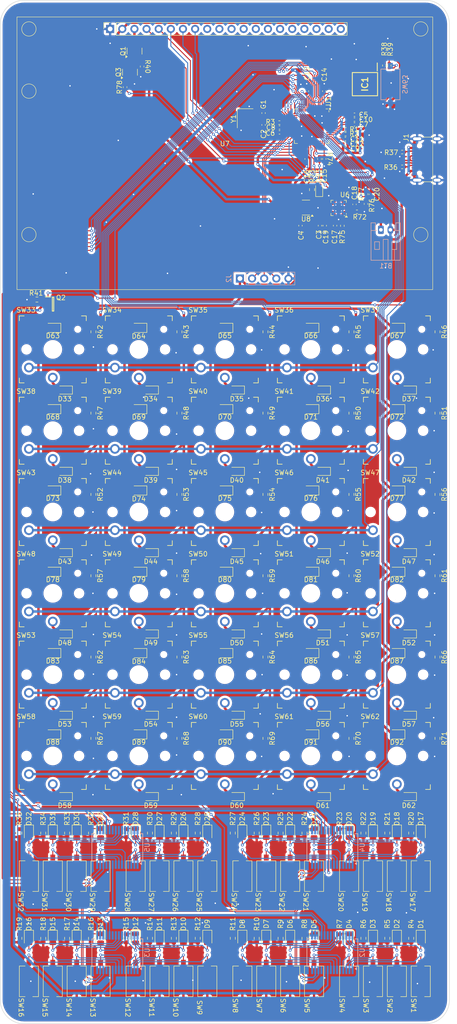
<source format=kicad_pcb>
(kicad_pcb (version 20240108) (generator "pcbnew") (generator_version "8.0")
  (layers (0 "F.Cu" signal) (31 "B.Cu" signal) (34 "B.Paste" user) (35 "F.Paste" user) (36 "B.SilkS" user "B.Silkscreen") (37 "F.SilkS" user "F.Silkscreen") (38 "B.Mask" user) (39 "F.Mask" user) (44 "Edge.Cuts" user))
  (net 0 "")
  (net 1 "+1V1")
  (net 2 "GND")
  (net 3 "+3V3")
  (net 4 "VBUS")
  (net 5 "/Flash/QSPI_SD0")
  (net 6 "/Flash/QSPI_SS")
  (net 7 "/Flash/QSPI_SD1")
  (net 8 "/Flash/QSPI_SCLK")
  (net 9 "/Flash/QSPI_SD3")
  (net 10 "/Flash/QSPI_SD2")
  (net 11 "Net-(J1-CC1)")
  (net 14 "/Power/D-")
  (net 15 "/Power/D+")
  (net 16 "Net-(J1-CC2)")
  (net 17 "/Buttons0/BTN0")
  (net 18 "/Buttons0/LED0")
  (net 19 "/Buttons0/BTN1")
  (net 20 "/Buttons0/LED1")
  (net 21 "/Buttons0/LED2")
  (net 22 "/Buttons0/BTN2")
  (net 23 "/Buttons0/LED3")
  (net 24 "/Buttons0/BTN3")
  (net 25 "/Buttons0/BTN4")
  (net 26 "/Buttons0/LED4")
  (net 27 "/Buttons0/BTN5")
  (net 28 "/Buttons0/LED5")
  (net 29 "/Buttons0/BTN6")
  (net 30 "/Buttons0/LED6")
  (net 31 "/Buttons0/BTN7")
  (net 32 "/Buttons0/LED7")
  (net 33 "/Buttons1/LED0")
  (net 34 "/Buttons1/BTN0")
  (net 35 "/Buttons1/BTN1")
  (net 36 "/Buttons1/LED1")
  (net 37 "/Buttons1/BTN2")
  (net 38 "/Buttons1/LED2")
  (net 39 "/Buttons1/BTN3")
  (net 40 "/Buttons1/LED3")
  (net 41 "/Buttons1/BTN4")
  (net 42 "/Buttons1/LED4")
  (net 43 "/Buttons1/BTN5")
  (net 44 "/Buttons1/LED5")
  (net 45 "/Buttons1/BTN6")
  (net 46 "/Buttons1/LED6")
  (net 47 "/Buttons1/BTN7")
  (net 48 "/Buttons1/LED7")
  (net 49 "/Buttons2/BTN0")
  (net 50 "/Buttons2/LED0")
  (net 51 "/Buttons2/LED1")
  (net 52 "/Buttons2/BTN1")
  (net 53 "/Buttons2/BTN2")
  (net 54 "/Buttons2/LED2")
  (net 55 "/Buttons2/BTN3")
  (net 56 "/Buttons2/LED3")
  (net 57 "/Buttons2/BTN4")
  (net 58 "/Buttons2/LED4")
  (net 59 "/Buttons2/BTN5")
  (net 60 "/Buttons2/LED5")
  (net 61 "/Buttons2/LED6")
  (net 62 "/Buttons2/BTN6")
  (net 63 "/Buttons2/LED7")
  (net 64 "/Buttons2/BTN7")
  (net 65 "/Buttons3/LED0")
  (net 66 "/Buttons3/BTN0")
  (net 67 "/Buttons3/BTN1")
  (net 68 "/Buttons3/LED1")
  (net 69 "/Buttons3/BTN2")
  (net 70 "/Buttons3/LED2")
  (net 71 "/Buttons3/LED3")
  (net 72 "/Buttons3/BTN3")
  (net 73 "/Buttons3/BTN4")
  (net 74 "/Buttons3/LED4")
  (net 75 "/Buttons3/BTN5")
  (net 76 "/Buttons3/LED5")
  (net 77 "/Buttons3/LED6")
  (net 78 "/Buttons3/BTN6")
  (net 79 "/Buttons3/BTN7")
  (net 80 "/Buttons3/LED7")
  (net 81 "/KEYS_Y0")
  (net 82 "/KEYS_X0")
  (net 83 "/KEYS_X1")
  (net 84 "/KEYS_X2")
  (net 85 "/KEYS_X3")
  (net 86 "/KEYS_X4")
  (net 87 "/KEYS_Y1")
  (net 88 "/KEYS_Y2")
  (net 89 "/KEYS_Y3")
  (net 90 "/KEYS_Y4")
  (net 91 "/BTN0_INT")
  (net 92 "/BTN1_INT")
  (net 93 "/BTN2_INT")
  (net 94 "/SWD")
  (net 95 "/SWCLK")
  (net 96 "/BTN3_INT")
  (net 97 "/KEYS_Y5")
  (net 98 "Net-(D33-A)")
  (net 99 "Net-(D34-A)")
  (net 100 "Net-(D35-A)")
  (net 101 "Net-(D36-A)")
  (net 102 "Net-(D37-A)")
  (net 103 "Net-(D38-A)")
  (net 104 "Net-(D39-A)")
  (net 105 "Net-(D40-A)")
  (net 106 "Net-(D41-A)")
  (net 107 "Net-(D42-A)")
  (net 108 "Net-(D1-K)")
  (net 109 "Net-(D2-K)")
  (net 110 "Net-(D3-K)")
  (net 111 "Net-(D4-K)")
  (net 112 "Net-(D47-A)")
  (net 113 "Net-(D48-A)")
  (net 114 "Net-(D49-A)")
  (net 115 "Net-(D50-A)")
  (net 116 "Net-(D51-A)")
  (net 117 "Net-(D5-K)")
  (net 118 "Net-(D6-K)")
  (net 119 "Net-(D7-K)")
  (net 120 "Net-(D8-K)")
  (net 121 "Net-(D56-A)")
  (net 122 "Net-(D57-A)")
  (net 123 "Net-(D58-A)")
  (net 124 "Net-(D59-A)")
  (net 125 "Net-(D60-A)")
  (net 126 "Net-(D9-K)")
  (net 127 "Net-(D10-K)")
  (net 128 "Net-(U1-XIN)")
  (net 129 "Net-(C2-Pad2)")
  (net 130 "Net-(U1-XOUT)")
  (net 131 "/RUN")
  (net 132 "/I2C_SDA")
  (net 133 "Net-(D11-K)")
  (net 135 "Net-(D12-K)")
  (net 136 "Net-(D13-K)")
  (net 137 "Net-(D14-K)")
  (net 139 "Net-(U1-USB_DP)")
  (net 140 "/I2C_SCL")
  (net 141 "Net-(D15-K)")
  (net 142 "Net-(D16-K)")
  (net 143 "Net-(D17-K)")
  (net 144 "Net-(D18-K)")
  (net 147 "/VBAT_MEASURE")
  (net 148 "Net-(U1-USB_DM)")
  (net 149 "VBAT")
  (net 150 "Net-(D19-K)")
  (net 163 "Net-(D20-K)")
  (net 164 "Net-(D21-K)")
  (net 165 "Net-(D22-K)")
  (net 166 "Net-(D23-K)")
  (net 167 "Net-(D24-K)")
  (net 168 "Net-(D25-K)")
  (net 169 "Net-(D26-K)")
  (net 170 "Net-(D27-K)")
  (net 171 "Net-(D28-K)")
  (net 172 "Net-(D29-K)")
  (net 173 "Net-(D30-K)")
  (net 174 "Net-(D31-K)")
  (net 175 "Net-(D32-K)")
  (net 176 "Net-(D63-K)")
  (net 177 "Net-(D64-K)")
  (net 178 "Net-(D70-K)")
  (net 179 "Net-(D71-K)")
  (net 180 "Net-(D72-K)")
  (net 181 "Net-(D73-K)")
  (net 182 "Net-(D79-K)")
  (net 183 "Net-(D80-K)")
  (net 184 "Net-(D81-K)")
  (net 185 "Net-(D82-K)")
  (net 186 "Net-(D83-K)")
  (net 187 "Net-(D84-K)")
  (net 188 "Net-(D85-K)")
  (net 189 "Net-(D86-K)")
  (net 190 "Net-(D87-K)")
  (net 191 "Net-(D88-K)")
  (net 192 "Net-(D89-K)")
  (net 193 "Net-(D90-K)")
  (net 194 "Net-(D91-K)")
  (net 195 "Net-(D92-K)")
  (net 196 "/KEYS_LED_PWM")
  (net 197 "/LCD_LED_PWM")
  (net 198 "/Display/LEDA")
  (net 199 "/LCD_CS")
  (net 200 "/LCD_A0")
  (net 201 "/~{PGOOD}")
  (net 202 "/LCD_SDI")
  (net 203 "/LCD_RESET")
  (net 207 "/LCD_SCL")
  (net 213 "Net-(D43-A)")
  (net 214 "Net-(D44-A)")
  (net 215 "Net-(D45-A)")
  (net 216 "Net-(D46-A)")
  (net 217 "Net-(D52-A)")
  (net 218 "Net-(D53-A)")
  (net 219 "Net-(D54-A)")
  (net 220 "Net-(D55-A)")
  (net 221 "Net-(D61-A)")
  (net 222 "Net-(D62-A)")
  (net 223 "/Backlight/LEDA")
  (net 224 "Net-(D65-K)")
  (net 225 "Net-(D66-K)")
  (net 226 "Net-(D67-K)")
  (net 227 "Net-(D68-K)")
  (net 228 "Net-(D69-K)")
  (net 229 "Net-(D74-K)")
  (net 230 "Net-(D75-K)")
  (net 231 "Net-(D76-K)")
  (net 232 "Net-(D77-K)")
  (net 233 "Net-(D78-K)")
  (net 234 "Net-(R39-Pad1)")
  (net 235 "/Power/CHARGER_OUT")
  (net 236 "Net-(D93-A)")
  (net 237 "Net-(D93-K)")
  (net 238 "Net-(Q3-B)")
  (net 239 "Net-(Q1-G)")
  (net 240 "Net-(U6-TS)")
  (net 241 "Net-(U6-ISET)")
  (footprint "Diode_SMD:D_0805_2012Metric" (layer "F.Cu") (at 104.667 191.125 -90)
    (property "Reference" "D21")
    (property "Value" "KT-0805B")
  )
  (footprint "Resistor_SMD:R_0603_1608Metric" (layer "F.Cu") (at 125 213.125 -90)
    (property "Reference" "R4")
    (property "Value" "400")
  )
  (footprint "keyswitches.pretty-2.1:SW_PG1350" (layer "F.Cu") (at 50 158)
    (property "Reference" "SW53")
    (property "Value" "SW_Push")
  )
  (footprint "Button_Switch_SMD:SW_Tactile_SPST_NO_Straight_CK_PTS636Sx25SMTRLFS" (layer "F.Cu") (at 50 222.125 -90)
    (property "Reference" "SW15")
    (property "Value" "SW_Push")
  )
  (footprint "keyswitches.pretty-2.1:SW_PG1350" (layer "F.Cu") (at 86 158)
    (property "Reference" "SW55")
    (property "Value" "SW_Push")
  )
  (footprint "Button_Switch_SMD:SW_Tactile_SPST_NO_Straight_CK_PTS636Sx25SMTRLFS" (layer "F.Cu") (at 82.333 200.125 -90)
    (property "Reference" "SW25")
    (property "Value" "SW_Push")
  )
  (footprint "Button_Switch_SMD:SW_Tactile_SPST_NO_Straight_CK_PTS636Sx25SMTRLFS" (layer "F.Cu") (at 122 200.125 -90)
    (property "Reference" "SW18")
    (property "Value" "SW_Push")
  )
  (footprint "Capacitor_SMD:C_0402_1005Metric" (layer "F.Cu") (at 94.107 40.589 -90)
    (property "Reference" "C1")
    (property "Value" "15p")
  )
  (footprint "Resistor_SMD:R_0603_1608Metric" (layer "F.Cu") (at 75.333 191.125001 -90)
    (property "Reference" "R29")
    (property "Value" "400")
  )
  (footprint "Resistor_SMD:R_0603_1608Metric" (layer "F.Cu") (at 94.5 154.325 -90)
    (property "Reference" "R64")
    (property "Value" "80")
  )
  (footprint "Resistor_SMD:R_0402_1005Metric" (layer "F.Cu") (at 115.5446 59.5824 90)
    (property "Reference" "R76")
    (property "Value" "100k")
  )
  (footprint "Package_TO_SOT_SMD:SOT-23" (layer "F.Cu") (at 66.15 32.0525 90)
    (property "Reference" "Q3")
    (property "Value" "MMBT3904")
  )
  (footprint "Diode_SMD:D_SOD-323" (layer "F.Cu") (at 70.5 183.5 180)
    (property "Reference" "D59")
    (property "Value" "1N4148")
  )
  (footprint "Diode_SMD:D_0805_2012Metric" (layer "F.Cu") (at 112 213.125 -90)
    (property "Reference" "D4")
    (property "Value" "KT-0805B")
  )
  (footprint "Resistor_SMD:R_0603_1608Metric" (layer "F.Cu") (at 92.667 191.125 -90)
    (property "Reference" "R26")
    (property "Value" "400")
  )
  (footprint "Diode_SMD:D_0805_2012Metric" (layer "F.Cu") (at 55 213.125001 -90)
    (property "Reference" "D14")
    (property "Value" "KT-0805B")
  )
  (footprint "Diode_SMD:D_0805_2012Metric" (layer "F.Cu") (at 86 136.5 180)
    (property "Reference" "D80")
    (property "Value" "KT-0805B")
  )
  (footprint "Capacitor_SMD:C_0402_1005Metric" (layer "F.Cu") (at 113.1316 59.6834 90)
    (property "Reference" "C18")
    (property "Value" "4.7u")
  )
  (footprint "Diode_SMD:D_0805_2012Metric" (layer "F.Cu") (at 86 85.5 180)
    (property "Reference" "D65")
    (property "Value" "KT-0805B")
  )
  (footprint "Diode_SMD:D_0805_2012Metric" (layer "F.Cu") (at 122 136.5 180)
    (property "Reference" "D82")
    (property "Value" "KT-0805B")
  )
  (footprint "keyswitches.pretty-2.1:SW_PG1350" (layer "F.Cu") (at 68 175)
    (property "Reference" "SW59")
    (property "Value" "SW_Push")
  )
  (footprint "Diode_SMD:D_0805_2012Metric" (layer "F.Cu") (at 89.667 191.125 -90)
    (property "Reference" "D24")
    (property "Value" "KT-0805B")
  )
  (footprint "Button_Switch_SMD:SW_Tactile_SPST_NO_Straight_CK_PTS636Sx25SMTRLFS" (layer "F.Cu") (at 77.333 222.125 -90)
    (property "Reference" "SW10")
    (property "Value" "SW_Push")
  )
  (footprint "Resistor_SMD:R_0603_1608Metric" (layer "F.Cu") (at 130.5 103.325 -90)
    (property "Reference" "R51")
    (property "Value" "80")
  )
  (footprint "Diode_SMD:D_SOD-323" (layer "F.Cu") (at 88.5 166.5 180)
    (property "Reference" "D55")
    (property "Value" "1N4148")
  )
  (footprint "Button_Switch_SMD:SW_Tactile_SPST_NO_Straight_CK_PTS636Sx25SMTRLFS" (layer "F.Cu") (at 72.333 200.125 -90)
    (property "Reference" "SW27")
    (property "Value" "SW_Push")
  )
  (footprint "Capacitor_SMD:C_0402_1005Metric" (layer "F.Cu") (at 111.224 46.018)
    (property "Reference" "C11")
    (property "Value" "1u")
  )
  (footprint "Capacitor_SMD:C_0402_1005Metric" (layer "F.Cu") (at 113.129 40.938)
    (property "Reference" "C5")
    (property "Value" "100n")
  )
  (footprint "Resistor_SMD:R_0603_1608Metric" (layer "F.Cu") (at 76.5 86.325 -90)
    (property "Reference" "R43")
    (property "Value" "80")
  )
  (footprint "Capacitor_SMD:C_0402_1005Metric" (layer "F.Cu") (at 106.9086 64.1284 -90)
    (property "Reference" "C19")
    (property "Value" "4.7u")
  )
  (footprint "Resistor_SMD:R_0603_1608Metric" (layer "F.Cu") (at 94.5 137.325 -90)
    (property "Reference" "R59")
    (property "Value" "80")
  )
  (footprint "Button_Switch_SMD:SW_Tactile_SPST_NO_Straight_CK_PTS636Sx25SMTRLFS" (layer "F.Cu") (at 60 222.125001 -90)
    (property "Reference" "SW13")
    (property "Value" "SW_Push")
  )
  (footprint "LED_SMD:LED_0603_1608Metric" (layer "F.Cu") (at 105.7416 56.5619 90)
    (property "Reference" "D93")
    (property "Value" "KT-0603R")
  )
  (footprint "keyswitches.pretty-2.1:SW_PG1350" (layer "F.Cu") (at 104 124)
    (property "Reference" "SW46")
    (property "Value" "SW_Push")
  )
  (footprint "Resistor_SMD:R_0603_1608Metric" (layer "F.Cu") (at 58.5 103.325 -90)
    (property "Reference" "R47")
    (property "Value" "80")
  )
  (footprint "Resistor_SMD:R_0603_1608Metric" (layer "F.Cu") (at 75.333 213.125001 -90)
    (property "Reference" "R13")
    (property "Value" "400")
  )
  (footprint "Resistor_SMD:R_0603_1608Metric" (layer "F.Cu") (at 76.5 120.325 -90)
    (property "Reference" "R53")
    (property "Value" "80")
  )
  (footprint "Button_Switch_SMD:SW_Tactile_SPST_NO_Straight_CK_PTS636Sx25SMTRLFS" (layer "F.Cu") (at 89.667 200.124999 -90)
    (property "Reference" "SW24")
    (property "Value" "SW_Push")
  )
  (footprint "Resistor_SMD:R_0603_1608Metric" (layer "F.Cu") (at 70.333 213.125001 -90)
    (property "Reference" "R14")
    (property "Value" "400")
  )
  (footprint "Resistor_SMD:R_0603_1608Metric" (layer "F.Cu") (at 48 213.125001 -90)
    (property "Reference" "R18")
    (property "Value" "400")
  )
  (footprint "Resistor_SMD:R_0603_1608Metric" (layer "F.Cu") (at 58.5 154.325 -90)
    (property "Reference" "R62")
    (property "Value" "80")
  )
  (footprint "keyswitches.pretty-2.1:SW_PG1350" (layer "F.Cu") (at 86 107)
    (property "Reference" "SW40")
    (property "Value" "SW_Push")
  )
  (footprint "keyswitches.pretty-2.1:SW_PG1350" (layer "F.Cu") (at 50 141)
    (property "Reference" "SW48")
    (property "Value" "SW_Push")
  )
  (footprint "Resistor_SMD:R_0402_1005Metric" (layer "F.Cu") (at 123.108 48.74 180)
    (property "Reference" "R37")
    (property "Value" "5.1k")
  )
  (footprint "Capacitor_SMD:C_0402_1005Metric" (layer "F.Cu") (at 106.807 50.183 -90)
    (property "Reference" "C15")
    (property "Value" "100n")
  )
  (footprint "Diode_SMD:D_0805_2012Metric" (layer "F.Cu") (at 72.333 191.125001 -90)
    (property "Reference" "D27")
    (property "Value" "KT-0805B")
  )
  (footprint "Button_Switch_SMD:SW_Tactile_SPST_NO_Straight_CK_PTS636Sx25SMTRLFS" (layer "F.Cu") (at 104.667 200.125 -90)
    (property "Reference" "SW21")
    (property "Value" "SW_Push")
  )
  (footprint "Resistor_SMD:R_0402_1005Metric" (layer "F.Cu") (at 65.134 35.181 90)
    (property "Reference" "R78")
    (property "Value" "10k")
  )
  (footprint "Button_Switch_SMD:SW_Tactile_SPST_NO_Straight_CK_PTS636Sx25SMTRLFS" (layer "F.Cu") (at 94.667 200.124999 -90)
    (property "Reference" "SW23")
    (property "Value" "SW_Push")
  )
  (footprint "Diode_SMD:D_SOD-323" (layer "F.Cu") (at 124.5 183.5 180)
    (property "Reference" "D62")
    (property "Value" "1N4148")
  )
  (footprint "Resistor_SMD:R_0603_1608Metric" (layer "F.Cu") (at 130.5 120.325 -90)
    (property "Reference" "R56")
    (property "Value" "80")
  )
  (footprint "Diode_SMD:D_0805_2012Metric" (layer "F.Cu") (at 50 191.125001 -90)
    (property "Reference" "D31")
    (property "Value" "KT-0805B")
  )
  (footprint "Resistor_SMD:R_0603_1608Metric" (layer "F.Cu") (at 112.5 103.325 -90)
    (property "Reference" "R50")
    (property "Value" "80")
  )
  (footprint "Resistor_SMD:R_0603_1608Metric" (layer "F.Cu") (at 43 213.125001 -90)
    (property "Reference" "R19")
    (property "Value" "400")
  )
  (footprint "Button_Switch_SMD:SW_Tactile_SPST_NO_Straight_CK_PTS636Sx25SMTRLFS" (layer "F.Cu") (at 99.667 200.125 -90)
    (property "Reference" "SW22")
    (property "Value" "SW_Push")
  )
  (footprint "keyswitches.pretty-2.1:SW_PG1350" (layer "F.Cu") (at 68 141)
    (property "Reference" "SW49")
    (property "Value" "SW_Push")
  )
  (footprint "SamacSys_Parts:SOT96P240X110-3N" (layer "F.Cu") (at 50.05 80.54)
    (property "Reference" "Q2")
    (property "Value" "DMN3731U-7" (hide yes))
  )
  (footprint "Diode_SMD:D_0805_2012Metric" (layer "F.Cu") (at 104 119.5 180)
    (property "Reference" "D76")
    (property "Value" "KT-0805B")
  )
  (footprint "Diode_SMD:D_SOD-323" (layer "F.Cu") (at 52.5 149.5 180)
    (property "Reference" "D48")
    (property "Value" "1N4148")
  )
  (footprint "Button_Switch_SMD:SW_Tactile_SPST_NO_Straight_CK_PTS636Sx25SMTRLFS" (layer "F.Cu") (at 45 222.125 -90)
    (property "Reference" "SW16")
    (property "Value" "SW_Push")
  )
  (footprint "Diode_SMD:D_0805_2012Metric" (layer "F.Cu") (at 122 170.5 180)
    (property "Reference" "D92")
    (property "Value" "KT-0805B")
  )
  (footprint "Diode_SMD:D_0805_2012Metric" (layer "F.Cu") (at 104 170.5 180)
    (property "Reference" "D91")
    (property "Value" "KT-0805B")
  )
  (footprint "Resistor_SMD:R_0603_1608Metric" (layer "F.Cu") (at 53 213.125001 -90)
    (property "Reference" "R17")
    (property "Value" "400")
  )
  (footprint "Resistor_SMD:R_0603_1608Metric" (layer "F.Cu") (at 104.2416 56.5994 -90)
    (property "Reference" "R73")
    (property "Value" "2k")
  )
  (footprint "Button_Switch_SMD:SW_Tactile_SPST_NO_Straight_CK_PTS636Sx25SMTRLFS" (layer "F.Cu") (at 67.332999 222.125 -90)
    (property "Reference" "SW12")
    (property "Value" "SW_Push")
  )
  (footprint "Diode_SMD:D_0805_2012Metric" (layer "F.Cu") (at 68 170.5 180)
    (property "Reference" "D89")
    (property "Value" "KT-0805B")
  )
  (footprint "Diode_SMD:D_SOD-323" (layer "F.Cu") (at 52.5 166.5 180)
    (property "Reference" "D53")
    (property "Value" "1N4148")
  )
  (footprint "Package_TO_SOT_SMD:SOT-23-5" (layer "F.Cu") (at 102.9771 60.3464 180)
    (property "Reference" "U8")
    (property "Value" "TLV75533PDBV")
  )
  (footprint "Resistor_SMD:R_0402_1005Metric" (layer "F.Cu") (at 111.254 45.002 180)
    (property "Reference" "R2")
    (property "Value" "27.4")
  )
  (footprint "Button_Switch_SMD:SW_Tactile_SPST_NO_Straight_CK_PTS636Sx25SMTRLFS" (layer "F.Cu") (at 104.667 222.125 -90)
    (property "Reference" "SW5")
    (property "Value" "SW_Push")
  )
  (footprint "Resistor_SMD:R_0603_1608Metric" (layer "F.Cu") (at 130.5 137.325 -90)
    (property "Reference" "R61")
    (property "Value" "80")
  )
  (footprint "Button_Switch_SMD:SW_Tactile_SPST_NO_Straight_CK_PTS636Sx25SMTRLFS" (layer "F.Cu") (at 67.332999 200.125 -90)
    (property "Reference" "SW28")
    (property "Value" "SW_Push")
  )
  (footprint "Resistor_SMD:R_0402_1005Metric" (layer "F.Cu") (at 110.5916 64.1584 90)
    (property "Reference" "R75")
    (property "Value" "2.2k")
  )
  (footprint "keyswitches.pretty-2.1:SW_PG1350" (layer "F.Cu") (at 122 107)
    (property "Reference" "SW42")
    (property "Value" "SW_Push")
  )
  (footprint "SamacSys_Parts:SOIC127P790X216-8N" (layer "F.Cu") (at 115.316 34.544 -90)
    (property "Reference" "IC1")
    (property "Value" "W25Q16JVSSIQ" (hide yes))
  )
  (footprint "keyswitches.pretty-2.1:SW_PG1350" (layer "F.Cu") (at 50 124)
    (property "Reference" "SW43")
    (property "Value" "SW_Push")
  )
  (footprint "Button_Switch_SMD:SW_Tactile_SPST_NO_Straight_CK_PTS636Sx25SMTRLFS" (layer "F.Cu") (at 127 222.125 -90)
    (property "Reference" "SW1")
    (property "Value" "SW_Push")
  )
  (footprint "Diode_SMD:D_0805_2012Metric" (layer "F.Cu") (at 68 119.5 180)
    (property "Reference" "D74")
    (property "Value" "KT-0805B")
  )
  (footprint "Diode_SMD:D_0805_2012Metric" (layer "F.Cu") (at 127 191.125001 -90)
    (property "Reference" "D17")
    (property "Value" "KT-0805B")
  )
  (footprint "Diode_SMD:D_SOD-323" (layer "F.Cu") (at 52.5 132.5 180)
    (property "Reference" "D43")
    (property "Value" "1N4148")
  )
  (footprint "Diode_SMD:D_SOD-323" (layer "F.Cu") (at 106.5 115.5 180)
    (property "Reference" "D41")
    (property "Value" "1N4148")
  )
  (footprint "Resistor_SMD:R_0603_1608Metric" (layer "F.Cu") (at 115 191.125001 -90)
    (property "Reference" "R22")
    (property "Value" "400")
  )
  (footprint "Diode_SMD:D_0805_2012Metric" (layer "F.Cu") (at 68 153.5 180)
    (property "Reference" "D84")
    (property "Value" "KT-0805B")
  )
  (footprint "Diode_SMD:D_SOD-323" (layer "F.Cu") (at 124.5 149.5 180)
    (property "Reference" "D52")
    (property "Value" "1N4148")
  )
  (footprint "Button_Switch_SMD:SW_Tactile_SPST_NO_Straight_CK_PTS636Sx25SMTRLFS" (layer "F.Cu") (at 55 222.125001 -90)
    (property "Reference" "SW14")
    (property "Value" "SW_Push")
  )
  (footprint "Resistor_SMD:R_0603_1608Metric" (layer "F.Cu") (at 76.5 154.325 -90)
    (property "Reference" "R63")
    (property "Value" "80")
  )
  (footprint "keyswitches.pretty-2.1:SW_PG1350" (layer "F.Cu") (at 50 175)
    (property "Reference" "SW58")
    (property "Value" "SW_Push")
  )
  (footprint "Resistor_SMD:R_0603_1608Metric" (layer "F.Cu") (at 76.5 137.325 -90)
    (property "Reference" "R58")
    (property "Value" "80")
  )
  (footprint "keyswitches.pretty-2.1:SW_PG1350" (layer "F.Cu") (at 68 158)
    (property "Reference" "SW54")
    (property "Value" "SW_Push")
  )
  (footprint "Resistor_SMD:R_0402_1005Metric" (layer "F.Cu") (at 120.396 30.649 90)
    (property "Reference" "R39")
    (property "Value" "1k")
  )
  (footprint "Diode_SMD:D_0805_2012Metric" (layer "F.Cu") (at 122 85.5 180)
    (property "Reference" "D67")
    (property "Value" "KT-0805B")
  )
  (footprint "Resistor_SMD:R_0603_1608Metric" (layer "F.Cu") (at 112.5 137.325 -90)
    (property "Reference" "R60")
    (property "Value" "80")
  )
  (footprint "Diode_SMD:D_0805_2012Metric" (layer "F.Cu") (at 55 191.125001 -90)
    (property "Reference" "D30")
    (property "Value" "KT-0805B")
  )
  (footprint "Capacitor_SMD:C_0402_1005Metric" (layer "F.Cu") (at 113.129 41.954)
    (property "Reference" "C10")
    (property "Value" "100n")
  )
  (footprint "Resistor_SMD:R_0603_1608Metric" (layer "F.Cu") (at 65.333 191.125 -90)
    (property "Reference" "R31")
    (property "Value" "400")
  )
  (footprint "Resistor_SMD:R_0603_1608Metric" (layer "F.Cu") (at 97.667 191.125 -90)
    (property "Reference" "R25")
    (property "Value" "400")
  )
  (footprint "Capacitor_SMD:C_0402_1005Metric" (layer "F.Cu") (at 111.224 47.034)
    (property "Reference" "C12")
    (property "Value" "1u")
  )
  (footprint "keyswitches.pretty-2.1:SW_PG1350" (layer "F.Cu") (at 122 124)
    (property "Reference" "SW47")
    (property "Value" "SW_Push")
  )
  (footprint "Diode_SMD:D_SOD-323" (layer "F.Cu") (at 70.5 149.5 180)
    (property "Reference" "D49")
    (property "Value" "1N4148")
  )
  (footprint "Diode_SMD:D_SOD-323" (layer "F.Cu") (at 70.5 98.5 180)
    (property "Reference" "D34")
    (property "Value" "1N4148")
  )
  (footprint "Capacitor_SMD:C_0402_1005Metric" (layer "F.Cu") (at 101.8286 64.1284 -90)
    (property "Reference" "C4")
    (property "Value" "1u")
  )
  (footprint "keyswitches.pretty-2.1:SW_PG1350" (layer "F.Cu") (at 104 158)
    (property "Reference" "SW56")
    (property "Value" "SW_Push")
  )
  (footprint "Resistor_SMD:R_0603_1608Metric" (layer "F.Cu") (at 97.667 213.125 -90)
    (property "Reference" "R9")
    (property "Value" "400")
  )
  (footprint "Diode_SMD:D_SOD-323" (layer "F.Cu") (at 70.5 166.5 180)
    (property "Reference" "D54")
    (property "Value" "1N4148")
  )
  (footprint "keyswitches.pretty-2.1:SW_PG1350" (layer "F.Cu") (at 50 107)
    (property "Reference" "SW38")
    (property "Value" "SW_Push")
  )
  (footprint "Resistor_SMD:R_0603_1608Metric" (layer "F.Cu") (at 110 213.125 -90)
    (property "Reference" "R7")
    (property "Value" "400")
  )
  (footprint "Diode_SMD:D_0805_2012Metric" (layer "F.Cu") (at 104 85.5 180)
    (property "Reference" "D66")
    (property "Value" "KT-0805B")
  )
  (footprint "Resistor_SMD:R_0603_1608Metric" (layer "F.Cu") (at 125 191.125001 -90)
    (property "Reference" "R20")
    (property "Value" "400")
  )
  (footprint "Diode_SMD:D_0805_2012Metric" (layer "F.Cu") (at 67.333 191.125 -90)
    (property "Reference" "D28")
    (property "Value" "KT-0805B")
  )
  (footprint "Crystal:Crystal_SMD_Abracon_ABM8G-4Pin_3.2x2.5mm" (layer "F.Cu") (at 90.257 41.689 -90)
    (property "Reference" "Y1")
    (property "Value" "ABM8-272-T3")
  )
  (footprint "Diode_SMD:D_SOD-323" (layer "F.Cu") (at 88.5 183.5 180)
    (property "Reference" "D60")
    (property "Value" "1N4148")
  )
  (footprint "Resistor_SMD:R_0603_1608Metric" (layer "F.Cu") (at 112.5 171.325 -90)
    (property "Reference" "R70")
    (property "Value" "80")
  )
  (footprint "Capacitor_SMD:C_0402_1005Metric" (layer "F.Cu") (at 103.177 36.013 90)
    (property "Reference" "C13")
    (property "Value" "100n")
  )
  (footprint "Resistor_SMD:R_0603_1608Metric" (layer "F.Cu") (at 112.5 120.325 -90)
    (property "Reference" "R55")
    (property "Value" "80")
  )
  (footprint "Resistor_SMD:R_0402_1005Metric" (layer "F.Cu") (at 123.108 51.84 180)
    (property "Reference" "R36")
    (property "Value" "5.1k")
  )
  (footprint "Button_Switch_SMD:SW_Tactile_SPST_NO_Straight_CK_PTS636Sx25SMTRLFS" (layer "F.Cu") (at 50 200.125 -90)
    (property "Reference" "SW31")
    (property "Value" "SW_Push")
  )
  (footprint "keyswitches.pretty-2.1:SW_PG1350" (layer "F.Cu") (at 122 175)
    (property "Reference" "SW62")
    (property "Value" "SW_Push")
  )
  (footprint "Resistor_SMD:R_0603_1608Metric" (layer "F.Cu") (at 58.5 120.325 -90)
    (property "Reference" "R52")
    (property "Value" "80")
  )
  (footprint "Resistor_SMD:R_0603_1608Metric" (layer "F.Cu") (at 87.667 213.125 -90)
    (property "Reference" "R11")
    (property "Value" "400")
  )
  (footprint "Capacitor_SMD:C_0402_1005Metric" (layer "F.Cu") (at 94.107 43.069 90)
    (property "Reference" "C2")
    (property "Value" "15p")
  )
  (footprint "Diode_SMD:D_0805_2012Metric" (layer "F.Cu") (at 86 102.5 180)
    (property "Reference" "D70")
    (property "Value" "KT-0805B")
  )
  (footprint "Resistor_SMD:R_0603_1608Metric" (layer "F.Cu") (at 130.5 154.325 -90)
    (property "Reference" "R66")
    (property "Value" "80")
  )
  (footprint "Diode_SMD:D_SOD-323" (layer "F.Cu") (at 88.5 115.5 180)
    (property "Reference" "D40")
    (property "Value" "1N4148")
  )
  (footprint "keyswitches.pretty-2.1:SW_PG1350" (layer "F.Cu") (at 68 124)
    (property "Reference" "SW44")
    (property "Value" "SW_Push")
  )
  (footprint "Diode_SMD:D_0805_2012Metric" (layer "F.Cu") (at 122 119.5 180)
    (property "Reference" "D77")
    (property "Value" "KT-0805B")
  )
  (footprint "Diode_SMD:D_0805_2012Metric" (layer "F.Cu") (at 50 85.5 180)
    (property "Reference" "D63")
    (property "Value" "KT-0805B")
  )
  (footprint "Resistor_SMD:R_0603_1608Metric" (layer "F.Cu") (at 112.5 154.325 -90)
    (property "Reference" "R65")
    (property "Value" "80")
  )
  (footprint "Resistor_SMD:R_0402_1005Metric" (layer "F.Cu") (at 68.69 30.863 -90)
    (property "Reference" "R40")
    (property "Value" "10k")
  )
  (footprint "Diode_SMD:D_0805_2012Metric" (layer "F.Cu") (at 77.333 191.125001 -90)
    (property "Reference" "D26")
    (property "Value" "KT-0805B")
  )
  (footprint "Resistor_SMD:R_0603_1608Metric" (layer "F.Cu") (at 94.5 103.325 -90)
    (property "Reference" "R49")
    (property "Value" "80")
  )
  (footprint "Diode_SMD:D_0805_2012Metric" (layer "F.Cu") (at 68 102.5 180)
    (property "Reference" "D69")
    (property "Value" "KT-0805B")
  )
  (footprint "Package_DFN_QFN:QFN-56-1EP_7x7mm_P0.4mm_EP3.2x3.2mm" (layer "F.Cu") (at 104.177 43.3305 -90)
    (property "Reference" "U1")
    (property "Value" "RP2040")
  )
  (footprint "Button_Switch_SMD:SW_Tactile_SPST_NO_Straight_CK_PTS636Sx25SMTRLFS" (layer "F.Cu") (at 111.999999 200.125 -90)
    (property "Reference" "SW20")
    (property "Value" "SW_Push")
  )
  (footprint "keyswitches.pretty-2.1:SW_PG1350" (layer "F.Cu") (at 50 90)
    (property "Reference" "SW33")
    (property "Value" "SW_Push")
  )
  (footprint "Button_Switch_SMD:SW_Tactile_SPST_NO_Straight_CK_PTS636Sx25SMTRLFS" (layer "F.Cu") (at 127 200.125 -90)
    (property "Reference" "SW17")
    (property "Value" "SW_Push")
  )
  (footprint "Resistor_SMD:R_0603_1608Metric" (layer "F.Cu") (at 58 191.125001 -90)
    (property "Reference" "R32")
    (property "Value" "400")
  )
  (footprint "Button_Switch_SMD:SW_Tactile_SPST_NO_Straight_CK_PTS636Sx25SMTRLFS" (layer "F.Cu") (at 122 222.125 -90)
    (property "Reference" "SW2")
    (property "Value" "SW_Push")
  )
  (footprint "Diode_SMD:D_0805_2012Metric" (layer "F.Cu") (at 89.667 213.125 -90)
    (property "Reference" "D8")
    (property "Value" "KT-0805B")
  )
  (footprint "Resistor_SMD:R_0603_1608Metric" (layer "F.Cu") (at 76.5 171.325 -90)
    (property "Reference" "R68")
    (property "Value" "80")
  )
  (footprint "Diode_SMD:D_SOD-323" (layer "F.Cu") (at 52.5 183.5 180)
    (property "Reference" "D58")
    (property "Value" "1N4148")
  )
  (footprint "Resistor_SMD:R_0603_1608Metric" (layer "F.Cu") (at 110 191.125 -90)
    (property "Reference" "R23")
    (property "Value" "400")
  )
  (footprint "Diode_SMD:D_0805_2012Metric" (layer "F.Cu") (at 117 191.125001 -90)
    (property "Reference" "D19")
    (property "Value" "KT-0805B")
  )
  (footprint "Resistor_SMD:R_0402_1005Metric" (layer "F.Cu") (at 115.5446 57.5464 90)
    (property "Reference" "R77")
    (property "Value" "100k")
  )
  (footprint "Resistor_SMD:R_0603_1608Metric" (layer "F.Cu") (at 102.667 191.125 -90)
    (property "Reference" "R24")
    (property "Value" "400")
  )
  (footprint "Diode_SMD:D_SOD-323" (layer "F.Cu") (at 52.5 98.5 180)
    (property "Reference" "D33")
    (property "Value" "1N4148")
  )
  (footprint "Resistor_SMD:R_0603_1608Metric" (layer "F.Cu") (at 65.333 213.125 -90)
    (property "Reference" "R15")
    (property "Value" "400")
  )
  (footprint "Diode_SMD:D_0805_2012Metric" (layer "F.Cu") (at 127 213.125 -90)
    (property "Reference" "D1")
    (property "Value" "KT-0805B")
  )
  (footprint "Diode_SMD:D_SOD-323" (layer "F.Cu") (at 124.5 132.5 180)
    (property "Reference" "D47")
    (property "Value" "1N4148")
  )
  (footprint "Package_DFN_QFN:VQFN-16-1EP_3x3mm_P0.5mm_EP1.68x1.68mm_ThermalVias" (layer "F.Cu") (at 109.8121 60.4244 180)
    (property "Reference" "U6")
    (property "Value" "BQ24230RGT")
  )
  (footprint "Button_Switch_SMD:SW_Tactile_SPST_NO_Straight_CK_PTS636Sx25SMTRLFS" (layer "F.Cu") (at 89.667 222.125 -90)
    (property "Reference" "SW8")
    (property "Value" "SW_Push")
  )
  (footprint "keyswitches.pretty-2.1:SW_PG1350" (layer "F.Cu") (at 68 90)
    (property "Reference" "SW34")
    (property "Value" "SW_Push")
  )
  (footprint "Diode_SMD:D_0805_2012Metric" (layer "F.Cu") (at 60 191.125001 -90)
    (property "Reference" "D29")
    (property "Value" "KT-0805B")
  )
  (footprint "Diode_SMD:D_0805_2012Metric" (layer "F.Cu") (at 50 213.125001 -90)
    (property "Reference" "D15")
    (property "Value" "KT-0805B")
  )
  (footprint "Capacitor_SMD:C_0402_1005Metric" (layer "F.Cu") (at 103.124 50.183 -90)
    (property "Reference" "C16")
    (property "Value" "100n")
  )
  (footprint "Button_Switch_SMD:SW_Tactile_SPST_NO_Straight_CK_PTS636Sx25SMTRLFS" (layer "F.Cu") (at 94.667 222.125 -90)
    (property "Reference" "SW7")
    (property "Value" "SW_Push")
  )
  (footprint "Resistor_SMD:R_0603_1608Metric" (layer "F.Cu") (at 120 213.125 -90)
    (property "Reference" "R5")
    (property "Value" "400")
  )
  (footprint "Resistor_SMD:R_0402_1005Metric" (layer "F.Cu") (at 111.254 43.986 180)
    (property "Reference" "R1")
    (property "Value" "27.4")
  )
  (footprint "Resistor_SMD:R_0402_1005Metric" (layer "F.Cu") (at 97.407 42.589)
    (property "Reference" "R3")
    (property "Value" "1k")
  )
  (footprint "keyswitches.pretty-2.1:SW_PG1350" (layer "F.Cu") (at 86 90)
    (property "Reference" "SW35")
    (property "Value" "SW_Push")
  )
  (footprint "Resistor_SMD:R_0603_1608Metric" (layer "F.Cu") (at 102.667 213.125 -90)
    (property "Reference" "R8")
    (property "Value" "400")
  )
  (footprint "Diode_SMD:D_0805_2012Metric" (layer "F.Cu") (at 67.333 213.125 -90)
    (property "Reference" "D12")
    (property "Value" "KT-0805B")
  )
  (footprint "Diode_SMD:D_0805_2012Metric" (layer "F.Cu") (at 50 136.5 180)
    (property "Reference" "D78")
    (property "Value" "KT-0805B")
  )
  (footprint "Button_Switch_SMD:SW_Tactile_SPST_NO_Straight_CK_PTS636Sx25SMTRLFS" (layer "F.Cu") (at 117 200.125 -90)
    (property "Reference" "SW19")
    (property "Value" "SW_Push")
  )
  (footprint "Diode_SMD:D_SOD-323" (layer "F.Cu") (at 88.5 149.5 180)
    (property "Reference" "D50")
    (property "Value" "1N4148")
  )
  (footprint "Diode_SMD:D_SOD-323" (layer "F.Cu") (at 70.5 132.5 180)
    (property "Reference" "D44")
    (property "Value" "1N4148")
  )
  (footprint "Diode_SMD:D_0805_2012Metric" (layer "F.Cu") (at 50 153.5 180)
    (property "Reference" "D83")
    (property "Value" "KT-0805B")
  )
  (footprint "Capacitor_SMD:C_0402_1005Metric" (layer "F.Cu") (at 105.9086 64.1284 -90)
    (property "Reference" "C3")
    (property "Value" "1u")
  )
  (footprint "LG12864U:LG12864U" (layer "F.Cu") (at 42.5 20.5)
    (property "Reference" "U7")
    (property "Value" "LG12864U")
  )
  (footprint "Resistor_SMD:R_0603_1608Metric" (layer "F.Cu") (at 58.5 171.325 -90)
    (property "Reference" "R67")
    (property "Value" "80")
  )
  (footprint "Diode_SMD:D_SOD-323" (layer "F.Cu") (at 124.5 98.5 180)
    (property "Reference" "D37")
    (property "Value" "1N4148")
  )
  (footprint "Diode_SMD:D_0805_2012Metric" (layer "F.Cu") (at 50 119.5 180)
    (property "Reference" "D73")
    (property "Value" "KT-0805B")
  )
  (footprint "Diode_SMD:D_0805_2012Metric" (layer "F.Cu") (at 99.667 191.125 -90)
    (property "Reference" "D22")
    (property "Value" "KT-0805B")
  )
  (footprint "Resistor_SMD:R_0603_1608Metric" (layer "F.Cu") (at 130.5 171.325 -90)
    (property "Reference" "R71")
    (property "Value" "80")
  )
  (footprint "Capacitor_SMD:C_0402_1005Metric" (layer "F.Cu") (at 116.5606 57.5764 90)
    (property "Reference" "C20")
    (property "Value" "100n")
  )
  (footprint "Diode_SMD:D_SOD-323" (layer "F.Cu") (at 88.5 98.5 180)
    (property "Reference" "D35")
    (property "Value" "1N4148")
  )
  (footprint "Capacitor_SMD:C_0402_1005Metric" (layer "F.Cu") (at 106.807 36.013 90)
    (property "Reference" "C14")
    (property "Value" "100n")
  )
  (footprint "Diode_SMD:D_0805_2012Metric" (layer "F.Cu") (at 45 191.125001 -90)
    (property "Reference" "D32")
    (property "Value" "KT-0805B")
  )
  (footprint "Diode_SMD:D_SOD-323" (layer "F.Cu") (at 106.5 132.5 180)
    (property "Reference" "D46")
    (property "Value" "1N4148")
  )
  (footprint "Diode_SMD:D_0805_2012Metric" (layer "F.Cu") (at 104 136.5 180)
    (property "Reference" "D81")
    (property "Value" "KT-0805B")
  )
  (footprint "Diode_SMD:D_SOD-323" (layer "F.Cu") (at 124.5 166.5 180)
    (property "Reference" "D57")
    (property "Value" "1N4148")
  )
  (footprint "Resistor_SMD:R_0603_1608Metric" (layer "F.Cu") (at 87.667 191.125 -90)
    (property "Reference" "R27")
    (property "Value" "400")
  )
  (footprint "Resistor_SMD:R_0603_1608Metric" (layer "F.Cu") (at 58.5 86.325 -90)
    (property "Reference" "R42")
    (property "Value" "80")
  )
  (footprint "Diode_SMD:D_0805_2012Metric" (layer "F.Cu") (at 68 85.5 180)
    (property "Reference" "D64")
    (property "Value" "KT-0805B")
  )
  (footprint "keyswitches.pretty-2.1:SW_PG1350" (layer "F.Cu") (at 68 107)
    (property "Reference" "SW39")
    (property "Value" "SW_Push")
  )
  (footprint "keyswitches.pretty-2.1:SW_PG1350" (layer "F.Cu") (at 104 175)
    (property "Reference" "SW61")
    (property "Value" "SW_Push")
  )
  (footprint "Diode_SMD:D_SOD-323" (layer "F.Cu") (at 88.5 132.5 180)
    (property "Reference" "D45")
    (property "Value" "1N4148")
  )
  (footprint "Diode_SMD:D_0805_2012Metric" (layer "F.Cu") (at 86 119.5 180)
    (property "Reference" "D75")
    (property "Value" "KT-0805B")
  )
  (footprint "keyswitches.pretty-2.1:SW_PG1350" (layer "F.Cu") (at 86 175)
    (property "Reference" "SW60")
    (property "Value" "SW_Push")
  )
  (footprint "Resistor_SMD:R_0603_1608Metric" (layer "F.Cu") (at 94.5 86.325 -90)
    (property "Reference" "R44")
    (property "Value" "80")
  )
  (footprint "Resistor_SMD:R_0603_1608Metric" (layer "F.Cu") (at 70.333 191.125001 -90)
    (property "Reference" "R30")
    (property "Value" "400")
  )
  (footprint "Resistor_SMD:R_0402_1005Metric" (layer "F.Cu") (at 105.8 50.19 -90)
    (property "Reference" "R74")
    (property "Value" "10k")
  )
  (footprint "Resistor_SMD:R_0603_1608Metric" (layer "F.Cu") (at 53 191.125001 -90)
    (property "Reference" "R33")
    (property "Value" "400")
  )
  (footprint "Diode_SMD:D_0805_2012Metric" (layer "F.Cu") (at 60 213.125001 -90)
    (property "Reference" "D13")
    (property "Value" "KT-0805B")
  )
  (footprint "Button_Switch_SMD:SW_Tactile_SPST_NO_Straight_CK_PTS636Sx25SMTRLFS" (layer "F.Cu") (at 112 222.125 -90)
    (property "Reference" "SW4")
    (property "Value" "SW_Push")
  )
  (footprint "Button_Switch_SMD:SW_Tactile_SPST_NO_Straight_CK_PTS636Sx25SMTRLFS" (layer "F.Cu") (at 55 200.125001 -90)
    (property "Reference" "SW30")
    (property "Value" "SW_Push")
  )
  (footprint "Button_Switch_SMD:SW_Tactile_SPST_NO_Straight_CK_PTS636Sx25SMTRLFS" (layer "F.Cu") (at 99.667 222.125 -90)
    (property "Reference" "SW6")
    (property "Value" "SW_Push")
  )
  (footprint "Resistor_SMD:R_0603_1608Metric" (layer "F.Cu") (at 48 191.125001 -90)
    (property "Reference" "R34")
    (property "Value" "400")
  )
  (footprint "Diode_SMD:D_SOD-323" (layer "F.Cu") (at 106.5 149.5 180)
    (property "Reference" "D51")
    (property "Value" "1N4148")
  )
  (footprint "Capacitor_SMD:C_0402_1005Metric" (layer "F.Cu") (at 111.224 48.05)
    (property "Reference" "C9")
    (property "Value" "100n")
  )
  (footprint "Capacitor_SMD:C_0402_1005Metric" (layer "F.Cu") (at 113.129 42.97)
    (property "Reference" "C7")
    (property "Value" "100n")
  )
  (footprint "keyswitches.pretty-2.1:SW_PG1350" (layer "F.Cu") (at 122 158)
    (property "Reference" "SW57")
    (property "Value" "SW_Push")
  )
  (footprint "Resistor_SMD:R_0603_1608Metric" (layer "F.Cu") (at 58.5 137.325 -90)
    (property "Reference" "R57")
    (property "Value" "80")
  )
  (footprint "Resistor_SMD:R_0603_1608Metric" (layer "F.Cu") (at 92.667 213.125 -90)
    (property "Reference" "R10")
    (property "Value" "400")
  )
  (footprint "Resistor_SMD:R_0402_1005Metric" (layer "F.Cu") (at 113.6416 61.2354 180)
    (property "Reference" "R72")
    (property "Value" "10k")
  )
  (footprint "Diode_SMD:D_0805_2012Metric" (layer "F.Cu") (at 86 170.5 180)
    (property "Reference" "D90")
    (property "Value" "KT-0805B")
  )
  (footprint "keyswitches.pretty-2.1:SW_PG1350" (layer "F.Cu") (at 104 107)
    (property "Reference" "SW41")
    (property "Value" "SW_Push")
  )
  (footprint "Resistor_SMD:R_0603_1608Metric" (layer "F.Cu") (at 130.5 86.325 -90)
    (property "Reference" "R46")
    (property "Value" "80")
  )
  (footprint "Diode_SMD:D_0805_2012Metric" (layer "F.Cu") (at 72.333 213.125001 -90)
    (property "Reference" "D11")
    (property "Value" "KT-0805B")
  )
  (footprint "Diode_SMD:D_0805_2012Metric" (layer "F.Cu") (at 122 153.5 180)
    (property "Reference" "D87")
    (property "Value" "KT-0805B")
  )
  (footprint "keyswitches.pretty-2.1:SW_PG1350" (layer "F.Cu") (at 104 141)
    (property "Reference" "SW51")
    (property "Value" "SW_Push")
  )
  (footprint "Diode_SMD:D_0805_2012Metric" (layer "F.Cu") (at 122 191.125001 -90)
    (property "Reference" "D18")
    (property "Value" "KT-0805B")
  )
  (footprint "Diode_SMD:D_0805_2012Metric" (layer "F.Cu") (at 122 213.125 -90)
    (property "Reference" "D2")
    (property "Value" "KT-0805B")
  )
  (footprint "Diode_SMD:D_0805_2012Metric" (layer "F.Cu") (at 112 191.125 -90)
    (property "Reference" "D20")
    (property "Value" "KT-0805B")
  )
  (footprint "Diode_SMD:D_0805_2012Metric" (layer "F.Cu") (at 104 153.5 180)
    (property "Reference" "D86")
    (property "Value" "KT-0805B")
  )
  (footprint "Button_Switch_SMD:SW_Tactile_SPST_NO_Straight_CK_PTS636Sx25SMTRLFS" (layer "F.Cu") (at 77.333 200.125 -90)
    (property "Reference" "SW26")
    (property "Value" "SW_Push")
  )
  (footprint "Diode_SMD:D_0805_2012Metric" (layer "F.Cu") (at 45 213.125001 -90)
    (property "Reference" "D16")
    (property "Value" "KT-0805B")
  )
  (footprint "Diode_SMD:D_0805_2012Metric" (layer "F.Cu") (at 82.333 213.125001 -90)
    (property "Reference" "D9")
    (property "Value" "KT-0805B")
  )
  (footprint "Button_Switch_SMD:SW_Tactile_SPST_NO_Straight_CK_PTS636Sx25SMTRLFS" (layer "F.Cu") (at 117 222.125 -90)
    (property "Reference" "SW3")
    (property "Value" "SW_Push")
  )
  (footprint "Diode_SMD:D_0805_2012Metric" (layer "F.Cu") (at 94.667 191.125 -90)
    (property "Reference" "D23")
    (property "Value" "KT-0805B")
  )
  (footprint "keyswitches.pretty-2.1:SW_PG1350" (layer "F.Cu") (at 104 90)
    (property "Reference" "SW36")
    (property "Value" "SW_Push")
  )
  (footprint "Diode_SMD:D_0805_2012Metric" (layer "F.Cu") (at 50 170.5 180)
    (property "Reference" "D88")
    (property "Value" "KT-0805B")
  )
  (footprint "Diode_SMD:D_0805_2012Metric" (layer "F.Cu") (at 104 102.5 180)
    (property "Reference" "D71")
    (property "Value" "KT-0805B")
  )
  (footprint "Resistor_SMD:R_0603_1608Metric" (layer "F.Cu") (at 58 213.125001 -90)
    (property "Reference" "R16")
    (property "Value" "400")
  )
  (footprint "Capacitor_SMD:C_0402_1005Metric" (layer "F.Cu") (at 97.437 43.605 180)
    (property "Reference" "C8")
    (property "Value" "100n")
  )
  (footprint "Diode_SMD:D_0805_2012Metric" (layer "F.Cu") (at 68 136.5 180)
    (property "Reference" "D79")
    (property "Value" "KT-0805B")
  )
  (footprint "Diode_SMD:D_SOD-323" (layer "F.Cu") (at 106.5 183.5 180)
    (property "Reference" "D61")
    (property "Value" "1N4148")
  )
  (footprint "Diode_SMD:D_0805_2012Metric" (layer "F.Cu") (at 86 153.5 180)
    (property "Reference" "D85")
    (property "Value" "KT-0805B")
  )
  (footprint "Resistor_SMD:R_0402_1005Metric" (layer "F.Cu") (at 119.38 30.649 90)
    (property "Reference" "R38")
    (property "Value" "10k")
  )
  (footprint "Diode_SMD:D_SOD-323" (layer "F.Cu") (at 52.5 115.5 180)
    (property "Reference" "D38")
    (property "Value" "1N4148")
  )
  (footprint "Package_TO_SOT_SMD:SOT-23" (layer "F.Cu") (at 67.1 27.6375 90)
    (property "Reference" "Q1")
    (property "Value" "SI2301CDS-T1-GE3")
  )
  (footprint "Resistor_SMD:R_0603_1608Metric" (layer "F.Cu") (at 115 213.125 -90)
    (property "Reference" "R6")
    (property "Value" "400")
  )
  (footprint "Diode_SMD:D_0805_2012Metric" (layer "F.Cu") (at 117 213.125 -90)
    (property "Reference" "D3")
    (property "Value" "KT-0805B")
  )
  (footprint "Resistor_SMD:R_0603_1608Metric" (layer "F.Cu") (at 94.5 120.325 -90)
    (property "Reference" "R54")
    (property "Value" "80")
  )
  (footprint "Diode_SMD:D_0805_2012Metric" (layer "F.Cu") (at 50 102.5 180)
    (property "Reference" "D68")
    (property "Value" "KT-0805B")
  )
  (footprint "Diode_SMD:D_0805_2012Metric" (layer "F.Cu") (at 77.333 213.125001 -90)
    (property "Reference" "D10")
    (property "Value" "KT-0805B")
  )
  (footprint "Diode_SMD:D_0805_2012Metric" (layer "F.Cu") (at 82.333 191.125001 -90)
    (property "Reference" "D25")
    (property "Value" "KT-0805B")
  )
  (footprint "Resistor_SMD:R_0603_1608Metric" (layer "F.Cu") (at 76.5 103.325 -90)
    (property "Reference" "R48")
    (property "Value" "80")
  )
  (footprint "Button_Switch_SMD:SW_Tactile_SPST_NO_Straight_CK_PTS636Sx25SMTRLFS" (layer "F.Cu") (at 45 200.125 -90)
    (property "Reference" "SW32")
    (property "Value" "SW_Push")
  )
  (footprint "Diode_SMD:D_0805_2012Metric" (layer "F.Cu") (at 104.667 213.125 -90)
    (property "Reference" "D5")
    (property "Value" "KT-0805B")
  )
  (footprint "Resistor_SMD:R_0603_1608Metric" (layer "F.Cu") (at 94.5 171.325 -90)
    (property "Reference" "R69")
    (property "Value" "80")
  )
  (footprint "keyswitches.pretty-2.1:SW_PG1350" (layer "F.Cu") (at 86 124)
    (property "Reference" "SW45")
    (property "Value" "SW_Push")
  )
  (footprint "Button_Switch_SMD:SW_Tactile_SPST_NO_Straight_CK_PTS636Sx25SMTRLFS" (layer "F.Cu") (at 60 200.125001 -90)
    (property "Reference" "SW29")
    (property "Value" "SW_Push")
  )
  (footprint "Button_Switch_SMD:SW_Tactile_SPST_NO_Straight_CK_PTS636Sx25SMTRLFS" (layer "F.Cu") (at 72.333 222.125 -90)
    (property "Reference" "SW11")
    (property "Value" "SW_Push")
  )
  (footprint "Button_Switch_SMD:SW_Tactile_SPST_NO_Straight_CK_PTS636Sx25SMTRLFS" (layer "F.Cu") (at 82.333 222.125 -90)
    (property "Reference" "SW9")
    (property "Value" "SW_Push")
  )
  (footprint "Capacitor_SMD:C_0402_1005Metric" (layer "F.Cu") (at 109.0676 64.1284 -90)
    (property "Reference" "C17")
    (property "Value" "1u")
  )
  (footprint "Diode_SMD:D_SOD-323" (layer "F.Cu") (at 124.5 115.5 180)
    (property "Reference" "D42")
    (property "Value" "1N4148")
  )
  (footprint "Resistor_SMD:R_0603_1608Metric" (layer "F.Cu") (at 120 191.125001 -90)
    (property "Reference" "R21")
    (property "Value" "400")
  )
  (footprint "Connector_USB:USB_C_Receptacle_GCT_USB4105-xx-A_16P_TopMnt_Horizontal" (layer "F.Cu") (at 129.343 50.29 90)
    (property "Reference" "J1")
    (property "Value" "USB_C_Receptacle_USB2.0_16P")
  )
  (footprint "Diode_SMD:D_0805_2012Metric" (layer "F.Cu") (at 99.667 213.125 -90)
    (property "Reference" "D6")
    (property "Value" "KT-0805B")
  )
  (footprint "Diode_SMD:D_SOD-323" (layer "F.Cu") (at 106.5 98.5 180)
    (property "Reference" "D36")
    (property "Value" "1N4148")
  )
  (footprint "Diode_SMD:D_0805_2012Metric" (layer "F.Cu") (at 122 102.5 180)
    (property "Reference" "D72")
    (property "Value" "KT-0805B")
  )
  (footprint "keyswitches.pretty-2.1:SW_PG1350" (layer "F.Cu") (at 122 90)
    (property "Reference" "SW37")
    (property "Value" "SW_Push")
  )
  (footprint "Diode_SMD:D_0805_2012Metric" (layer "F.Cu") (at 94.667 213.125 -90)
    (property "Reference" "D7")
    (property "Value" "KT-0805B")
  )
  (footprint "Resistor_SMD:R_0603_1608Metric" (layer "F.Cu") (at 46.675 79.58 180)
    (property "Reference" "R41")
    (property "Value" "10k")
  )
  (footprint "Diode_SMD:D_SOD-323" (layer "F.Cu") (at 106.5 166.5 180)
    (property "Reference" "D56")
    (property "Value" "1N4148")
  )
  (footprint "keyswitches.pretty-2.1:SW_PG1350" (layer "F.Cu") (at 86 141)
    (property "Reference" "SW50")
    (property "Value" "SW_Push")
  )
  (footprint "keyswitches.pretty-2.1:SW_PG1350" (layer "F.Cu") (at 122 141)
    (property "Reference" "SW52")
    (property "Value" "SW_Push")
  )
  (footprint "Diode_SMD:D_SOD-323" (layer "F.Cu") (at 70.5 115.5 180)
    (property "Reference" "D39")
    (property "Value" "1N4148")
  )
  (footprint "Resistor_SMD:R_0603_1608Metric" (layer "F.Cu") (at 80.333 191.125001 -90)
    (property "Reference" "R28")
    (property "Value" "400")
  )
  (footprint "Capacitor_SMD:C_0402_1005Metric" (layer "F.Cu") (at 97.437 44.621 180)
    (property "Reference" "C6")
    (property "Value" "100n")
  )
  (footprint "Resistor_SMD:R_0603_1608Metric" (layer "F.Cu") (at 112.5 86.325 -90)
    (property "Reference" "R45")
    (property "Value" "80")
  )
  (footprint "Resistor_SMD:R_0603_1608Metric" (layer "F.Cu") (at 43 191.125001 -90)
    (property "Reference" "R35")
    (property "Value" "400")
  )
  (footprint "Resistor_SMD:R_0603_1608Metric" (layer "F.Cu") (at 80.333 213.125001 -90)
    (property "Reference" "R12")
    (property "Value" "400")
  )
  (footprint "Button_Switch_SMD:SW_Tactile_SPST_NO_Straight_CK_PTS636Sx25SMTRLFS" (layer "B.Cu") (at 120.649 34.596 90)
    (property "Reference" "SW63")
    (property "Value" "SW_Push")
  )
  (footprint "Connector_JST:JST_PH_S2B-PH-K_1x02_P2.00mm_Horizontal_Reverse_Polarity" (layer "B.Cu") (at 120.65 65 180)
    (property "Reference" "BT1")
    (property "Value" "3.7V")
  )
  (footprint "Package_SO:SSOP-28_5.3x10.2mm_P0.65mm" (layer "B.Cu") (at 108.5 216.125 90)
    (property "Reference" "U2")
    (property "Value" "MCP23017_SS")
  )
  (footprint "Package_SO:SSOP-28_5.3x10.2mm_P0.65mm" (layer "B.Cu") (at 63.5 216.125 90)
    (property "Reference" "U3")
    (property "Value" "MCP23017_SS")
  )
  (footprint "Connector_PinHeader_2.54mm:PinHeader_1x05_P2.54mm_Vertical" (layer "B.Cu") (at 89.154 75.184 -90)
    (property "Reference" "J2")
    (property "Value" "Conn_01x05_Pin")
  )
  (footprint "Package_SO:SSOP-28_5.3x10.2mm_P0.65mm" (layer "B.Cu") (at 63.5 194.125 90)
    (property "Reference" "U5")
    (property "Value" "MCP23017_SS")
  )
  (footprint "Package_SO:SSOP-28_5.3x10.2mm_P0.65mm" (layer "B.Cu") (at 108.5 194.125 90)
    (property "Reference" "U4")
    (property "Value" "MCP23017_SS")
  )
  (gr_line (start 39 226) (end 39 22) (stroke (width 0.1)) (layer "Edge.Cuts"))
  (gr_line (start 128 231) (end 44 231) (stroke (width 0.1)) (layer "Edge.Cuts"))
  (gr_arc (start 133 226) (mid 131.535534 229.535534) (end 128 231) (stroke (width 0.1)) (layer "Edge.Cuts"))
  (gr_arc (start 39 22) (mid 40.464466 18.464466) (end 44 17) (stroke (width 0.1)) (layer "Edge.Cuts"))
  (gr_arc (start 44 231) (mid 40.464466 229.535534) (end 39 226) (stroke (width 0.1)) (layer "Edge.Cuts"))
  (gr_line (start 128 17) (end 44 17) (stroke (width 0.1)) (layer "Edge.Cuts"))
  (gr_line (start 133 226) (end 133 22) (stroke (width 0.1)) (layer "Edge.Cuts"))
  (gr_arc (start 128 17) (mid 131.535534 18.464466) (end 133 22) (stroke (width 0.1)) (layer "Edge.Cuts"))
  (segment (start 92.9 51.3) (end 92.9 49.9) (width 0.5) (layer "F.Cu") (net 1))
  (segment (start 92.9 49.9) (end 97.917 44.883) (width 0.5) (layer "F.Cu") (net 1))
  (segment (start 97.917 44.883) (end 97.917 44.621) (width 0.5) (layer "F.Cu") (net 1))
  (segment (start 109.3135 43.1305) (end 110.4265 42.0175) (width 0.2) (layer "F.Cu") (net 1))
  (segment (start 109.728 46.018) (end 110.744 46.018) (width 0.2) (layer "F.Cu") (net 1))
  (segment (start 107.6145 43.1305) (end 109.3135 43.1305) (width 0.2) (layer "F.Cu") (net 1))
  (segment (start 116.829385 53.470615) (end 116.248508 54.051492) (width 0.5) (layer "F.Cu") (net 1))
  (segment (start 109.000028 45.3305) (end 109.0405 45.3305) (width 0.2) (layer "F.Cu") (net 1))
  (segment (start 111.506 40.938) (end 112.649 40.938) (width 0.2) (layer "F.Cu") (net 1))
  (segment (start 109.0405 45.3305) (end 109.728 46.018) (width 0.2) (layer "F.Cu") (net 1))
  (segment (start 110.4265 42.0175) (end 111.506 40.938) (width 0.2) (layer "F.Cu") (net 1))
  (segment (start 98.6075 43.9305) (end 97.917 44.621) (width 0.2) (layer "F.Cu") (net 1))
  (segment (start 108.800028 45.1305) (end 109.000028 45.3305) (width 0.2) (layer "F.Cu") (net 1))
  (segment (start 116.248508 54.051492) (end 105.2 54.051492) (width 0.5) (layer "F.Cu") (net 1))
  (segment (start 100.7395 43.9305) (end 98.6075 43.9305) (width 0.2) (layer "F.Cu") (net 1))
  (segment (start 107.6145 45.1305) (end 108.800028 45.1305) (width 0.2) (layer "F.Cu") (net 1))
  (via (at 110.4265 42.0175) (size 0.6) (drill 0.3) (layers "F.Cu" "B.Cu") (net 1))
  (via (at 105.2 54.051492) (size 0.6) (drill 0.3) (layers "F.Cu" "B.Cu") (net 1))
  (via (at 116.829385 53.470615) (size 0.6) (drill 0.3) (layers "F.Cu" "B.Cu") (net 1))
  (via (at 109.000028 45.3305) (size 0.6) (drill 0.3) (layers "F.Cu" "B.Cu") (net 1))
  (via (at 92.9 51.3) (size 0.6) (drill 0.3) (layers "F.Cu" "B.Cu") (net 1))
  (segment (start 104.668492 54.583) (end 96.183 54.583) (width 0.5) (layer "B.Cu") (net 1))
  (segment (start 116.056983 52.1) (end 116.829385 52.872402) (width 0.5) (layer "B.Cu") (net 1))
  (segment (start 96.183 54.583) (end 92.9 51.3) (width 0.5) (layer "B.Cu") (net 1))
  (segment (start 110.4265 43.904028) (end 109.000028 45.3305) (width 0.5) (layer "B.Cu") (net 1))
  (segment (start 109.000028 45.560689) (end 115.539339 52.1) (width 0.5) (layer "B.Cu") (net 1))
  (segment (start 109.000028 45.3305) (end 109.000028 45.560689) (width 0.5) (layer "B.Cu") (net 1))
  (segment (start 105.2 54.051492) (end 104.668492 54.583) (width 0.5) (layer "B.Cu") (net 1))
  (segment (start 116.829385 52.872402) (end 116.829385 53.470615) (width 0.5) (layer "B.Cu") (net 1))
  (segment (start 115.539339 52.1) (end 116.056983 52.1) (width 0.5) (layer "B.Cu") (net 1))
  (segment (start 110.4265 42.0175) (end 110.4265 43.904028) (width 0.5) (layer "B.Cu") (net 1))
  (segment (start 113.411 29.46753) (end 113.489265 29.389265) (width 0.2) (layer "F.Cu") (net 2))
  (segment (start 91.107 40.589) (end 91.107 39.207) (width 0.2) (layer "F.Cu") (net 2))
  (segment (start 112.381078 46.018) (end 112.481539 46.118461) (width 0.2) (layer "F.Cu") (net 2))
  (segment (start 109.0676 64.6084) (end 109.0676 64.9986) (width 0.5) (layer "F.Cu") (net 2))
  (segment (start 100.711 31.6738) (end 100.1014 31.6738) (width 0.5) (layer "F.Cu") (net 2))
  (segment (start 125.663 47.09) (end 125.663 46.545) (width 0.5) (layer "F.Cu") (net 2))
  (segment (start 113.1316 59.2034) (end 114.0966 59.2034) (width 0.2) (layer "F.Cu") (net 2))
  (segment (start 111.704 48.05) (end 112.45 48.05) (width 0.2) (layer "F.Cu") (net 2))
  (segment (start 114.1516 61.2354) (end 115.1646 61.2354) (width 0.2) (layer "F.Cu") (net 2))
  (segment (start 113.609 41.954) (end 114.446 41.954) (width 0.5) (layer "F.Cu") (net 2))
  (segment (start 96.3 35.4752) (end 96.3 35.7) (width 0.5) (layer "F.Cu") (net 2))
  (segment (start 112.466 47.034) (end 112.5 47) (width 0.2) (layer "F.Cu") (net 2))
  (segment (start 109.0676 64.6084) (end 109.0676 64.696004) (width 0.2) (layer "F.Cu") (net 2))
  (segment (start 115.5446 57.0364) (end 115.5446 56.19513) (width 0.2) (layer "F.Cu") (net 2))
  (segment (start 94.107 43.549) (end 94.107 44.494) (width 0.2) (layer "F.Cu") (net 2))
  (segment (start 122.598 49.698) (end 122.6 49.7) (width 0.2) (layer "F.Cu") (net 2))
  (segment (start 68.39 32.99) (end 68.4 33) (width 0.2) (layer "F.Cu") (net 2))
  (segment (start 101.8286 64.6084) (end 101.8286 65.0794) (width 0.2) (layer "F.Cu") (net 2))
  (segment (start 125.663 46.545) (end 126.238 45.97) (width 0.5) (layer "F.Cu") (net 2))
  (segment (start 97.839426 40.197955) (end 97.839426 39.965923) (width 0.2) (layer "F.Cu") (net 2))
  (segment (start 110.5316 64.6084) (end 110.5916 64.6684) (width 0.5) (layer "F.Cu") (net 2))
  (segment (start 111.704 46.018) (end 112.381078 46.018) (width 0.2) (layer "F.Cu") (net 2))
  (segment (start 105.9086 64.6084) (end 105.9086 65.4914) (width 0.2) (layer "F.Cu") (net 2))
  (segment (start 108.8475 58.9619) (end 107.7468 57.8612) (width 0.2) (layer "F.Cu") (net 2))
  (segment (start 96.957 43.605) (end 96.139 43.605) (width 0.2) (layer "F.Cu") (net 2))
  (segment (start 96.957 44.621) (end 96.139 44.621) (width 0.2) (layer "F.Cu") (net 2))
  (segment (start 111.1927 58.9619) (end 111.8616 58.293) (width 0.2) (layer "F.Cu") (net 2))
  (segment (start 110.5916 64.9986) (end 110.5916 64.6684) (width 0.5) (layer "F.Cu") (net 2))
  (segment (start 122.598 51.84) (end 122.598 52.798) (width 0.2) (layer "F.Cu") (net 2))
  (segment (start 67.1 32.99) (end 67.1 34.5) (width 0.2) (layer "F.Cu") (net 2))
  (segment (start 105.9086 65.4914) (end 105.9 65.5) (width 0.2) (layer "F.Cu") (net 2))
  (segment (start 111.2746 59.6744) (end 112.6606 59.6744) (width 0.2) (layer "F.Cu") (net 2))
  (segment (start 67.1 32.99) (end 68.39 32.99) (width 0.2) (layer "F.Cu") (net 2))
  (segment (start 94.107 40.109) (end 94.107 39.033) (width 0.2) (layer "F.Cu") (net 2))
  (segment (start 116.5606 57.0964) (end 116.44587 57.0964) (width 0.2) (layer "F.Cu") (net 2))
  (segment (start 125.663 54.035) (end 126.238 54.61) (width 0.5) (layer "F.Cu") (net 2))
  (segment (start 115.5446 56.19513) (end 115.474735 56.125265) (width 0.2) (layer "F.Cu") (net 2))
  (segment (start 116.44587 57.0964) (end 115.474735 56.125265) (width 0.2) (layer "F.Cu") (net 2))
  (segment (start 104.1146 60.3464) (end 105.4464 60.3464) (width 0.5) (layer "F.Cu") (net 2))
  (segment (start 115.1646 61.2354) (end 115.2 61.2) (width 0.2) (layer "F.Cu") (net 2))
  (segment (start 110.5621 58.9619) (end 111.1927 58.9619) (width 0.2) (layer "F.Cu") (net 2))
  (segment (start 125.663 53.49) (end 125.663 54.035) (width 0.5) (layer "F.Cu") (net 2))
  (segment (start 110.0621 62.5817) (end 109.8042 62.8396) (width 0.2) (layer "F.Cu") (net 2))
  (segment (start 106.9086 65.4914) (end 106.9 65.5) (width 0.2) (layer "F.Cu") (net 2))
  (segment (start 100.1014 31.6738) (end 96.3 35.4752) (width 0.5) (layer "F.Cu") (net 2))
  (segment (start 44.62 79.58) (end 44.6 79.6) (width 0.2) (layer "F.Cu") (net 2))
  (segment (start 122.598 48.74) (end 122.598 49.698) (width 0.2) (layer "F.Cu") (net 2))
  (segment (start 62 23) (end 62 26) (width 0.2) (layer "F.Cu") (net 2))
  (segment (start 106.807 50.663) (end 106.807 51.679) (width 0.2) (layer "F.Cu") (net 2))
  (segment (start 106.9086 64.6084) (end 106.9086 65.4914) (width 0.2) (layer "F.Cu") (net 2))
  (segment (start 114.0966 59.2034) (end 114.1 59.2) (width 0.2) (layer "F.Cu") (net 2))
  (segment (start 89.407 42.789) (end 89.407 44.193) (width 0.2) (layer "F.Cu") (net 2))
  (segment (start 101.8286 65.0794) (end 101.508 65.4) (width 0.2) (layer "F.Cu") (net 2))
  (segment (start 109.0676 64.9986) (end 109.8042 65.7352) (width 0.5) (layer "F.Cu") (net 2))
  (segment (start 89.407 44.193) (end 89.4 44.2) (width 0.2) (layer "F.Cu") (net 2))
  (segment (start 103.124 50.663) (end 103.124 51.679) (width 0.2) (layer "F.Cu") (net 2))
  (segment (start 45.85 79.58) (end 44.62 79.58) (width 0.2) (layer "F.Cu") (net 2))
  (segment (start 109.855 65.7352) (end 110.5916 64.9986) (width 0.5) (layer "F.Cu") (net 2))
  (segment (start 113.609 40.938) (end 114.465 40.938) (width 0.5) (layer "F.Cu") (net 2))
  (segment (start 111.704 47.034) (end 112.466 47.034) (width 0.2) (layer "F.Cu") (net 2))
  (segment (start 114.47 42.97) (end 114.5 43) (width 0.2) (layer "F.Cu") (net 2))
  (segment (start 122.598 52.798) (end 122.6 52.8) (width 0.2) (layer "F.Cu") (net 2))
  (segment (start 91.107 39.207) (end 91.1 39.2) (width 0.2) (layer "F.Cu") (net 2))
  (segment (start 99.971971 42.3305) (end 97.839426 40.197955) (width 0.2) (layer "F.Cu") (net 2))
  (segment (start 113.411 30.944) (end 113.411 29.46753) (width 0.2) (layer "F.Cu") (net 2))
  (segment (start 110.0621 61.8869) (end 110.0621 62.5817) (width 0.2) (layer "F.Cu") (net 2))
  (segment (start 109.8042 65.7352) (end 109.855 65.7352) (width 0.2) (layer "F.Cu") (net 2))
  (segment (start 100.7395 42.3305) (end 99.971971 42.3305) (width 0.2) (layer "F.Cu") (net 2))
  (segment (start 112.6606 59.6744) (end 113.1316 59.2034) (width 0.2) (layer "F.Cu") (net 2))
  (segment (start 114.465 40.938) (end 114.5 40.903) (width 0.2) (layer "F.Cu") (net 2))
  (segment (start 114.446 41.954) (end 114.5 41.9) (width 0.2) (layer "F.Cu") (net 2))
  (segment (start 105.4464 60.3464) (end 105.5 60.4) (width 0.5) (layer "F.Cu") (net 2))
  (segment (start 113.609 42.97) (end 114.47 42.97) (width 0.5) (layer "F.Cu") (net 2))
  (segment (start 62 23) (end 59.2 23) (width 0.2) (layer "F.Cu") (net 2))
  (segment (start 103.177 35.533) (end 103.177 34.514) (width 0.2) (layer "F.Cu") (net 2))
  (segment (start 112.45 48.05) (end 112.5 48) (width 0.2) (layer "F.Cu") (net 2))
  (segment (start 106.807 35.533) (end 106.807 34.461) (width 0.2) (layer "F.Cu") (net 2))
  (segment (start 109.0621 58.9619) (end 108.8475 58.9619) (width 0.2) (layer "F.Cu") (net 2))
  (segment (start 103.177 34.514) (end 103.124 34.461) (width 0.2) (layer "F.Cu") (net 2))
  (via (at 114.5 43) (size 0.6) (drill 0.3) (layers "F.Cu" "B.Cu") (net 2))
  (via (at 106.299 41.2242) (size 0.6) (drill 0.3) (layers "F.Cu" "B.Cu") (net 2))
  (via (at 111.8 107.1) (size 0.6) (drill 0.3) (layers "F.Cu" "B.Cu") (net 2))
  (via (at 104.8258 41.1988) (size 0.6) (drill 0.3) (layers "F.Cu" "B.Cu") (net 2))
  (via (at 79.3 221.9) (size 0.6) (drill 0.3) (layers "F.Cu" "B.Cu") (net 2))
  (via (at 81.3 209.9) (size 0.6) (drill 0.3) (layers "F.Cu" "B.Cu") (net 2))
  (via (at 116.3 222.3) (size 0.6) (drill 0.3) (layers "F.Cu" "B.Cu") (net 2))
  (via (at 113.1 26.1) (size 0.6) (drill 0.3) (layers "F.Cu" "B.Cu") (net 2))
  (via (at 103.124 34.461) (size 0.6) (drill 0.3) (layers "F.Cu" "B.Cu") (net 2))
  (via (at 52.8 74) (size 0.6) (drill 0.3) (layers "F.Cu" "B.Cu") (net 2))
  (via (at 75.9 132.6) (size 0.6) (drill 0.3) (layers "F.Cu" "B.Cu") (net 2))
  (via (at 75.8 90.7) (size 0.6) (drill 0.3) (layers "F.Cu" "B.Cu") (net 2))
  (via (at 58.5 106.6) (size 0.6) (drill 0.3) (layers "F.Cu" "B.Cu") (net 2))
  (via (at 106.9 199.5) (size 0.6) (drill 0.3) (layers "F.Cu" "B.Cu") (net 2))
  (via (at 105.575 188.8) (size 0.6) (drill 0.3) (layers "F.Cu" "B.Cu") (net 2))
  (via (at 111.6 149.7) (size 0.6) (drill 0.3) (layers "F.Cu" "B.Cu") (net 2))
  (via (at 112.5 47) (size 0.6) (drill 0.3) (layers "F.Cu" "B.Cu") (net 2))
  (via (at 113.489265 29.389265) (size 0.6) (drill 0.3) (layers "F.Cu" "B.Cu") (net 2))
  (via (at 68.4 33) (size 0.6) (drill 0.3) (layers "F.Cu" "B.Cu") (net 2))
  (via (at 88.8 206) (size 0.6) (drill 0.3) (layers "F.Cu" "B.Cu") (net 2))
  (via (at 75.9 123.7) (size 0.6) (drill 0.3) (layers "F.Cu" "B.Cu") (net 2))
  (via (at 60.2 210.4) (size 0.6) (drill 0.3) (layers "F.Cu" "B.Cu") (net 2))
  (via (at 69.4 209.9) (size 0.6) (drill 0.3) (layers "F.Cu" "B.Cu") (net 2))
  (via (at 75.9 141.2) (size 0.6) (drill 0.3) (layers "F.Cu" "B.Cu") (net 2))
  (via (at 93.9 141) (size 0.6) (drill 0.3) (layers "F.Cu" "B.Cu") (net 2))
  (via (at 89.7 209.9) (size 0.6) (drill 0.3) (layers "F.Cu" "B.Cu") (net 2))
  (via (at 108.2 100.2) (size 0.6) (drill 0.3) (layers "F.Cu" "B.Cu") (net 2))
  (via (at 94.107 39.033) (size 0.6) (drill 0.3) (layers "F.Cu" "B.Cu") (net 2))
  (via (at 129.8 132.9) (size 0.6) (drill 0.3) (layers "F.Cu" "B.Cu") (net 2))
  (via (at 119.1 38.7) (size 0.6) (drill 0.3) (layers "F.Cu" "B.Cu") (net 2))
  (via (at 91.9 32.6) (size 0.6) (drill 0.3) (layers "F.Cu" "B.Cu") (net 2))
  (via (at 45.9 206) (size 0.6) (drill 0.3) (layers "F.Cu" "B.Cu") (net 2))
  (via (at 102.1 57.4) (size 0.6) (drill 0.3) (layers "F.Cu" "B.Cu") (net 2))
  (via (at 112 175.1) (size 0.6) (drill 0.3) (layers "F.Cu" "B.Cu") (net 2))
  (via (at 80.9 64.2) (size 0.6) (drill 0.3) (layers "F.Cu" "B.Cu") (net 2))
  (via (at 98.9 222.2) (size 0.6) (drill 0.3) (layers "F.Cu" "B.Cu") (net 2))
  (via (at 91.1 39.2) (size 0.6) (drill 0.3) (layers "F.Cu" "B.Cu") (net 2))
  (via (at 93.3 115.7) (size 0.6) (drill 0.3) (layers "F.Cu" "B.Cu") (net 2))
  (via (at 105.9 65.5) (size 0.6) (drill 0.3) (layers "F.Cu" "B.Cu") (net 2))
  (via (at 103.124 51.679) (size 0.6) (drill 0.3) (layers "F.Cu" "B.Cu") (net 2))
  (via (at 129.9 158.1) (size 0.6) (drill 0.3) (layers "F.Cu" "B.Cu") (net 2))
  (via (at 102.0826 45.3898) (size 0.6) (drill 0.3) (layers "F.Cu" "B.Cu") (net 2))
  (via (at 106.807 34.461) (size 0.6) (drill 0.3) (layers "F.Cu" "B.Cu") (net 2))
  (via (at 111.8 90.2) (size 0.6) (drill 0.3) (layers "F.Cu" "B.Cu") (net 2))
  (via (at 94.107 44.494) (size 0.6) (drill 0.3) (layers "F.Cu" "B.Cu") (net 2))
  (via (at 119.6 72.9) (size 0.6) (drill 0.3) (layers "F.Cu" "B.Cu") (net 2))
  (via (at 101.508 65.4) (size 0.6) (drill 0.3) (layers "F.Cu" "B.Cu") (net 2))
  (via (at 60.560165 188.686921) (size 0.6) (drill 0.3) (layers "F.Cu" "B.Cu") (net 2))
  (via (at 61.875 221.4) (size 0.6) (drill 0.3) (layers "F.Cu" "B.Cu") (net 2))
  (via (at 129.8 107) (size 0.6) (drill 0.3) (layers "F.Cu" "B.Cu") (net 2))
  (via (at 97.4 206.1) (size 0.6) (drill 0.3) (layers "F.Cu" "B.Cu") (net 2))
  (via (at 61.2 63.4) (size 0.6) (drill 0.3) (layers "F.Cu" "B.Cu") (net 2))
  (via (at 54.7 222.1) (size 0.6) (drill 0.3) (layers "F.Cu" "B.Cu") (net 2))
  (via (at 93.8 158) (size 0.6) (drill 0.3) (layers "F.Cu" "B.Cu") (net 2))
  (via (at 106.3498 42.6466) (size 0.6) (drill 0.3) (layers "F.Cu" "B.Cu") (net 2))
  (via (at 103 26.7) (size 0.6) (drill 0.3) (layers "F.Cu" "B.Cu") (net 2))
  (via (at 111.6 166.6) (size 0.6) (drill 0.3) (layers "F.Cu" "B.Cu") (net 2))
  (via (at 124.4 33.4) (size 0.6) (drill 0.3) (layers "F.Cu" "B.Cu") (net 2))
  (via (at 121.5 39.8) (size 0.6) (drill 0.3) (layers "F.Cu" "B.Cu") (net 2))
  (via (at 58.4 141) (size 0.6) (drill 0.3) (layers "F.Cu" "B.Cu") (net 2))
  (via (at 75.9 174.8) (size 0.6) (drill 0.3) (layers "F.Cu" "B.Cu") (net 2))
  (via (at 93.7 175.1) (size 0.6) (drill 0.3) (layers "F.Cu" "B.Cu") (net 2))
  (via (at 108.1 39.1) (size 0.6) (drill 0.3) (layers "F.Cu" "B.Cu") (net 2))
  (via (at 75.9 115.1) (size 0.6) (drill 0.3) (layers "F.Cu" "B.Cu") (net 2))
  (via (at 68.9 222) (size 0.6) (drill 0.3) (layers "F.Cu" "B.Cu") (net 2))
  (via (at 58.5 89.5) (size 0.6) (drill 0.3) (layers "F.Cu" "B.Cu") (net 2))
  (via (at 120.1 25) (size 0.6) (drill 0.3) (layers "F.Cu" "B.Cu") (net 2))
  (via (at 107.7468 57.8612) (size 0.6) (drill 0.3) (layers "F.Cu" "B.Cu") (net 2))
  (via (at 93.7 90.1) (size 0.6) (drill 0.3) (layers "F.Cu" "B.Cu") (net 2))
  (via (at 111.8 123.7) (size 0.6) (drill 0.3) (layers "F.Cu" "B.Cu") (net 2))
  (via (at 114.1 59.2) (size 0.6) (drill 0.3) (layers "F.Cu" "B.Cu") (net 2))
  (via (at 111.6 140.9) (size 0.6) (drill 0.3) (layers "F.Cu" "B.Cu") (net 2))
  (via (at 99.3 72.8) (size 0.6) (drill 0.3) (layers "F.Cu" "B.Cu") (net 2))
  (via (at 45.4 222.1) (size 0.6) (drill 0.3) (layers "F.Cu" "B.Cu") (net 2))
  (via (at 63.7 46.3) (size 0.6) (drill 0.3) (layers "F.Cu" "B.Cu") (net 2))
  (via (at 114.5 41.9) (size 0.6) (drill 0.3) (layers "F.Cu" "B.Cu") (net 2))
  (via (at 52.5 205.9) (size 0.6) (drill 0.3) (layers "F.Cu" "B.Cu") (net 2))
  (via (at 93.5 132.7) (size 0.6) (drill 0.3) (layers "F.Cu" "B.Cu") (net 2))
  (via (at 93.7 149.5) (size 0.6) (drill 0.3) (layers "F.Cu" "B.Cu") (net 2))
  (via (at 105.5 60.4) (size 0.6) (drill 0.3) (layers "F.Cu" "B.Cu") (net 2))
  (via (at 116.2 45.2) (size 0.6) (drill 0.3) (layers "F.Cu" "B.Cu") (net 2))
  (via (at 96.139 43.605) (size 0.6) (drill 0.3) (layers "F.Cu" "B.Cu") (net 2))
  (via (at 122.6 52.8) (size 0.6) (drill 0.3) (layers "F.Cu" "B.Cu") (net 2))
  (via (at 106.807 51.679) (size 0.6) (drill 0.3) (layers "F.Cu" "B.Cu") (net 2))
  (via (at 58.5 175.5) (size 0.6) (drill 0.3) (layers "F.Cu" "B.Cu") (net 2))
  (via (at 96.4 62.7) (size 0.6) (drill 0.3) (layers "F.Cu" "B.Cu") (net 2))
  (via (at 74 74.1) (size 0.6) (drill 0.3) (layers "F.Cu" "B.Cu") (net 2))
  (via (at 58.5 166.8) (size 0.6) (drill 0.3) (layers "F.Cu" "B.Cu") (net 2))
  (via (at 98.2 209.9) (size 0.6) (drill 0.3) (layers "F.Cu" "B.Cu") (net 2))
  (via (at 67.1 34.5) (size 0.6) (drill 0.3) (layers "F.Cu" "B.Cu") (net 2))
  (via (at 129.9 141) (size 0.6) (drill 0.3) (layers "F.Cu" "B.Cu") (net 2))
  (via (at 129.9 149.7) (size 0.6) (drill 0.3) (layers "F.Cu" "B.Cu") (net 2))
  (via (at 90.9 26.5) (size 0.6) (drill 0.3) (layers "F.Cu" "B.Cu") (net 2))
  (via (at 104.9 210.8) (size 0.6) (drill 0.3) (layers "F.Cu" "B.Cu") (net 2))
  (via (at 109.8042 65.7352) (size 0.6) (drill 0.3) (layers "F.Cu" "B.Cu") (net 2))
  (via (at 75.9 166.9) (size 0.6) (drill 0.3) (layers "F.Cu" "B.Cu") (net 2))
  (via (at 44.9 209.9) (size 0.6) (drill 0.3) (layers "F.Cu" "B.Cu") (net 2))
  (via (at 124 207.8) (size 0.6) (drill 0.3) (layers "F.Cu" "B.Cu") (net 2))
  (via (at 84 205.8) (size 0.6) (drill 0.3) (layers "F.Cu" "B.Cu") (net 2))
  (via (at 65.5 205.8) (size 0.6) (drill 0.3) (layers "F.Cu" "B.Cu") (net 2))
  (via (at 103 188) (size 0.6) (drill 0.3) (layers "F.Cu" "B.Cu") (net 2))
  (via (at 96.3 35.7) (size 0.6) (drill 0.3) (layers "F.Cu" "B.Cu") (net 2))
  (via (at 62 26) (size 0.6) (drill 0.3) (layers "F.Cu" "B.Cu") (net 2))
  (via (at 44.6 79.6) (size 0.6) (drill 0.3) (layers "F.Cu" "B.Cu") (net 2))
  (via (at 58.1 133) (size 0.6) (drill 0.3) (layers "F.Cu" "B.Cu") (net 2))
  (via (at 126.1 100.2) (size 0.6) (drill 0.3) (layers "F.Cu" "B.Cu") (net 2))
  (via (at 75.9 158) (size 0.6) (drill 0.3) (layers "F.Cu" "B.Cu") (net 2))
  (via (at 58.4 183.1) (size 0.6) (drill 0.3) (layers "F.Cu" "B.Cu") (net 2))
  (via (at 129.8 124.2) (size 0.6) (drill 0.3) (layers "F.Cu" "B.Cu") (net 2))
  (via (at 96.139 44.621) (size 0.6) (drill 0.3) (layers "F.Cu" "B.Cu") (net 2))
  (via (at 45.9 57.5) (size 0.6) (drill 0.3) (layers "F.Cu" "B.Cu") (net 2))
  (via (at 100.711 31.6738) (size 0.6) (drill 0.3) (layers "F.Cu" "B.Cu") (net 2))
  (via (at 101.9048 34.5948) (size 0.6) (drill 0.3) (layers "F.Cu" "B.Cu") (net 2))
  (via (at 108.3 29.3) (size 0.6) (drill 0.3) (layers "F.Cu" "B.Cu") (net 2))
  (via (at 75.9 149.7) (size 0.6) (drill 0.3) (layers "F.Cu" "B.Cu") (net 2))
  (via (at 104.2162 45.4914) (size 0.6) (drill 0.3) (layers "F.Cu" "B.Cu") (net 2))
  (via (at 58.4 124) (size 0.6) (drill 0.3) (layers "F.Cu" "B.Cu") (net 2))
  (via (at 75.9 107.7) (size 0.6) (drill 0.3) (layers "F.Cu" "B.Cu") (net 2))
  (via (at 115.2 61.2) (size 0.6) (drill 0.3) (layers "F.Cu" "B.Cu") (net 2))
  (via (at 93.4 166.2) (size 0.6) (drill 0.3) (layers "F.Cu" "B.Cu") (net 2))
  (via (at 78.1 46.5) (size 0.6) (drill 0.3) (layers "F.Cu" "B.Cu") (net 2))
  (via (at 88.5 36.1) (size 0.6) (drill 0.3) (layers "F.Cu" "B.Cu") (net 2))
  (via (at 66.9 57.6) (size 0.6) (drill 0.3) (layers "F.Cu" "B.Cu") (net 2))
  (via (at 58.5 157.9) (size 0.6) (drill 0.3) (layers "F.Cu" "B.Cu") (net 2))
  (via (at 89.4 221.9) (size 0.6) (drill 0.3) (layers "F.Cu" "B.Cu") (net 2))
  (via (at 111.8 115.3) (size 0.6) (drill 0.3) (layers "F.Cu" "B.Cu") (net 2))
  (via (at 118.872 60.5282) (size 0.6) (drill 0.3) (layers "F.Cu" "B.Cu") (net 2))
  (via (at 96.1 182.9) (size 0.6) (drill 0.3) (layers "F.Cu" "B.Cu") (net 2))
  (via (at 113.8 207.7) (size 0.6) (drill 0.3) (layers "F.Cu" "B.Cu") (net 2))
  (via (at 105.5 73) (size 0.6) (drill 0.3) (layers "F.Cu" "B.Cu") (net 2))
  (via (at 126.3 222.6) (size 0.6) (drill 0.3) (layers "F.Cu" "B.Cu") (net 2))
  (via (at 119.4 54.2) (size 0.6) (drill 0.3) (layers "F.Cu" "B.Cu") (net 2))
  (via (at 118.7 48.8) (size 0.6) (drill 0.3) (layers "F.Cu" "B.Cu") (net 2))
  (via (at 102.0572 43.3578) (size 0.6) (drill 0.3) (layers "F.Cu" "B.Cu") (net 2))
  (via (at 91 100.2) (size 0.6) (drill 0.3) (layers "F.Cu" "B.Cu") (net 2))
  (via (at 106.875 221.4) (size 0.6) (drill 0.3) (layers "F.Cu" "B.Cu") (net 2))
  (via (at 59.2 23) (size 0.6) (drill 0.3) (layers "F.Cu" "B.Cu") (net 2))
  (via (at 73.5 51.1) (size 0.6) (drill 0.3) (layers "F.Cu" "B.Cu") (net 2))
  (via (at 111.6 158.1) (size 0.6) (drill 0.3) (layers "F.Cu" "B.Cu") (net 2))
  (via (at 111.9632 56.134) (size 0.6) (drill 0.3) (layers "F.Cu" "B.Cu") (net 2))
  (via (at 112.481539 46.118461) (size 0.6) (drill 0.3) (layers "F.Cu" "B.Cu") (net 2))
  (via (at 115.4 50.7) (size 0.6) (drill 0.3) (layers "F.Cu" "B.Cu") (net 2))
  (via (at 109.8042 62.8396) (size 0.6) (drill 0.3) (layers "F.Cu" "B.Cu") (net 2))
  (via (at 61.5 199.3) (size 0.6) (drill 0.3) (layers "F.Cu" "B.Cu") (net 2))
  (via (at 93.7 124.1) (size 0.6) (drill 0.3) (layers "F.Cu" "B.Cu") (net 2))
  (via (at 54.4 210) (size 0.6) (drill 0.3) (layers "F.Cu" "B.Cu") (net 2))
  (via (at 97.839426 39.965923) (size 0.6) (drill 0.3) (layers "F.Cu" "B.Cu") (net 2))
  (via (at 112.5 48) (size 0.6) (drill 0.3) (layers "F.Cu" "B.Cu") (net 2))
  (via (at 53.6 34.9) (size 0.6) (drill 0.3) (layers "F.Cu" "B.Cu") (net 2))
  (via (at 129.9 175.1) (size 0.6) (drill 0.3) (layers "F.Cu" "B.Cu") (net 2))
  (via (at 129.6 90.1) (size 0.6) (drill 0.3) (layers "F.Cu" "B.Cu") (net 2))
  (via (at 76.9 183.1) (size 0.6) (drill 0.3) (layers "F.Cu" "B.Cu") (net 2))
  (via (at 122.6 46.7) (size 0.6) (drill 0.3) (layers "F.Cu" "B.Cu") (net 2))
  (via (at 120.8 34.3) (size 0.6) (drill 0.3) (layers "F.Cu" "B.Cu") (net 2))
  (via (at 106.9 65.5) (size 0.6) (drill 0.3) (layers "F.Cu" "B.Cu") (net 2))
  (via (at 122.6 49.7) (size 0.6) (drill 0.3) (layers "F.Cu" "B.Cu") (net 2))
  (via (at 98 52.4) (size 0.6) (drill 0.3) (layers "F.Cu" "B.Cu") (net 2))
  (via (at 129.8 115.7) (size 0.6) (drill 0.3) (layers "F.Cu" "B.Cu") (net 2))
  (via (at 129.7 167) (size 0.6) (drill 0.3) (layers "F.Cu" "B.Cu") (net 2))
  (via (at 58.5 149.6) (size 0.6) (drill 0.3) (layers "F.Cu" "B.Cu") (net 2))
  (via (at 69 100) (size 0.6) (drill 0.3) (layers "F.Cu" "B.Cu") (net 2))
  (via (at 115.474735 56.125265) (size 0.6) (drill 0.3) (layers "F.Cu" "B.Cu") (net 2))
  (via (at 111.8616 58.293) (size 0.6) (drill 0.3) (layers "F.Cu" "B.Cu") (net 2))
  (via (at 57.9 116) (size 0.6) (drill 0.3) (layers "F.Cu" "B.Cu") (net 2))
  (via (at 85 39.6) (size 0.6) (drill 0.3) (layers "F.Cu" "B.Cu") (net 2))
  (via (at 89.4 44.2) (size 0.6) (drill 0.3) (layers "F.Cu" "B.Cu") (net 2))
  (via (at 111.6 132.6) (size 0.6) (drill 0.3) (layers "F.Cu" "B.Cu") (net 2))
  (via (at 114.5 40.903) (size 0.6) (drill 0.3) (layers "F.Cu" "B.Cu") (net 2))
  (segment (start 105.575 211.475) (end 104.9 210.8) (width 0.3) (layer "B.Cu") (net 2))
  (segment (start 104.275 189.275) (end 103 188) (width 0.3) (layer "B.Cu") (net 2))
  (segment (start 60.575 212.525) (end 60.575 210.775) (width 0.3) (layer "B.Cu") (net 2))
  (segment (start 105.575 212.525) (end 105.575 211.475) (width 0.3) (layer "B.Cu") (net 2))
  (segment (start 119.329 38.471) (end 119.1 38.7) (width 0.2) (layer "B.Cu") (net 2))
  (segment (start 60.575 210.775) (end 60.2 210.4) (width 0.3) (layer "B.Cu") (net 2))
  (segment (start 104.275 190.525) (end 104.275 189.275) (width 0.3) (layer "B.Cu") (net 2))
  (segment (start 105.575 190.525) (end 105.575 188.8) (width 0.3) (layer "B.Cu") (net 2))
  (segment (start 60.575 188.701756) (end 60.560165 188.686921) (width 0.3) (layer "B.Cu") (net 2))
  (segment (start 106.875 199.475) (end 106.9 199.5) (width 0.3) (layer "B.Cu") (net 2))
  (segment (start 120.649 38.471) (end 119.329 38.471) (width 0.2) (layer "B.Cu") (net 2))
  (segment (start 104.925 212.525) (end 104.925 210.825) (width 0.3) (layer "B.Cu") (net 2))
  (segment (start 104.925 210.825) (end 104.9 210.8) (width 0.3) (layer "B.Cu") (net 2))
  (segment (start 59.925 212.525) (end 59.925 210.675) (width 0.3) (layer "B.Cu") (net 2))
  (segment (start 61.875 197.725) (end 61.875 198.925) (width 0.3) (layer "B.Cu") (net 2))
  (segment (start 61.875 219.725) (end 61.875 221.4) (width 0.3) (layer "B.Cu") (net 2))
  (segment (start 104.275 212.525) (end 104.275 211.425) (width 0.3) (layer "B.Cu") (net 2))
  (segment (start 60.575 190.525) (end 60.575 188.701756) (width 0.3) (layer "B.Cu") (net 2))
  (segment (start 61.875 198.925) (end 61.5 199.3) (width 0.3) (layer "B.Cu") (net 2))
  (segment (start 99.314 75.184) (end 99.314 72.814) (width 0.2) (layer "B.Cu") (net 2))
  (segment (start 106.875 197.725) (end 106.875 199.475) (width 0.3) (layer "B.Cu") (net 2))
  (segment (start 106.875 219.725) (end 106.875 221.4) (width 0.3) (layer "B.Cu") (net 2))
  (segment (start 104.275 211.425) (end 104.9 210.8) (width 0.3) (layer "B.Cu") (net 2))
  (segment (start 99.314 72.814) (end 99.3 72.8) (width 0.2) (layer "B.Cu") (net 2))
  (segment (start 59.925 210.675) (end 60.2 210.4) (width 0.3) (layer "B.Cu") (net 2))
  (segment (start 101.8396 63.6374) (end 101.8286 63.6484) (width 0.5) (layer "F.Cu") (net 3))
  (segment (start 68.69 30.353) (end 68.05 29.713) (width 0.5) (layer "F.Cu") (net 3))
  (segment (start 110.363 48.05) (end 110.744 48.05) (width 0.2) (layer "F.Cu") (net 3))
  (segment (start 87.6 80.873) (end 52.373 80.873) (width 0.5) (layer "F.Cu") (net 3))
  (segment (start 99.836478 76.5) (end 90.47 76.5) (width 0.5) (layer "F.Cu") (net 3))
  (segment (start 89.154 75.184) (end 89.154 79.319) (width 0.5) (layer "F.Cu") (net 3))
  (segment (start 103.9 51.963661) (end 103.9 50.169001) (width 0.5) (layer "F.Cu") (net 3))
  (segment (start 100.7271 60.1839) (end 100.7271 55.136561) (width 0.5) (layer "F.Cu") (net 3))
  (segment (start 102.731831 53.131831) (end 103.434662 52.429) (width 0.5) (layer "F.Cu") (net 3))
  (segment (start 114.1 21.7) (end 65.84 21.7) (width 0.5) (layer "F.Cu") (net 3))
  (segment (start 109.7835 43.9305) (end 107.6145 43.9305) (width 0.2) (layer "F.Cu") (net 3))
  (segment (start 107.6145 43.5305) (end 109.6755 43.5305) (width 0.2) (layer "F.Cu") (net 3))
  (segment (start 101.8396 61.2964) (end 100.7271 60.1839) (width 0.5) (layer "F.Cu") (net 3))
  (segment (start 108.2435 45.9305) (end 110.363 48.05) (width 0.2) (layer "F.Cu") (net 3))
  (segment (start 102.566422 36.493) (end 102.162811 36.089389) (width 0.2) (layer "F.Cu") (net 3))
  (segment (start 110.744 42.97) (end 112.649 42.97) (width 0.2) (layer "F.Cu") (net 3))
  (segment (start 103.434662 52.429) (end 107.117661 52.429) (width 0.5) (layer "F.Cu") (net 3))
  (segment (start 118.364 38.144) (end 117.221 38.144) (width 0.2) (layer "F.Cu") (net 3))
  (segment (start 69.053 30.353) (end 68.69 30.353) (width 0.5) (layer "F.Cu") (net 3))
  (segment (start 70.158478 39.3) (end 70.158478 31.458478) (width 0.5) (layer "F.Cu") (net 3))
  (segment (start 102.731831 53.131831) (end 103.9 51.963661) (width 0.5) (layer "F.Cu") (net 3))
  (segment (start 63.69 23.85) (end 64.54 23) (width 0.5) (layer "F.Cu") (net 3))
  (segment (start 90.47 76.5) (end 89.154 75.184) (width 0.5) (layer "F.Cu") (net 3))
  (segment (start 89.154 79.319) (end 87.6 80.873) (width 0.5) (layer "F.Cu") (net 3))
  (segment (start 110.617 42.589) (end 110.998 42.589) (width 0.2) (layer "F.Cu") (net 3))
  (segment (start 70.158478 42.458478) (end 63.69 35.99) (width 0.5) (layer "F.Cu") (net 3))
  (segment (start 103.177 49.65) (end 103.124 49.703) (width 0.2) (layer "F.Cu") (net 3))
  (segment (start 107.117661 52.429) (end 110.423331 49.123331) (width 0.5) (layer "F.Cu") (net 3))
  (segment (start 103.9 50.169001) (end 103.433999 49.703) (width 0.5) (layer "F.Cu") (net 3))
  (segment (start 103.433999 49.703) (end 103.124 49.703) (width 0.5) (layer "F.Cu") (net 3))
  (segment (start 101.518601 63.6484) (end 100.7 64.467001) (width 0.5) (layer "F.Cu") (net 3))
  (segment (start 107.6145 45.5305) (end 108.3515 45.5305) (width 0.2) (layer "F.Cu") (net 3))
  (segment (start 106.807 36.62) (end 106.777 36.65) (width 0.2) (layer "F.Cu") (net 3))
  (segment (start 107.117661 52.429) (end 107.567 51.979661) (width 0.5) (layer "F.Cu") (net 3))
  (segment (start 110.744 47.034) (end 110.744 48.05) (width 0.5) (layer "F.Cu") (net 3))
  (segment (start 47.2 81.525) (end 47.2 81.7) (width 0.5) (layer "F.Cu") (net 3))
  (segment (start 52.373 80.873) (end 52.04 80.54) (width 0.5) (layer "F.Cu") (net 3))
  (segment (start 105.823 49.703) (end 105.8 49.68) (width 0.5) (layer "F.Cu") (net 3))
  (segment (start 107.8738 36.4998) (end 106.8138 36.4998) (width 0.2) (layer "F.Cu") (net 3))
  (segment (start 100.7 75.636478) (end 99.836478 76.5) (width 0.5) (layer "F.Cu") (net 3))
  (segment (start 114.5 43.9) (end 113.390734 43.9) (width 0.5) (layer "F.Cu") (net 3))
  (segment (start 112.649 42.97) (end 112.649 41.954) (width 0.5) (layer "F.Cu") (net 3))
  (segment (start 100.7271 55.136561) (end 102.731831 53.131831) (width 0.5) (layer "F.Cu") (net 3))
  (segment (start 78.380385 50.680385) (end 70.158478 42.458478) (width 0.5) (layer "F.Cu") (net 3))
  (segment (start 122.669 36.191661) (end 122.669 30.269) (width 0.5) (layer "F.Cu") (net 3))
  (segment (start 114.960661 43.9) (end 117.221 41.639661) (width 0.5) (layer "F.Cu") (net 3))
  (segment (start 65.84 21.7) (end 64.54 23) (width 0.5) (layer "F.Cu") (net 3))
  (segment (start 107.567 51.979661) (end 107.567 50.274734) (width 0.5) (layer "F.Cu") (net 3))
  (segment (start 107.567 50.274734) (end 106.995266 49.703) (width 0.5) (layer "F.Cu") (net 3))
  (segment (start 52.04 80.54) (end 51.1 80.54) (width 0.5) (layer "F.Cu") (net 3))
  (segment (start 70.158478 42.458478) (end 70.158478 39.3) (width 0.5) (layer "F.Cu") (net 3))
  (segment (start 108.3515 45.5305) (end 109.855 47.034) (width 0.2) (layer "F.Cu") (net 3))
  (segment (start 97.8574 61.2964) (end 95.161 58.6) (width 0.5) (layer "F.Cu") (net 3))
  (segment (start 109.855 47.034) (end 110.744 47.034) (width 0.2) (layer "F.Cu") (net 3))
  (segment (start 114.5 43.9) (end 114.960661 43.9) (width 0.5) (layer "F.Cu") (net 3))
  (segment (start 109.6755 43.5305) (end 110.617 42.589) (width 0.2) (layer "F.Cu") (net 3))
  (segment (start 97.917 43.605) (end 97.9915 43.5305) (width 0.2) (layer "F.Cu") (net 3))
  (segment (start 111.633 41.954) (end 112.649 41.954) (width 0.2) (layer "F.Cu") (net 3))
  (segment (start 112.649 43.158266) (end 112.649 42.97) (width 0.5) (layer "F.Cu") (net 3))
  (segment (start 107.7468 190.123271) (end 104.897729 187.2742) (width 0.2) (layer "F.Cu") (net 3))
  (segment (start 100.7 64.467001) (end 100.7 75.636478) (width 0.5) (layer "F.Cu") (net 3))
  (segment (start 110.423331 49.123331) (end 110.646662 48.9) (width 0.5) (layer "F.Cu") (net 3))
  (segment (start 110.423331 49.123331) (end 110.744 48.802661) (width 0.5) (layer "F.Cu") (net 3))
  (segment (start 106.777 46.768) (end 106.777 49.673) (width 0.2) (layer "F.Cu") (net 3))
  (segment (start 106.807 46.798) (end 106.777 46.768) (width 0.2) (layer "F.Cu") (net 3))
  (segment (start 122.669 30.269) (end 114.1 21.7) (width 0.5) (layer "F.Cu") (net 3))
  (segment (start 106.807 36.493) (end 106.807 36.62) (width 0.2) (layer "F.Cu") (net 3))
  (segment (start 97.9915 43.5305) (end 100.7395 43.5305) (width 0.2) (layer "F.Cu") (net 3))
  (segment (start 106.8138 36.4998) (end 106.807 36.493) (width 0.2) (layer "F.Cu") (net 3))
  (segment (start 106.777 49.673) (end 106.807 49.703) (width 0.2) (layer "F.Cu") (net 3))
  (segment (start 106.995266 49.703) (end 106.807 49.703) (width 0.5) (layer "F.Cu") (net 3))
  (segment (start 48.185 80.54) (end 47.2 81.525) (width 0.5) (layer "F.Cu") (net 3))
  (segment (start 107.7468 199.4154) (end 107.7468 190.123271) (width 0.2) (layer "F.Cu") (net 3))
  (segment (start 63.69 35.99) (end 63.69 23.85) (width 0.5) (layer "F.Cu") (net 3))
  (segment (start 113.390734 43.9) (end 112.649 43.158266) (width 0.5) (layer "F.Cu") (net 3))
  (segment (start 103.177 36.493) (end 102.566422 36.493) (width 0.2) (layer "F.Cu") (net 3))
  (segment (start 110.744 42.97) (end 109.7835 43.9305) (width 0.2) (layer "F.Cu") (net 3))
  (segment (start 103.124 36.564) (end 103.177 36.617) (width 0.2) (layer "F.Cu") (net 3))
  (segment (start 101.8396 61.2964) (end 101.8396 63.6374) (width 0.5) (layer "F.Cu") (net 3))
  (segment (start 117.221 41.339661) (end 117.221 38.144) (width 0.5) (layer "F.Cu") (net 3))
  (segment (start 107.6145 45.9305) (end 108.2435 45.9305) (width 0.2) (layer "F.Cu") (net 3))
  (segment (start 70.158478 31.458478) (end 69.053 30.353) (width 0.5) (layer "F.Cu") (net 3))
  (segment (start 68.05 29.713) (end 68.05 28.575) (width 0.5) (layer "F.Cu") (net 3))
  (segment (start 103.177 46.768) (end 103.177 49.65) (width 0.2) (layer "F.Cu") (net 3))
  (segment (start 119.38 37.128) (end 118.364 38.144) (width 0.2) (layer "F.Cu") (net 3))
  (segment (start 119.38 31.159) (end 119.38 37.128) (width 0.2) (layer "F.Cu") (net 3))
  (segment (start 110.744 48.802661) (end 110.744 48.05) (width 0.5) (layer "F.Cu") (net 3))
  (segment (start 110.646662 48.9) (end 114.3 48.9) (width 0.5) (layer "F.Cu") (net 3))
  (segment (start 51.1 80.54) (end 48.185 80.54) (width 0.5) (layer "F.Cu") (net 3))
  (segment (start 117.022331 41.83833) (end 122.669 36.191661) (width 0.5) (layer "F.Cu") (net 3))
  (segment (start 104.897729 187.2742) (end 103.9368 187.2742) (width 0.2) (layer "F.Cu") (net 3))
  (segment (start 103.177 36.493) (end 103.177 39.893) (width 0.2) (layer "F.Cu") (net 3))
  (segment (start 101.8286 63.6484) (end 101.518601 63.6484) (width 0.5) (layer "F.Cu") (net 3))
  (segment (start 101.8396 61.2964) (end 97.8574 61.2964) (width 0.5) (layer "F.Cu") (net 3))
  (segment (start 47.2 81.7) (end 47.3 81.8) (width 0.5) (layer "F.Cu") (net 3))
  (segment (start 106.777 36.65) (end 106.777 39.893) (width 0.2) (layer "F.Cu") (net 3))
  (segment (start 110.998 42.589) (end 111.633 41.954) (width 0.2) (layer "F.Cu") (net 3))
  (segment (start 106.807 49.703) (end 105.823 49.703) (width 0.5) (layer "F.Cu") (net 3))
  (segment (start 117.221 41.639661) (end 117.221 41.339661) (width 0.5) (layer "F.Cu") (net 3))
  (via (at 102.162811 36.089389) (size 0.6) (drill 0.3) (layers "F.Cu" "B.Cu") (net 3))
  (via (at 107.7468 199.4154) (size 0.6) (drill 0.3) (layers "F.Cu" "B.Cu") (net 3))
  (via (at 95.161 58.6) (size 0.6) (drill 0.3) (layers "F.Cu" "B.Cu") (net 3))
  (via (at 114.5 43.9) (size 0.6) (drill 0.3) (layers "F.Cu" "B.Cu") (net 3))
  (via (at 78.380385 50.680385) (size 0.6) (drill 0.3) (layers "F.Cu" "B.Cu") (net 3))
  (via (at 107.8738 36.4998) (size 0.6) (drill 0.3) (layers "F.Cu" "B.Cu") (net 3))
  (via (at 103.9368 187.2742) (size 0.6) (drill 0.3) (layers "F.Cu" "B.Cu") (net 3))
  (via (at 114.3 48.9) (size 0.6) (drill 0.3) (layers "F.Cu" "B.Cu") (net 3))
  (via (at 47.3 81.8) (size 0.6) (drill 0.3) (layers "F.Cu" "B.Cu") (net 3))
  (segment (start 59.275 212.525) (end 59.275 210.175) (width 0.3) (layer "B.Cu") (net 3))
  (segment (start 47.3 81.8) (end 42.7 81.8) (width 0.5) (layer "B.Cu") (net 3))
  (segment (start 44.4 208.3) (end 56.6 208.3) (width 0.5) (layer "B.Cu") (net 3))
  (segment (start 54.4 224.6) (end 58 224.6) (width 0.5) (layer "B.Cu") (net 3))
  (segment (start 106.225 188.325) (end 104.3 186.4) (width 0.3) (layer "B.Cu") (net 3))
  (segment (start 54.4 224.6) (end 105 224.6) (width 0.5) (layer "B.Cu") (net 3))
  (segment (start 57.4 208.3) (end 56.6 208.3) (width 0.3) (layer "B.Cu") (net 3))
  (segment (start 106.275 212.525) (end 106.3 212.5) (width 0.3) (layer "B.Cu") (net 3))
  (segment (start 41.9 182) (end 46.3 186.4) (width 0.5) (layer "B.Cu") (net 3))
  (segment (start 61.1 208.3) (end 104 208.3) (width 0.5) (layer "B.Cu") (net 3))
  (segment (start 61.225 187.825) (end 59.8 186.4) (width 0.3) (layer "B.Cu") (net 3))
  (segment (start 107.525 222.975) (end 105.9 224.6) (width 0.3) (layer "B.Cu") (net 3))
  (segment (start 62.525 222.475) (end 60.4 224.6) (width 0.3) (layer "B.Cu") (net 3))
  (segment (start 106.3 210.5) (end 104.1 208.3) (width 0.3) (layer "B.Cu") (net 3))
  (segment (start 61.225 212.525) (end 61.225 210.025) (width 0.3) (layer "B.Cu") (net 3))
  (segment (start 106.225 212.525) (end 106.275 212.525) (width 0.3) (layer "B.Cu") (net 3))
  (segment (start 60.4 224.6) (end 58 224.6) (width 0.3) (layer "B.Cu") (net 3))
  (segment (start 61.225 210.025) (end 59.5 208.3) (width 0.3) (layer "B.Cu") (net 3))
  (segment (start 106.225 190.525) (end 106.225 188.325) (width 0.3) (layer "B.Cu") (net 3))
  (segment (start 114.3 48.9) (end 114.3 44.1) (width 0.5) (layer "B.Cu") (net 3))
  (segment (start 59.275 190.525) (end 59.275 188.975) (width 0.3) (layer "B.Cu") (net 3))
  (segment (start 58.6 208.3) (end 61.1 208.3) (width 0.5) (layer "B.Cu") (net 3))
  (segment (start 103.0626 186.4) (end 102.5906 186.4) (width 0.2) (layer "B.Cu") (net 3))
  (segment (start 41.9 205.8) (end 44.4 208.3) (width 0.5) (layer "B.Cu") (net 3))
  (segment (start 62.525 206.875) (end 61.1 208.3) (width 0.3) (layer "B.Cu") (net 3))
  (segment (start 51.914338 224.6) (end 54.4 224.6) (width 0.5) (layer "B.Cu") (net 3))
  (segment (start 106.3 212.5) (end 106.3 210.5) (width 0.3) (layer "B.Cu") (net 3))
  (segment (start 56.6 208.3) (end 58.6 208.3) (width 0.5) (layer "B.Cu") (net 3))
  (segment (start 104.1 208.3) (end 104 208.3) (width 0.3) (layer "B.Cu") (net 3))
  (segment (start 61.225 190.525) (end 61.225 187.825) (width 0.3) (layer "B.Cu") (net 3))
  (segment (start 41.9 82.6) (end 41.9 184.4) (width 0.5) (layer "B.Cu") (net 3))
  (segment (start 102.9 186.4) (end 104.3 186.4) (width 0.5) (layer "B.Cu") (net 3))
  (segment (start 41.9 184.4) (end 41.9 205.8) (width 0.5) (layer "B.Cu") (net 3))
  (segment (start 41.9 214.585662) (end 51.914338 224.6) (width 0.5) (layer "B.Cu") (net 3))
  (segment (start 102.162811 36.089389) (end 104.401926 38.328504) (width 0.2) (layer "B.Cu") (net 3))
  (segment (start 56.7 186.4) (end 56 186.4) (width 0.3) (layer "B.Cu") (net 3))
  (segment (start 59.925 188.825) (end 57.5 186.4) (width 0.3) (layer "B.Cu") (net 3))
  (segment (start 41.9 205.8) (end 41.9 214.585662) (width 0.5) (layer "B.Cu") (net 3))
  (segment (start 86.3 58.6) (end 78.380385 50.680385) (width 0.5) (layer "B.Cu") (net 3))
  (segment (start 103.9368 187.2742) (end 103.0626 186.4) (width 0.2) (layer "B.Cu") (net 3))
  (segment (start 95.161 58.6) (end 86.3 58.6) (width 0.5) (layer "B.Cu") (net 3))
  (segment (start 59.275 210.175) (end 57.4 208.3) (width 0.3) (layer "B.Cu") (net 3))
  (segment (start 62.525 219.725) (end 62.525 222.475) (width 0.3) (layer "B.Cu") (net 3))
  (segment (start 104.925 187.025) (end 104.3 186.4) (width 0.3) (layer "B.Cu") (net 3))
  (segment (start 105.9 224.6) (end 105 224.6) (width 0.3) (layer "B.Cu") (net 3))
  (segment (start 59.5 208.3) (end 58.6 208.3) (width 0.3) (layer "B.Cu") (net 3))
  (segment (start 102.5906 186.4) (end 102.9 186.4) (width 0.5) (layer "B.Cu") (net 3))
  (segment (start 101.6 186.4) (end 102.5906 186.4) (width 0.5) (layer "B.Cu") (net 3))
  (segment (start 104.925 190.525) (end 104.925 187.025) (width 0.3) (layer "B.Cu") (net 3))
  (segment (start 104.3 186.4) (end 101.6 186.4) (width 0.3) (layer "B.Cu") (net 3))
  (segment (start 114.3 44.1) (end 114.5 43.9) (width 0.5) (layer "B.Cu") (net 3))
  (segment (start 106.045096 38.328504) (end 107.8738 36.4998) (width 0.2) (layer "B.Cu") (net 3))
  (segment (start 107.525 219.725) (end 107.525 222.975) (width 0.3) (layer "B.Cu") (net 3))
  (segment (start 59.925 190.525) (end 59.925 188.825) (width 0.3) (layer "B.Cu") (net 3))
  (segment (start 62.525 197.725) (end 62.525 206.875) (width 0.3) (layer "B.Cu") (net 3))
  (segment (start 46.3 186.4) (end 101.6 186.4) (width 0.5) (layer "B.Cu") (net 3))
  (segment (start 42.7 81.8) (end 41.9 82.6) (width 0.5) (layer "B.Cu") (net 3))
  (segment (start 107.525 197.725) (end 107.525 199.1936) (width 0.2) (layer "B.Cu") (net 3))
  (segment (start 59.275 188.975) (end 56.7 186.4) (width 0.3) (layer "B.Cu") (net 3))
  (segment (start 104.401926 38.328504) (end 106.045096 38.328504) (width 0.2) (layer "B.Cu") (net 3))
  (segment (start 107.525 199.1936) (end 107.7468 199.4154) (width 0.2) (layer "B.Cu") (net 3))
  (segment (start 122 67) (end 108.5544 67) (width 0.5) (layer "F.Cu") (net 4))
  (segment (start 125.663 52.69) (end 124.893458 52.69) (width 0.5) (layer "F.Cu") (net 4))
  (segment (start 107.95 63.9064) (end 108.208 63.6484) (width 0.5) (layer "F.Cu") (net 4))
  (segment (start 124.478729 53.104729) (end 123 54.583458) (width 0.5) (layer "F.Cu") (net 4))
  (segment (start 125.663 47.89) (end 124.598 47.89) (width 0.5) (layer "F.Cu") (net 4))
  (segment (start 123 54.583458) (end 123 66) (width 0.5) (layer "F.Cu") (net 4))
  (segment (start 109.0621 61.8869) (end 109.0621 63.6429) (width 0.25) (layer "F.Cu") (net 4))
  (segment (start 107.95 66.3956) (end 107.95 63.9064) (width 0.5) (layer "F.Cu") (net 4))
  (segment (start 109.0621 63.6429) (end 109.0676 63.6484) (width 0.25) (layer "F.Cu") (net 4))
  (segment (start 108.208 63.6484) (end 109.0676 63.6484) (width 0.5) (layer "F.Cu") (net 4))
  (segment (start 108.5544 67) (end 107.95 66.3956) (width 0.5) (layer "F.Cu") (net 4))
  (segment (start 124.893458 52.69) (end 124.478729 53.104729) (width 0.5) (layer "F.Cu") (net 4))
  (segment (start 123 66) (end 122 67) (width 0.5) (layer "F.Cu") (net 4))
  (segment (start 124.598 47.89) (end 124.46 47.752) (width 0.5) (layer "F.Cu") (net 4))
  (via (at 124.46 47.752) (size 0.6) (drill 0.3) (layers "F.Cu" "B.Cu") (net 4))
  (via (at 124.478729 53.104729) (size 0.6) (drill 0.3) (layers "F.Cu" "B.Cu") (net 4))
  (segment (start 124.46 47.752) (end 124.46 53.086) (width 0.5) (layer "B.Cu") (net 4))
  (segment (start 124.46 53.086) (end 124.478729 53.104729) (width 0.5) (layer "B.Cu") (net 4))
  (segment (start 108.740075 41.9305) (end 111.021575 39.649) (width 0.2) (layer "F.Cu") (net 5))
  (segment (start 112.922 39.649) (end 113.411 39.16) (width 0.2) (layer "F.Cu") (net 5))
  (segment (start 111.021575 39.649) (end 112.922 39.649) (width 0.2) (layer "F.Cu") (net 5))
  (segment (start 113.411 39.16) (end 113.411 38.144) (width 0.2) (layer "F.Cu") (net 5))
  (segment (start 107.6145 41.9305) (end 108.740075 41.9305) (width 0.2) (layer "F.Cu") (net 5))
  (segment (start 119.38 30.139) (end 119.38 29.615265) (width 0.2) (layer "F.Cu") (net 6))
  (segment (start 120.396 30.139) (end 120.396 29.496) (width 0.2) (layer "F.Cu") (net 6))
  (segment (start 119.38 29.615265) (end 117.9 28.135265) (width 0.2) (layer "F.Cu") (net 6))
  (segment (start 111 29) (end 111.864735 28.135265) (width 0.2) (layer "F.Cu") (net 6))
  (segment (start 117.221 29.055) (end 117.221 30.944) (width 0.2) (layer "F.Cu") (net 6))
  (segment (start 115.3 28.135265) (end 117.9 28.135265) (width 0.2) (layer "F.Cu") (net 6))
  (segment (start 116.301265 28.135265) (end 117.221 29.055) (width 0.2) (layer "F.Cu") (net 6))
  (segment (start 120.396 29.496) (end 119.035265 28.135265) (width 0.2) (layer "F.Cu") (net 6))
  (segment (start 119.035265 28.135265) (end 117.9 28.135265) (width 0.2) (layer "F.Cu") (net 6))
  (segment (start 108.552731 40.7305) (end 111 38.283231) (width 0.2) (layer "F.Cu") (net 6))
  (segment (start 111 38.283231) (end 111 29) (width 0.2) (layer "F.Cu") (net 6))
  (segment (start 107.6145 40.7305) (end 108.552731 40.7305) (width 0.2) (layer "F.Cu") (net 6))
  (segment (start 111.864735 28.135265) (end 116.301265 28.135265) (width 0.2) (layer "F.Cu") (net 6))
  (segment (start 115.331817 28.462265) (end 115.951 29.081448) (width 0.2) (layer "F.Cu") (net 7))
  (segment (start 111.327 38.418679) (end 111.327 29.135448) (width 0.2) (layer "F.Cu") (net 7))
  (segment (start 107.6145 41.1305) (end 108.615179 41.1305) (width 0.2) (layer "F.Cu") (net 7))
  (segment (start 111.327 29.135448) (end 112.000183 28.462265) (width 0.2) (layer "F.Cu") (net 7))
  (segment (start 108.615179 41.1305) (end 111.327 38.418679) (width 0.2) (layer "F.Cu") (net 7))
  (segment (start 115.951 29.081448) (end 115.951 30.944) (width 0.2) (layer "F.Cu") (net 7))
  (segment (start 112.000183 28.462265) (end 115.331817 28.462265) (width 0.2) (layer "F.Cu") (net 7))
  (segment (start 111.157023 39.976) (end 113.865 39.976) (width 0.2) (layer "F.Cu") (net 8))
  (segment (start 114.681 39.16) (end 114.681 38.144) (width 0.2) (layer "F.Cu") (net 8))
  (segment (start 113.865 39.976) (end 114.681 39.16) (width 0.2) (layer "F.Cu") (net 8))
  (segment (start 107.6145 42.3305) (end 108.802523 42.3305) (width 0.2) (layer "F.Cu") (net 8))
  (segment (start 108.802523 42.3305) (end 111.157023 39.976) (width 0.2) (layer "F.Cu") (net 8))
  (segment (start 114.808 40.303) (end 115.951 39.16) (width 0.2) (layer "F.Cu") (net 9))
  (segment (start 108.864971 42.7305) (end 111.292471 40.303) (width 0.2) (layer "F.Cu") (net 9))
  (segment (start 115.951 39.16) (end 115.951 38.144) (width 0.2) (layer "F.Cu") (net 9))
  (segment (start 111.292471 40.303) (end 114.808 40.303) (width 0.2) (layer "F.Cu") (net 9))
  (segment (start 107.6145 42.7305) (end 108.864971 42.7305) (width 0.2) (layer "F.Cu") (net 9))
  (segment (start 112.210735 28.789265) (end 114.388817 28.789265) (width 0.2) (layer "F.Cu") (net 10))
  (segment (start 108.677627 41.5305) (end 111.654 38.554127) (width 0.2) (layer "F.Cu") (net 10))
  (segment (start 111.654 29.346) (end 112.210735 28.789265) (width 0.2) (layer "F.Cu") (net 10))
  (segment (start 107.6145 41.5305) (end 108.677627 41.5305) (width 0.2) (layer "F.Cu") (net 10))
  (segment (start 114.388817 28.789265) (end 114.681 29.081448) (width 0.2) (layer "F.Cu") (net 10))
  (segment (start 111.654 38.554127) (end 111.654 29.346) (width 0.2) (layer "F.Cu") (net 10))
  (segment (start 114.681 29.081448) (end 114.681 30.944) (width 0.2) (layer "F.Cu") (net 10))
  (segment (start 124.47494 51.828) (end 123.63 51.828) (width 0.3) (layer "F.Cu") (net 11))
  (segment (start 123.63 51.828) (end 123.618 51.84) (width 0.3) (layer "F.Cu") (net 11))
  (segment (start 124.76294 51.54) (end 124.47494 51.828) (width 0.3) (layer "F.Cu") (net 11))
  (segment (start 125.663 51.54) (end 124.76294 51.54) (width 0.3) (layer "F.Cu") (net 11))
  (segment (start 126.588 50.79312) (end 126.588 50.28688) (width 0.3) (layer "F.Cu") (net 14))
  (segment (start 124.988416 51.04) (end 125.663 51.04) (width 0.295) (layer "F.Cu") (net 14))
  (segment (start 125.663 51.04) (end 126.34112 51.04) (width 0.3) (layer "F.Cu") (net 14))
  (segment (start 112.4066 44.705) (end 118.7016 51) (width 0.295) (layer "F.Cu") (net 14))
  (segment (start 126.588 50.28688) (end 126.34112 50.04) (width 0.3) (layer "F.Cu") (net 14))
  (segment (start 111.814 45.002) (end 112.111 44.705) (width 0.295) (layer "F.Cu") (net 14))
  (segment (start 124.948416 51) (end 124.988416 51.04) (width 0.295) (layer "F.Cu") (net 14))
  (segment (start 126.34112 50.04) (end 125.663 50.04) (width 0.3) (layer "F.Cu") (net 14))
  (segment (start 126.34112 51.04) (end 126.588 50.79312) (width 0.3) (layer "F.Cu") (net 14))
  (segment (start 112.111 44.705) (end 112.4066 44.705) (width 0.295) (layer "F.Cu") (net 14))
  (segment (start 118.7016 51) (end 124.948416 51) (width 0.295) (layer "F.Cu") (net 14))
  (segment (start 111.764 45.002) (end 111.814 45.002) (width 0.295) (layer "F.Cu") (net 14))
  (segment (start 124.988416 50.54) (end 125.663 50.54) (width 0.295) (layer "F.Cu") (net 15))
  (segment (start 124.948416 50.5) (end 124.988416 50.54) (width 0.295) (layer "F.Cu") (net 15))
  (segment (start 112.111 44.283) (end 112.5814 44.283) (width 0.295) (layer "F.Cu") (net 15))
  (segment (start 124.98488 49.54) (end 124.738 49.78688) (width 0.3) (layer "F.Cu") (net 15))
  (segment (start 124.738 50.29312) (end 124.98488 50.54) (width 0.3) (layer "F.Cu") (net 15))
  (segment (start 124.738 49.78688) (end 124.738 50.29312) (width 0.3) (layer "F.Cu") (net 15))
  (segment (start 118.7984 50.5) (end 124.948416 50.5) (width 0.295) (layer "F.Cu") (net 15))
  (segment (start 124.98488 50.54) (end 125.663 50.54) (width 0.3) (layer "F.Cu") (net 15))
  (segment (start 112.5814 44.283) (end 118.7984 50.5) (width 0.295) (layer "F.Cu") (net 15))
  (segment (start 125.663 49.54) (end 124.98488 49.54) (width 0.3) (layer "F.Cu") (net 15))
  (segment (start 111.764 43.986) (end 111.814 43.986) (width 0.295) (layer "F.Cu") (net 15))
  (segment (start 111.814 43.986) (end 112.111 44.283) (width 0.295) (layer "F.Cu") (net 15))
  (segment (start 124.648 48.54) (end 124.634 48.526) (width 0.3) (layer "F.Cu") (net 16))
  (segment (start 125.663 48.54) (end 124.648 48.54) (width 0.3) (layer "F.Cu") (net 16))
  (segment (start 124.634 48.526) (end 124.507 48.653) (width 0.3) (layer "F.Cu") (net 16))
  (segment (start 123.705 48.653) (end 123.618 48.74) (width 0.3) (layer "F.Cu") (net 16))
  (segment (start 124.507 48.653) (end 123.705 48.653) (width 0.3) (layer "F.Cu") (net 16))
  (segment (start 127 216.625) (end 127 218.25) (width 0.2) (layer "F.Cu") (net 17))
  (via (at 127 216.625) (size 0.6) (drill 0.3) (layers "F.Cu" "B.Cu") (net 17))
  (segment (start 112.696814 219.725) (end 112.696814 218.481372) (width 0.2) (layer "B.Cu") (net 17))
  (segment (start 112.696814 218.481372) (end 113.153186 218.025) (width 0.2) (layer "B.Cu") (net 17))
  (segment (start 113.153186 218.025) (end 125.6 218.025) (width 0.2) (layer "B.Cu") (net 17))
  (segment (start 125.6 218.025) (end 127 216.625) (width 0.2) (layer "B.Cu") (net 17))
  (segment (start 127 215.625) (end 127 214.0625) (width 0.2) (layer "F.Cu") (net 18))
  (via (at 127 215.625) (size 0.6) (drill 0.3) (layers "F.Cu" "B.Cu") (net 18))
  (segment (start 127 215.625) (end 125.975 214.6) (width 0.2) (layer "B.Cu") (net 18))
  (segment (start 113.303186 214.6) (end 112.696814 213.993628) (width 0.2) (layer "B.Cu") (net 18))
  (segment (start 125.975 214.6) (end 113.303186 214.6) (width 0.2) (layer "B.Cu") (net 18))
  (segment (start 112.696814 213.993628) (end 112.696814 212.525) (width 0.2) (layer "B.Cu") (net 18))
  (segment (start 122 216.625) (end 122 218.25) (width 0.2) (layer "F.Cu") (net 19))
  (via (at 122 216.625) (size 0.6) (drill 0.3) (layers "F.Cu" "B.Cu") (net 19))
  (segment (start 112.046814 218.565686) (end 112.9875 217.625) (width 0.2) (layer "B.Cu") (net 19))
  (segment (start 112.9875 217.625) (end 121 217.625) (width 0.2) (layer "B.Cu") (net 19))
  (segment (start 112.046814 219.725) (end 112.046814 218.565686) (width 0.2) (layer "B.Cu") (net 19))
  (segment (start 121 217.625) (end 122 216.625) (width 0.2) (layer "B.Cu") (net 19))
  (segment (start 122 215.625) (end 122 214.0625) (width 0.2) (layer "F.Cu") (net 20))
  (via (at 122 215.625) (size 0.6) (drill 0.3) (layers "F.Cu" "B.Cu") (net 20))
  (segment (start 121.375 215) (end 122 215.625) (width 0.2) (layer "B.Cu") (net 20))
  (segment (start 113.1375 215) (end 121.375 215) (width 0.2) (layer "B.Cu") (net 20))
  (segment (start 112.046814 213.909314) (end 113.1375 215) (width 0.2) (layer "B.Cu") (net 20))
  (segment (start 112.046814 212.525) (end 112.046814 213.909314) (width 0.2) (layer "B.Cu") (net 20))
  (segment (start 117 215.625) (end 117 214.0625) (width 0.2) (layer "F.Cu") (net 21))
  (via (at 117 215.625) (size 0.6) (drill 0.3) (layers "F.Cu" "B.Cu") (net 21))
  (segment (start 111.396814 213.825) (end 113.196814 215.625) (width 0.2) (layer "B.Cu") (net 21))
  (segment (start 113.196814 215.625) (end 117 215.625) (width 0.2) (layer "B.Cu") (net 21))
  (segment (start 111.396814 212.525) (end 111.396814 213.825) (width 0.2) (layer "B.Cu") (net 21))
  (segment (start 117 216.625) (end 117 218.25) (width 0.2) (layer "F.Cu") (net 22))
  (via (at 117 216.625) (size 0.6) (drill 0.3) (layers "F.Cu" "B.Cu") (net 22))
  (segment (start 112.821814 217.225) (end 116.4 217.225) (width 0.2) (layer "B.Cu") (net 22))
  (segment (start 111.396814 218.65) (end 112.821814 217.225) (width 0.2) (layer "B.Cu") (net 22))
  (segment (start 111.396814 219.725) (end 111.396814 218.65) (width 0.2) (layer "B.Cu") (net 22))
  (segment (start 116.4 217.225) (end 117 216.625) (width 0.2) (layer "B.Cu") (net 22))
  (segment (start 112 215.625) (end 112 214.0625) (width 0.2) (layer "F.Cu") (net 23))
  (via (at 112 215.625) (size 0.6) (drill 0.3) (layers "F.Cu" "B.Cu") (net 23))
  (segment (start 110.746814 214.371814) (end 112 215.625) (width 0.2) (layer "B.Cu") (net 23))
  (segment (start 110.746814 212.525) (end 110.746814 214.371814) (width 0.2) (layer "B.Cu") (net 23))
  (segment (start 112 216.625) (end 112 218.25) (width 0.2) (layer "F.Cu") (net 24))
  (via (at 112 216.625) (size 0.6) (drill 0.3) (layers "F.Cu" "B.Cu") (net 24))
  (segment (start 110.746814 217.878186) (end 112 216.625) (width 0.2) (layer "B.Cu") (net 24))
  (segment (start 110.746814 219.725) (end 110.746814 217.878186) (width 0.2) (layer "B.Cu") (net 24))
  (segment (start 104.667 216.625) (end 104.667 218.25) (width 0.2) (layer "F.Cu") (net 25))
  (via (at 104.667 216.625) (size 0.6) (drill 0.3) (layers "F.Cu" "B.Cu") (net 25))
  (segment (start 110.096814 219.725) (end 110.096814 217.23125) (width 0.2) (layer "B.Cu") (net 25))
  (segment (start 109.490564 216.625) (end 104.667 216.625) (width 0.2) (layer "B.Cu") (net 25))
  (segment (start 110.096814 217.23125) (end 109.490564 216.625) (width 0.2) (layer "B.Cu") (net 25))
  (segment (start 104.667 215.625) (end 104.667 214.0625) (width 0.2) (layer "F.Cu") (net 26))
  (via (at 104.667 215.625) (size 0.6) (drill 0.3) (layers "F.Cu" "B.Cu") (net 26))
  (segment (start 110.096814 212.525) (end 110.096814 213.6) (width 0.2) (layer "B.Cu") (net 26))
  (segment (start 104.667001 215.625001) (end 104.667 215.625) (width 0.2) (layer "B.Cu") (net 26))
  (segment (start 108.071813 215.625001) (end 104.667001 215.625001) (width 0.2) (layer "B.Cu") (net 26))
  (segment (start 110.096814 213.6) (end 108.071813 215.625001) (width 0.2) (layer "B.Cu") (net 26))
  (segment (start 99.667 216.625) (end 99.667 218.25) (width 0.2) (layer "F.Cu") (net 27))
  (via (at 99.667 216.625) (size 0.6) (drill 0.3) (layers "F.Cu" "B.Cu") (net 27))
  (segment (start 100.267 217.225) (end 99.667 216.625) (width 0.2) (layer "B.Cu") (net 27))
  (segment (start 109.446814 219.725) (end 109.446814 217.628186) (width 0.2) (layer "B.Cu") (net 27))
  (segment (start 109.446814 217.628186) (end 109.043628 217.225) (width 0.2) (layer "B.Cu") (net 27))
  (segment (start 109.043628 217.225) (end 100.267 217.225) (width 0.2) (layer "B.Cu") (net 27))
  (segment (start 99.667 215.625) (end 99.667 214.0625) (width 0.2) (layer "F.Cu") (net 28))
  (via (at 99.667 215.625) (size 0.6) (drill 0.3) (layers "F.Cu" "B.Cu") (net 28))
  (segment (start 100.267 215.025) (end 99.667 215.625) (width 0.2) (layer "B.Cu") (net 28))
  (segment (start 108.021814 215.025) (end 100.267 215.025) (width 0.2) (layer "B.Cu") (net 28))
  (segment (start 109.446814 212.525) (end 109.446814 213.6) (width 0.2) (layer "B.Cu") (net 28))
  (segment (start 109.446814 213.6) (end 108.021814 215.025) (width 0.2) (layer "B.Cu") (net 28))
  (segment (start 94.667 216.625) (end 94.667 218.25) (width 0.2) (layer "F.Cu") (net 29))
  (via (at 94.667 216.625) (size 0.6) (drill 0.3) (layers "F.Cu" "B.Cu") (net 29))
  (segment (start 108.796814 219.725) (end 108.796814 217.95) (width 0.2) (layer "B.Cu") (net 29))
  (segment (start 108.471814 217.625) (end 95.667 217.625) (width 0.2) (layer "B.Cu") (net 29))
  (segment (start 108.796814 217.95) (end 108.471814 217.625) (width 0.2) (layer "B.Cu") (net 29))
  (segment (start 95.667 217.625) (end 94.667 216.625) (width 0.2) (layer "B.Cu") (net 29))
  (segment (start 94.667 215.625) (end 94.667 214.0625) (width 0.2) (layer "F.Cu") (net 30))
  (via (at 94.667 215.625) (size 0.6) (drill 0.3) (layers "F.Cu" "B.Cu") (net 30))
  (segment (start 108.796814 213.6) (end 107.771814 214.625) (width 0.2) (layer "B.Cu") (net 30))
  (segment (start 95.667 214.625) (end 94.667 215.625) (width 0.2) (layer "B.Cu") (net 30))
  (segment (start 108.796814 212.525) (end 108.796814 213.6) (width 0.2) (layer "B.Cu") (net 30))
  (segment (start 107.771814 214.625) (end 95.667 214.625) (width 0.2) (layer "B.Cu") (net 30))
  (segment (start 89.667 216.625) (end 89.667 218.25) (width 0.2) (layer "F.Cu") (net 31))
  (via (at 89.667 216.625) (size 0.6) (drill 0.3) (layers "F.Cu" "B.Cu") (net 31))
  (segment (start 108.146814 218.3) (end 107.971814 218.125) (width 0.2) (layer "B.Cu") (net 31))
  (segment (start 91.167 218.125) (end 89.667 216.625) (width 0.2) (layer "B.Cu") (net 31))
  (segment (start 108.146814 219.725) (end 108.146814 218.3) (width 0.2) (layer "B.Cu") (net 31))
  (segment (start 107.971814 218.125) (end 91.167 218.125) (width 0.2) (layer "B.Cu") (net 31))
  (segment (start 89.667 215.625) (end 89.667 214.0625) (width 0.2) (layer "F.Cu") (net 32))
  (via (at 89.667 215.625) (size 0.6) (drill 0.3) (layers "F.Cu" "B.Cu") (net 32))
  (segment (start 107.496814 214.225) (end 108.146814 213.575) (width 0.2) (layer "B.Cu") (net 32))
  (segment (start 89.667 215.625) (end 91.067 214.225) (width 0.2) (layer "B.Cu") (net 32))
  (segment (start 91.067 214.225) (end 107.496814 214.225) (width 0.2) (layer "B.Cu") (net 32))
  (segment (start 108.146814 213.575) (end 108.146814 212.525) (width 0.2) (layer "B.Cu") (net 32))
  (segment (start 82.333 215.625) (end 82.333 214.0625) (width 0.2) (layer "F.Cu") (net 33))
  (via (at 82.333 215.625) (size 0.6) (drill 0.3) (layers "F.Cu" "B.Cu") (net 33))
  (segment (start 81.308 214.6) (end 68.331372 214.6) (width 0.2) (layer "B.Cu") (net 33))
  (segment (start 68.331372 214.6) (end 67.725 213.993628) (width 0.2) (layer "B.Cu") (net 33))
  (segment (start 67.725 213.993628) (end 67.725 212.525) (width 0.2) (layer "B.Cu") (net 33))
  (segment (start 82.333 215.625) (end 81.308 214.6) (width 0.2) (layer "B.Cu") (net 33))
  (segment (start 82.333 216.625) (end 82.333 218.25) (width 0.2) (layer "F.Cu") (net 34))
  (via (at 82.333 216.625) (size 0.6) (drill 0.3) (layers "F.Cu" "B.Cu") (net 34))
  (segment (start 67.725 218.481372) (end 68.181372 218.025) (width 0.2) (layer "B.Cu") (net 34))
  (segment (start 67.725 219.725) (end 67.725 218.481372) (width 0.2) (layer "B.Cu") (net 34))
  (segment (start 80.933 218.025) (end 82.333 216.625) (width 0.2) (layer "B.Cu") (net 34))
  (segment (start 68.181372 218.025) (end 80.933 218.025) (width 0.2) (layer "B.Cu") (net 34))
  (segment (start 77.333 216.625) (end 77.333 218.25) (width 0.2) (layer "F.Cu") (net 35))
  (via (at 77.333 216.625) (size 0.6) (drill 0.3) (layers "F.Cu" "B.Cu") (net 35))
  (segment (start 76.333 217.625) (end 77.333 216.625) (width 0.2) (layer "B.Cu") (net 35))
  (segment (start 67.075 219.725) (end 67.075 218.565686) (width 0.2) (layer "B.Cu") (net 35))
  (segment (start 68.015686 217.625) (end 76.333 217.625) (width 0.2) (layer "B.Cu") (net 35))
  (segment (start 67.075 218.565686) (end 68.015686 217.625) (width 0.2) (layer "B.Cu") (net 35))
  (segment (start 77.333 215.625) (end 77.333 214.0625) (width 0.2) (layer "F.Cu") (net 36))
  (via (at 77.333 215.625) (size 0.6) (drill 0.3) (layers "F.Cu" "B.Cu") (net 36))
  (segment (start 67.075 212.525) (end 67.075 213.909314) (width 0.2) (layer "B.Cu") (net 36))
  (segment (start 68.165686 215) (end 76.708 215) (width 0.2) (layer "B.Cu") (net 36))
  (segment (start 76.708 215) (end 77.333 215.625) (width 0.2) (layer "B.Cu") (net 36))
  (segment (start 67.075 213.909314) (end 68.165686 215) (width 0.2) (layer "B.Cu") (net 36))
  (segment (start 72.333 216.625) (end 72.333 218.25) (width 0.2) (layer "F.Cu") (net 37))
  (via (at 72.333 216.625) (size 0.6) (drill 0.3) (layers "F.Cu" "B.Cu") (net 37))
  (segment (start 71.733 217.225) (end 72.333 216.625) (width 0.2) (layer "B.Cu") (net 37))
  (segment (start 67.85 217.225) (end 71.733 217.225) (width 0.2) (layer "B.Cu") (net 37))
  (segment (start 66.425 219.725) (end 66.425 218.65) (width 0.2) (layer "B.Cu") (net 37))
  (segment (start 66.425 218.65) (end 67.85 217.225) (width 0.2) (layer "B.Cu") (net 37))
  (segment (start 72.333 215.625) (end 72.333 214.0625) (width 0.2) (layer "F.Cu") (net 38))
  (via (at 72.333 215.625) (size 0.6) (drill 0.3) (layers "F.Cu" "B.Cu") (net 38))
  (segment (start 66.425 213.825) (end 68.225 215.625) (width 0.2) (layer "B.Cu") (net 38))
  (segment (start 66.425 212.525) (end 66.425 213.825) (width 0.2) (layer "B.Cu") (net 38))
  (segment (start 68.225 215.625) (end 72.333 215.625) (width 0.2) (layer "B.Cu") (net 38))
  (segment (start 67.333 216.625) (end 67.333 218.25) (width 0.2) (layer "F.Cu") (net 39))
  (via (at 67.333 216.625) (size 0.6) (drill 0.3) (layers "F.Cu" "B.Cu") (net 39))
  (segment (start 65.775 218.183) (end 67.333 216.625) (width 0.2) (layer "B.Cu") (net 39))
  (segment (start 65.775 219.725) (end 65.775 218.183) (width 0.2) (layer "B.Cu") (net 39))
  (segment (start 67.333 215.625) (end 67.333 214.0625) (width 0.2) (layer "F.Cu") (net 40))
  (via (at 67.333 215.625) (size 0.6) (drill 0.3) (layers "F.Cu" "B.Cu") (net 40))
  (segment (start 65.775 212.525) (end 65.775 214.067) (width 0.2) (layer "B.Cu") (net 40))
  (segment (start 65.775 214.067) (end 67.333 215.625) (width 0.2) (layer "B.Cu") (net 40))
  (segment (start 60 216.625001) (end 60 218.250001) (width 0.2) (layer "F.Cu") (net 41))
  (via (at 60 216.625001) (size 0.6) (drill 0.3) (layers "F.Cu" "B.Cu") (net 41))
  (segment (start 65.125 219.725) (end 65.125 217.23125) (width 0.2) (layer "B.Cu") (net 41))
  (segment (start 60.000001 216.625) (end 60 216.625001) (width 0.2) (layer "B.Cu") (net 41))
  (segment (start 65.125 217.23125) (end 64.51875 216.625) (width 0.2) (layer "B.Cu") (net 41))
  (segment (start 64.51875 216.625) (end 60.000001 216.625) (width 0.2) (layer "B.Cu") (net 41))
  (segment (start 60 215.625001) (end 60 214.062501) (width 0.2) (layer "F.Cu") (net 42))
  (via (at 60 215.625001) (size 0.6) (drill 0.3) (layers "F.Cu" "B.Cu") (net 42))
  (segment (start 65.125 212.525) (end 65.125 213.6) (width 0.2) (layer "B.Cu") (net 42))
  (segment (start 65.125 213.6) (end 63.099999 215.625001) (width 0.2) (layer "B.Cu") (net 42))
  (segment (start 63.099999 215.625001) (end 60 215.625001) (width 0.2) (layer "B.Cu") (net 42))
  (segment (start 55 216.625001) (end 55 218.250001) (width 0.2) (layer "F.Cu") (net 43))
  (via (at 55 216.625001) (size 0.6) (drill 0.3) (layers "F.Cu" "B.Cu") (net 43))
  (segment (start 64.475 219.725) (end 64.475 217.628186) (width 0.2) (layer "B.Cu") (net 43))
  (segment (start 55.599999 217.225) (end 55 216.625001) (width 0.2) (layer "B.Cu") (net 43))
  (segment (start 64.071814 217.225) (end 55.599999 217.225) (width 0.2) (layer "B.Cu") (net 43))
  (segment (start 64.475 217.628186) (end 64.071814 217.225) (width 0.2) (layer "B.Cu") (net 43))
  (segment (start 55 215.625001) (end 55 214.062501) (width 0.2) (layer "F.Cu") (net 44))
  (via (at 55 215.625001) (size 0.6) (drill 0.3) (layers "F.Cu" "B.Cu") (net 44))
  (segment (start 64.475 212.525) (end 64.475 213.6) (width 0.2) (layer "B.Cu") (net 44))
  (segment (start 55.600001 215.025) (end 55 215.625001) (width 0.2) (layer "B.Cu") (net 44))
  (segment (start 63.05 215.025) (end 55.600001 215.025) (width 0.2) (layer "B.Cu") (net 44))
  (segment (start 64.475 213.6) (end 63.05 215.025) (width 0.2) (layer "B.Cu") (net 44))
  (segment (start 50 216.625001) (end 50 218.250001) (width 0.2) (layer "F.Cu") (net 45))
  (via (at 50 216.625001) (size 0.6) (drill 0.3) (layers "F.Cu" "B.Cu") (net 45))
  (segment (start 63.825 219.725) (end 63.825 217.95) (width 0.2) (layer "B.Cu") (net 45))
  (segment (start 63.825 217.95) (end 63.5 217.625) (width 0.2) (layer "B.Cu") (net 45))
  (segment (start 63.5 217.625) (end 50.999999 217.625) (width 0.2) (layer "B.Cu") (net 45))
  (segment (start 50.999999 217.625) (end 50 216.625001) (width 0.2) (layer "B.Cu") (net 45))
  (segment (start 50 215.625001) (end 50 214.062501) (width 0.2) (layer "F.Cu") (net 46))
  (via (at 50 215.625001) (size 0.6) (drill 0.3) (layers "F.Cu" "B.Cu") (net 46))
  (segment (start 51.000001 214.625) (end 50 215.625001) (width 0.2) (layer "B.Cu") (net 46))
  (segment (start 62.8 214.625) (end 51.000001 214.625) (width 0.2) (layer "B.Cu") (net 46))
  (segment (start 63.825 212.525) (end 63.825 213.6) (width 0.2) (layer "B.Cu") (net 46))
  (segment (start 63.825 213.6) (end 62.8 214.625) (width 0.2) (layer "B.Cu") (net 46))
  (segment (start 45 216.625001) (end 45 218.250001) (width 0.2) (layer "F.Cu") (net 47))
  (via (at 45 216.625001) (size 0.6) (drill 0.3) (layers "F.Cu" "B.Cu") (net 47))
  (segment (start 63 218.125) (end 46.499999 218.125) (width 0.2) (layer "B.Cu") (net 47))
  (segment (start 63.175 219.725) (end 63.175 218.3) (width 0.2) (layer "B.Cu") (net 47))
  (segment (start 63.175 218.3) (end 63 218.125) (width 0.2) (layer "B.Cu") (net 47))
  (segment (start 46.499999 218.125) (end 45 216.625001) (width 0.2) (layer "B.Cu") (net 47))
  (segment (start 45 215.625001) (end 45 214.062501) (width 0.2) (layer "F.Cu") (net 48))
  (via (at 45 215.625001) (size 0.6) (drill 0.3) (layers "F.Cu" "B.Cu") (net 48))
  (segment (start 46.425 214.225) (end 62.525 214.225) (width 0.2) (layer "B.Cu") (net 48))
  (segment (start 62.525 214.225) (end 63.175 213.575) (width 0.2) (layer "B.Cu") (net 48))
  (segment (start 45.024999 215.625001) (end 46.425 214.225) (width 0.2) (layer "B.Cu") (net 48))
  (segment (start 45 215.625001) (end 45.024999 215.625001) (width 0.2) (layer "B.Cu") (net 48))
  (segment (start 63.175 213.575) (end 63.175 212.525) (width 0.2) (layer "B.Cu") (net 48))
  (segment (start 127 194.625) (end 127 196.25) (width 0.2) (layer "F.Cu") (net 49))
  (via (at 127 194.625) (size 0.6) (drill 0.3) (layers "F.Cu" "B.Cu") (net 49))
  (segment (start 112.75 197.7) (end 112.75 196.456372) (width 0.2) (layer "B.Cu") (net 49))
  (segment (start 125.625 196) (end 127 194.625) (width 0.2) (layer "B.Cu") (net 49))
  (segment (start 113.206372 196) (end 125.625 196) (width 0.2) (layer "B.Cu") (net 49))
  (segment (start 112.75 196.456372) (end 113.206372 196) (width 0.2) (layer "B.Cu") (net 49))
  (segment (start 127 193.625) (end 127 192.0625) (width 0.2) (layer "F.Cu") (net 50))
  (via (at 127 193.625) (size 0.6) (drill 0.3) (layers "F.Cu" "B.Cu") (net 50))
  (segment (start 112.75 191.968628) (end 112.75 190.5) (width 0.2) (layer "B.Cu") (net 50))
  (segment (start 125.95 192.575) (end 113.356372 192.575) (width 0.2) (layer "B.Cu") (net 50))
  (segment (start 113.356372 192.575) (end 112.75 191.968628) (width 0.2) (layer "B.Cu") (net 50))
  (segment (start 127 193.625) (end 125.95 192.575) (width 0.2) (layer "B.Cu") (net 50))
  (segment (start 122 193.625) (end 122 192.0625) (width 0.2) (layer "F.Cu") (net 51))
  (via (at 122 193.625) (size 0.6) (drill 0.3) (layers "F.Cu" "B.Cu") (net 51))
  (segment (start 112.1 191.884314) (end 113.190686 192.975) (width 0.2) (layer "B.Cu") (net 51))
  (segment (start 113.190686 192.975) (end 121.35 192.975) (width 0.2) (layer "B.Cu") (net 51))
  (segment (start 121.35 192.975) (end 122 193.625) (width 0.2) (layer "B.Cu") (net 51))
  (segment (start 112.1 190.5) (end 112.1 191.884314) (width 0.2) (layer "B.Cu") (net 51))
  (segment (start 122 194.625) (end 122 196.25) (width 0.2) (layer "F.Cu") (net 52))
  (via (at 122 194.625) (size 0.6) (drill 0.3) (layers "F.Cu" "B.Cu") (net 52))
  (segment (start 112.1 197.7) (end 112.1 196.540686) (width 0.2) (layer "B.Cu") (net 52))
  (segment (start 113.040686 195.6) (end 121.025 195.6) (width 0.2) (layer "B.Cu") (net 52))
  (segment (start 112.1 196.540686) (end 113.040686 195.6) (width 0.2) (layer "B.Cu") (net 52))
  (segment (start 121.025 195.6) (end 122 194.625) (width 0.2) (layer "B.Cu") (net 52))
  (segment (start 117 194.625) (end 117 196.25) (width 0.2) (layer "F.Cu") (net 53))
  (via (at 117 194.625) (size 0.6) (drill 0.3) (layers "F.Cu" "B.Cu") (net 53))
  (segment (start 112.875 195.2) (end 116.425 195.2) (width 0.2) (layer "B.Cu") (net 53))
  (segment (start 111.45 197.7) (end 111.45 196.625) (width 0.2) (layer "B.Cu") (net 53))
  (segment (start 116.425 195.2) (end 117 194.625) (width 0.2) (layer "B.Cu") (net 53))
  (segment (start 111.45 196.625) (end 112.875 195.2) (width 0.2) (layer "B.Cu") (net 53))
  (segment (start 117 193.625) (end 117 192.0625) (width 0.2) (layer "F.Cu") (net 54))
  (via (at 117 193.625) (size 0.6) (drill 0.3) (layers "F.Cu" "B.Cu") (net 54))
  (segment (start 111.45 191.8) (end 113.25 193.6) (width 0.2) (layer "B.Cu") (net 54))
  (segment (start 111.45 190.5) (end 111.45 191.8) (width 0.2) (layer "B.Cu") (net 54))
  (segment (start 116.975 193.6) (end 117 193.625) (width 0.2) (layer "B.Cu") (net 54))
  (segment (start 113.25 193.6) (end 116.975 193.6) (width 0.2) (layer "B.Cu") (net 54))
  (segment (start 112 194.625) (end 112 196.25) (width 0.2) (layer "F.Cu") (net 55))
  (via (at 112 194.625) (size 0.6) (drill 0.3) (layers "F.Cu" "B.Cu") (net 55))
  (segment (start 110.8 197.7) (end 110.8 195.825) (width 0.2) (layer "B.Cu") (net 55))
  (segment (start 110.8 195.825) (end 112 194.625) (width 0.2) (layer "B.Cu") (net 55))
  (segment (start 112 193.625) (end 112 192.0625) (width 0.2) (layer "F.Cu") (net 56))
  (via (at 112 193.625) (size 0.6) (drill 0.3) (layers "F.Cu" "B.Cu") (net 56))
  (segment (start 110.8 192.425) (end 112 193.625) (width 0.2) (layer "B.Cu") (net 56))
  (segment (start 110.8 190.5) (end 110.8 192.425) (width 0.2) (layer "B.Cu") (net 56))
  (segment (start 104.667 194.625) (end 104.667 196.25) (width 0.2) (layer "F.Cu") (net 57))
  (via (at 104.667 194.625) (size 0.6) (drill 0.3) (layers "F.Cu" "B.Cu") (net 57))
  (segment (start 110.15 197.7) (end 110.15 195.20625) (width 0.2) (layer "B.Cu") (net 57))
  (segment (start 110.15 195.20625) (end 109.54375 194.6) (width 0.2) (layer "B.Cu") (net 57))
  (segment (start 109.54375 194.6) (end 104.692 194.6) (width 0.2) (layer "B.Cu") (net 57))
  (segment (start 104.692 194.6) (end 104.667 194.625) (width 0.2) (layer "B.Cu") (net 57))
  (segment (start 104.667 193.625) (end 104.667 192.0625) (width 0.2) (layer "F.Cu") (net 58))
  (via (at 104.667 193.625) (size 0.6) (drill 0.3) (layers "F.Cu" "B.Cu") (net 58))
  (segment (start 110.15 191.575) (end 108.124999 193.600001) (width 0.2) (layer "B.Cu") (net 58))
  (segment (start 108.124999 193.600001) (end 104.691999 193.600001) (width 0.2) (layer "B.Cu") (net 58))
  (segment (start 104.691999 193.600001) (end 104.667 193.625) (width 0.2) (layer "B.Cu") (net 58))
  (segment (start 110.15 190.5) (end 110.15 191.575) (width 0.2) (layer "B.Cu") (net 58))
  (segment (start 99.667 194.625) (end 99.667 196.25) (width 0.2) (layer "F.Cu") (net 59))
  (via (at 99.667 194.625) (size 0.6) (drill 0.3) (layers "F.Cu" "B.Cu") (net 59))
  (segment (start 108.893 195.761) (end 100.803 195.761) (width 0.2) (layer "B.Cu") (net 59))
  (segment (start 100.803 195.761) (end 99.667 194.625) (width 0.2) (layer "B.Cu") (net 59))
  (segment (start 109.5 196.368) (end 108.893 195.761) (width 0.2) (layer "B.Cu") (net 59))
  (segment (start 109.5 197.7) (end 109.5 196.368) (width 0.2) (layer "B.Cu") (net 59))
  (segment (start 99.667 193.625) (end 99.667 192.0625) (width 0.2) (layer "F.Cu") (net 60))
  (via (at 99.667 193.625) (size 0.6) (drill 0.3) (layers "F.Cu" "B.Cu") (net 60))
  (segment (start 108.075 193) (end 100.292 193) (width 0.2) (layer "B.Cu") (net 60))
  (segment (start 109.5 190.5) (end 109.5 191.575) (width 0.2) (layer "B.Cu") (net 60))
  (segment (start 100.292 193) (end 99.667 193.625) (width 0.2) (layer "B.Cu") (net 60))
  (segment (start 109.5 191.575) (end 108.075 193) (width 0.2) (layer "B.Cu") (net 60))
  (segment (start 94.667 193.625) (end 94.667 192.0625) (width 0.2) (layer "F.Cu") (net 61))
  (via (at 94.667 193.625) (size 0.6) (drill 0.3) (layers "F.Cu" "B.Cu") (net 61))
  (segment (start 95.692 192.6) (end 94.667 193.625) (width 0.2) (layer "B.Cu") (net 61))
  (segment (start 107.825 192.6) (end 95.692 192.6) (width 0.2) (layer "B.Cu") (net 61))
  (segment (start 108.85 191.575) (end 107.825 192.6) (width 0.2) (layer "B.Cu") (net 61))
  (segment (start 108.85 190.5) (end 108.85 191.575) (width 0.2) (layer "B.Cu") (net 61))
  (segment (start 94.667 194.625) (end 94.667 196.25) (width 0.2) (layer "F.Cu") (net 62))
  (via (at 94.667 194.625) (size 0.6) (drill 0.3) (layers "F.Cu" "B.Cu") (net 62))
  (segment (start 108.438 196.088) (end 96.13 196.088) (width 0.2) (layer "B.Cu") (net 62))
  (segment (start 108.85 197.7) (end 108.85 196.5) (width 0.2) (layer "B.Cu") (net 62))
  (segment (start 108.85 196.5) (end 108.438 196.088) (width 0.2) (layer "B.Cu") (net 62))
  (segment (start 96.13 196.088) (end 94.667 194.625) (width 0.2) (layer "B.Cu") (net 62))
  (segment (start 89.667 193.625) (end 89.667 192.0625) (width 0.2) (layer "F.Cu") (net 63))
  (via (at 89.667 193.625) (size 0.6) (drill 0.3) (layers "F.Cu" "B.Cu") (net 63))
  (segment (start 89.667 193.625) (end 91.092 192.2) (width 0.2) (layer "B.Cu") (net 63))
  (segment (start 108.2 191.55) (end 108.2 190.5) (width 0.2) (layer "B.Cu") (net 63))
  (segment (start 107.55 192.2) (end 108.2 191.55) (width 0.2) (layer "B.Cu") (net 63))
  (segment (start 91.092 192.2) (end 107.55 192.2) (width 0.2) (layer "B.Cu") (net 63))
  (segment (start 89.667 194.625) (end 89.667 196.25) (width 0.2) (layer "F.Cu") (net 64))
  (via (at 89.667 194.625) (size 0.6) (drill 0.3) (layers "F.Cu" "B.Cu") (net 64))
  (segment (start 91.457 196.415) (end 89.667 194.625) (width 0.2) (layer "B.Cu") (net 64))
  (segment (start 107.89 196.415) (end 91.457 196.415) (width 0.2) (layer "B.Cu") (net 64))
  (segment (start 108.2 196.725) (end 107.89 196.415) (width 0.2) (layer "B.Cu") (net 64))
  (segment (start 108.2 197.7) (end 108.2 196.725) (width 0.2) (layer "B.Cu") (net 64))
  (segment (start 82.333 193.625) (end 82.333 192.0625) (width 0.2) (layer "F.Cu") (net 65))
  (via (at 82.333 193.625) (size 0.6) (drill 0.3) (layers "F.Cu" "B.Cu") (net 65))
  (segment (start 67.725 191.968627) (end 67.725 190.499999) (width 0.2) (layer "B.Cu") (net 65))
  (segment (start 68.331372 192.574999) (end 67.725 191.968627) (width 0.2) (layer "B.Cu") (net 65))
  (segment (start 82.333 193.599999) (end 81.308 192.574999) (width 0.2) (layer "B.Cu") (net 65))
  (segment (start 81.308 192.574999) (end 68.331372 192.574999) (width 0.2) (layer "B.Cu") (net 65))
  (segment (start 82.333 194.625) (end 82.333 196.25) (width 0.2) (layer "F.Cu") (net 66))
  (via (at 82.333 194.625) (size 0.6) (drill 0.3) (layers "F.Cu" "B.Cu") (net 66))
  (segment (start 68.181372 195.999999) (end 80.933 195.999999) (width 0.2) (layer "B.Cu") (net 66))
  (segment (start 80.933 195.999999) (end 82.333 194.599999) (width 0.2) (layer "B.Cu") (net 66))
  (segment (start 67.725 197.699999) (end 67.725 196.456371) (width 0.2) (layer "B.Cu") (net 66))
  (segment (start 67.725 196.456371) (end 68.181372 195.999999) (width 0.2) (layer "B.Cu") (net 66))
  (segment (start 77.333 194.625) (end 77.333 196.25) (width 0.2) (layer "F.Cu") (net 67))
  (via (at 77.333 194.625) (size 0.6) (drill 0.3) (layers "F.Cu" "B.Cu") (net 67))
  (segment (start 68.015686 195.599999) (end 76.333 195.599999) (width 0.2) (layer "B.Cu") (net 67))
  (segment (start 67.075 196.540685) (end 68.015686 195.599999) (width 0.2) (layer "B.Cu") (net 67))
  (segment (start 67.075 197.699999) (end 67.075 196.540685) (width 0.2) (layer "B.Cu") (net 67))
  (segment (start 76.333 195.599999) (end 77.333 194.599999) (width 0.2) (layer "B.Cu") (net 67))
  (segment (start 77.333 193.625) (end 77.333 192.0625) (width 0.2) (layer "F.Cu") (net 68))
  (via (at 77.333 193.625) (size 0.6) (drill 0.3) (layers "F.Cu" "B.Cu") (net 68))
  (segment (start 67.075 190.499999) (end 67.075 191.884313) (width 0.2) (layer "B.Cu") (net 68))
  (segment (start 68.165686 192.974999) (end 76.708 192.974999) (width 0.2) (layer "B.Cu") (net 68))
  (segment (start 67.075 191.884313) (end 68.165686 192.974999) (width 0.2) (layer "B.Cu") (net 68))
  (segment (start 76.708 192.974999) (end 77.333 193.599999) (width 0.2) (layer "B.Cu") (net 68))
  (segment (start 72.333 194.625) (end 72.333 196.25) (width 0.2) (layer "F.Cu") (net 69))
  (via (at 72.333 194.625) (size 0.6) (drill 0.3) (layers "F.Cu" "B.Cu") (net 69))
  (segment (start 66.425 196.624999) (end 67.85 195.199999) (width 0.2) (layer "B.Cu") (net 69))
  (segment (start 71.733 195.199999) (end 72.333 194.599999) (width 0.2) (layer "B.Cu") (net 69))
  (segment (start 67.85 195.199999) (end 71.733 195.199999) (width 0.2) (layer "B.Cu") (net 69))
  (segment (start 66.425 197.699999) (end 66.425 196.624999) (width 0.2) (layer "B.Cu") (net 69))
  (segment (start 72.333 193.625) (end 72.333 192.0625) (width 0.2) (layer "F.Cu") (net 70))
  (via (at 72.333 193.625) (size 0.6) (drill 0.3) (layers "F.Cu" "B.Cu") (net 70))
  (segment (start 66.425 191.799999) (end 68.225 193.599999) (width 0.2) (layer "B.Cu") (net 70))
  (segment (start 66.425 190.499999) (end 66.425 191.799999) (width 0.2) (layer "B.Cu") (net 70))
  (segment (start 68.225 193.599999) (end 72.333 193.599999) (width 0.2) (layer "B.Cu") (net 70))
  (segment (start 67.333 193.625) (end 67.333 192.0625) (width 0.2) (layer "F.Cu") (net 71))
  (via (at 67.333 193.625) (size 0.6) (drill 0.3) (layers "F.Cu" "B.Cu") (net 71))
  (segment (start 65.775 190.499999) (end 65.775 192.041999) (width 0.2) (layer "B.Cu") (net 71))
  (segment (start 65.775 192.041999) (end 67.333 193.599999) (width 0.2) (layer "B.Cu") (net 71))
  (segment (start 67.333 194.625) (end 67.333 196.25) (width 0.2) (layer "F.Cu") (net 72))
  (via (at 67.333 194.625) (size 0.6) (drill 0.3) (layers "F.Cu" "B.Cu") (net 72))
  (segment (start 65.775 196.157999) (end 67.333 194.599999) (width 0.2) (layer "B.Cu") (net 72))
  (segment (start 65.775 197.699999) (end 65.775 196.157999) (width 0.2) (layer "B.Cu") (net 72))
  (segment (start 60 194.625001) (end 60 196.250001) (width 0.2) (layer "F.Cu") (net 73))
  (via (at 60 194.625001) (size 0.6) (drill 0.3) (layers "F.Cu" "B.Cu") (net 73))
  (segment (start 65.125 197.699999) (end 65.125 195.206249) (width 0.2) (layer "B.Cu") (net 73))
  (segment (start 60.000001 194.599999) (end 60 194.6) (width 0.2) (layer "B.Cu") (net 73))
  (segment (start 64.51875 194.599999) (end 60.000001 194.599999) (width 0.2) (layer "B.Cu") (net 73))
  (segment (start 65.125 195.206249) (end 64.51875 194.599999) (width 0.2) (layer "B.Cu") (net 73))
  (segment (start 60 193.625001) (end 60 192.062501) (width 0.2) (layer "F.Cu") (net 74))
  (via (at 60 193.625001) (size 0.6) (drill 0.3) (layers "F.Cu" "B.Cu") (net 74))
  (segment (start 65.125 191.574999) (end 63.099999 193.6) (width 0.2) (layer "B.Cu") (net 74))
  (segment (start 65.125 190.499999) (end 65.125 191.574999) (width 0.2) (layer "B.Cu") (net 74))
  (segment (start 63.099999 193.6) (end 60 193.6) (width 0.2) (layer "B.Cu") (net 74))
  (segment (start 55 194.625001) (end 55 196.250001) (width 0.2) (layer "F.Cu") (net 75))
  (via (at 55 194.625001) (size 0.6) (drill 0.3) (layers "F.Cu" "B.Cu") (net 75))
  (segment (start 64.008 195.58) (end 55.98 195.58) (width 0.2) (layer "B.Cu") (net 75))
  (segment (start 55.98 195.58) (end 55 194.6) (width 0.2) (layer "B.Cu") (net 75))
  (segment (start 64.475 197.699999) (end 64.475 196.047) (width 0.2) (layer "B.Cu") (net 75))
  (segment (start 64.475 196.047) (end 64.008 195.58) (width 0.2) (layer "B.Cu") (net 75))
  (segment (start 55 193.625001) (end 55 192.062501) (width 0.2) (layer "F.Cu") (net 76))
  (via (at 55 193.625001) (size 0.6) (drill 0.3) (layers "F.Cu" "B.Cu") (net 76))
  (segment (start 55.600001 192.999999) (end 55 193.6) (width 0.2) (layer "B.Cu") (net 76))
  (segment (start 64.475 190.499999) (end 64.475 191.574999) (width 0.2) (layer "B.Cu") (net 76))
  (segment (start 63.05 192.999999) (end 55.600001 192.999999) (width 0.2) (layer "B.Cu") (net 76))
  (segment (start 64.475 191.574999) (end 63.05 192.999999) (width 0.2) (layer "B.Cu") (net 76))
  (segment (start 50 193.625001) (end 50 192.062501) (width 0.2) (layer "F.Cu") (net 77))
  (via (at 50 193.625001) (size 0.6) (drill 0.3) (layers "F.Cu" "B.Cu") (net 77))
  (segment (start 62.8 192.599999) (end 51.000001 192.599999) (width 0.2) (layer "B.Cu") (net 77))
  (segment (start 63.825 191.574999) (end 62.8 192.599999) (width 0.2) (layer "B.Cu") (net 77))
  (segment (start 63.825 190.499999) (end 63.825 191.574999) (width 0.2) (layer "B.Cu") (net 77))
  (segment (start 51.000001 192.599999) (end 50 193.6) (width 0.2) (layer "B.Cu") (net 77))
  (segment (start 50 194.625001) (end 50 196.250001) (width 0.2) (layer "F.Cu") (net 78))
  (via (at 50 194.625001) (size 0.6) (drill 0.3) (layers "F.Cu" "B.Cu") (net 78))
  (segment (start 63.825 197.699999) (end 63.825 196.413) (width 0.2) (layer "B.Cu") (net 78))
  (segment (start 63.427 196.015) (end 51.415 196.015) (width 0.2) (layer "B.Cu") (net 78))
  (segment (start 63.825 196.413) (end 63.427 196.015) (width 0.2) (layer "B.Cu") (net 78))
  (segment (start 51.415 196.015) (end 50 194.6) (width 0.2) (layer "B.Cu") (net 78))
  (segment (start 45 194.625001) (end 45 196.250001) (width 0.2) (layer "F.Cu") (net 79))
  (via (at 45 194.625001) (size 0.6) (drill 0.3) (layers "F.Cu" "B.Cu") (net 79))
  (segment (start 63.175 196.596) (end 62.921 196.342) (width 0.2) (layer "B.Cu") (net 79))
  (segment (start 62.921 196.342) (end 46.742 196.342) (width 0.2) (layer "B.Cu") (net 79))
  (segment (start 46.742 196.342) (end 45 194.6) (width 0.2) (layer "B.Cu") (net 79))
  (segment (start 63.175 197.699999) (end 63.175 196.596) (width 0.2) (layer "B.Cu") (net 79))
  (segment (start 45 193.625001) (end 45 192.062501) (width 0.2) (layer "F.Cu") (net 80))
  (via (at 45 193.625001) (size 0.6) (drill 0.3) (layers "F.Cu" "B.Cu") (net 80))
  (segment (start 46.425 192.199999) (end 62.525 192.199999) (width 0.2) (layer "B.Cu") (net 80))
  (segment (start 45.024999 193.6) (end 46.425 192.199999) (width 0.2) (layer "B.Cu") (net 80))
  (segment (start 45 193.6) (end 45.024999 193.6) (width 0.2) (layer "B.Cu") (net 80))
  (segment (start 62.525 192.199999) (end 63.175 191.549999) (width 0.2) (layer "B.Cu") (net 80))
  (segment (start 63.175 191.549999) (end 63.175 190.499999) (width 0.2) (layer "B.Cu") (net 80))
  (segment (start 101.577 39.893) (end 101.577 38.477) (width 0.2) (layer "F.Cu") (net 81))
  (segment (start 101.577 38.477) (end 101.4 38.3) (width 0.2) (layer "F.Cu") (net 81))
  (via (at 101.4 38.3) (size 0.6) (drill 0.3) (layers "F.Cu" "B.Cu") (net 81))
  (segment (start 121.7 61.502) (end 121.7 77.436) (width 0.2) (layer "B.Cu") (net 81))
  (segment (start 100.792 38.908) (end 100.792 40.594) (width 0.2) (layer "B.Cu") (net 81))
  (segment (start 117.02 93.8) (end 117 93.8) (width 0.2) (layer "B.Cu") (net 81))
  (segment (start 117.989 81.147) (end 117.989 92.831) (width 0.2) (layer "B.Cu") (net 81))
  (segment (start 121.7 77.436) (end 117.989 81.147) (width 0.2) (layer "B.Cu") (net 81))
  (segment (start 117.989 92.831) (end 117.02 93.8) (width 0.2) (layer "B.Cu") (net 81))
  (segment (start 45 93.8) (end 117 93.8) (width 0.5) (layer "B.Cu") (net 81))
  (segment (start 100.792 40.594) (end 121.7 61.502) (width 0.2) (layer "B.Cu") (net 81))
  (segment (start 101.4 38.3) (end 100.792 38.908) (width 0.2) (layer "B.Cu") (net 81))
  (segment (start 60 177.05) (end 53.55 183.5) (width 0.5) (layer "F.Cu") (net 82))
  (segment (start 60 109.05) (end 53.55 115.5) (width 0.5) (layer "F.Cu") (net 82))
  (segment (start 103.977 39.893) (end 103.977 39.296692) (width 0.2) (layer "F.Cu") (net 82))
  (segment (start 60 107) (end 60 126.05) (width 0.5) (layer "F.Cu") (net 82))
  (segment (start 104.114 36.954582) (end 104.114 34.140023) (width 0.2) (layer "F.Cu") (net 82))
  (segment (start 60 107) (end 60 109.05) (width 0.5) (layer "F.Cu") (net 82))
  (segment (start 53.55 98.5) (end 55.89978 98.5) (width 0.5) (layer "F.Cu") (net 82))
  (segment (start 60 103.2) (end 60 107) (width 0.5) (layer "F.Cu") (net 82))
  (segment (start 60 107) (end 60 143.05) (width 0.5) (layer "F.Cu") (net 82))
  (segment (start 60 103.2) (end 60 82.25) (width 0.5) (layer "F.Cu") (net 82))
  (segment (start 60 160.05) (end 53.55 166.5) (width 0.5) (layer "F.Cu") (net 82))
  (segment (start 103.831 39.150692) (end 103.831 37.237582) (width 0.2) (layer "F.Cu") (net 82))
  (segment (start 55.89978 98.5) (end 60 102.60022) (width 0.5) (layer "F.Cu") (net 82))
  (segment (start 60 126.05) (end 53.55 132.5) (width 0.5) (layer "F.Cu") (net 82))
  (segment (start 102.673977 32.7) (end 100.3 32.7) (width 0.2) (layer "F.Cu") (net 82))
  (segment (start 60 107) (end 60 177.05) (width 0.5) (layer "F.Cu") (net 82))
  (segment (start 104.114 34.140023) (end 102.673977 32.7) (width 0.2) (layer "F.Cu") (net 82))
  (segment (start 60 143.05) (end 53.55 149.5) (width 0.5) (layer "F.Cu") (net 82))
  (segment (start 60 102.60022) (end 60 103.2) (width 0.5) (layer "F.Cu") (net 82))
  (segment (start 103.831 37.237582) (end 104.114 36.954582) (width 0.2) (layer "F.Cu") (net 82))
  (segment (start 60 107) (end 60 160.05) (width 0.5) (layer "F.Cu") (net 82))
  (segment (start 103.977 39.296692) (end 103.831 39.150692) (width 0.2) (layer "F.Cu") (net 82))
  (via (at 100.3 32.7) (size 0.6) (drill 0.3) (layers "F.Cu" "B.Cu") (net 82))
  (via (at 60 82.25) (size 0.6) (drill 0.3) (layers "F.Cu" "B.Cu") (net 82))
  (segment (start 93.2 32.7) (end 60.335 65.565) (width 0.2) (layer "B.Cu") (net 82))
  (segment (start 60.335 81.915) (end 60 82.25) (width 0.2) (layer "B.Cu") (net 82))
  (segment (start 100.3 32.7) (end 93.2 32.7) (width 0.2) (layer "B.Cu") (net 82))
  (segment (start 60.335 65.565) (end 60.335 81.915) (width 0.2) (layer "B.Cu") (net 82))
  (segment (start 103.787 34.275471) (end 103.111529 33.6) (width 0.2) (layer "F.Cu") (net 83))
  (segment (start 77.425 102.02522) (end 77.425 143.625) (width 0.5) (layer "F.Cu") (net 83))
  (segment (start 77.425 103.2) (end 77.425 109.625) (width 0.5) (layer "F.Cu") (net 83))
  (segment (start 77.425 160.625) (end 71.55 166.5) (width 0.5) (layer "F.Cu") (net 83))
  (segment (start 77.425 177.625) (end 71.55 183.5) (width 0.5) (layer "F.Cu") (net 83))
  (segment (start 77.425 102.02522) (end 77.425 103.2) (width 0.5) (layer "F.Cu") (net 83))
  (segment (start 77.425 143.625) (end 71.55 149.5) (width 0.5) (layer "F.Cu") (net 83))
  (segment (start 77.425 102.02522) (end 77.425 160.625) (width 0.5) (layer "F.Cu") (net 83))
  (segment (start 103.111529 33.6) (end 100.3 33.6) (width 0.2) (layer "F.Cu") (net 83))
  (segment (start 77.425 102.02522) (end 77.425 177.625) (width 0.5) (layer "F.Cu") (net 83))
  (segment (start 71.55 98.5) (end 73.89978 98.5) (width 0.5) (layer "F.Cu") (net 83))
  (segment (start 77.425 109.625) (end 71.55 115.5) (width 0.5) (layer "F.Cu") (net 83))
  (segment (start 103.577 39.35914) (end 103.504 39.28614) (width 0.2) (layer "F.Cu") (net 83))
  (segment (start 103.504 37.102134) (end 103.787 36.819134) (width 0.2) (layer "F.Cu") (net 83))
  (segment (start 103.504 39.28614) (end 103.504 37.102134) (width 0.2) (layer "F.Cu") (net 83))
  (segment (start 73.89978 98.5) (end 77.425 102.02522) (width 0.5) (layer "F.Cu") (net 83))
  (segment (start 77.425 126.625) (end 71.55 132.5) (width 0.5) (layer "F.Cu") (net 83))
  (segment (start 77.425 102.02522) (end 77.425 126.625) (width 0.5) (layer "F.Cu") (net 83))
  (segment (start 77.425 103.2) (end 77.425 82.425) (width 0.5) (layer "F.Cu") (net 83))
  (segment (start 77.425 82.425) (end 77.4 82.4) (width 0.5) (layer "F.Cu") (net 83))
  (segment (start 103.577 39.893) (end 103.577 39.35914) (width 0.2) (layer "F.Cu") (net 83))
  (segment (start 103.787 36.819134) (end 103.787 34.275471) (width 0.2) (layer "F.Cu") (net 83))
  (via (at 77.4 82.4) (size 0.6) (drill 0.3) (layers "F.Cu" "B.Cu") (net 83))
  (via (at 100.3 33.6) (size 0.6) (drill 0.3) (layers "F.Cu" "B.Cu") (net 83))
  (segment (start 60.662 65.700448) (end 60.662 79.170448) (width 0.2) (layer "B.Cu") (net 83))
  (segment (start 93.335448 33.027) (end 60.662 65.700448) (width 0.2) (layer "B.Cu") (net 83))
  (segment (start 75.9 80.9) (end 77.4 82.4) (width 0.2) (layer "B.Cu") (net 83))
  (segment (start 100.3 33.6) (end 99.727 33.027) (width 0.2) (layer "B.Cu") (net 83))
  (segment (start 62.391552 80.9) (end 75.9 80.9) (width 0.2) (layer "B.Cu") (net 83))
  (segment (start 60.662 79.170448) (end 62.391552 80.9) (width 0.2) (layer "B.Cu") (net 83))
  (segment (start 99.727 33.027) (end 93.335448 33.027) (width 0.2) (layer "B.Cu") (net 83))
  (segment (start 95.425 126.625) (end 89.55 132.5) (width 0.5) (layer "F.Cu") (net 84))
  (segment (start 95.425 103.2) (end 95.425 177.625) (width 0.5) (layer "F.Cu") (net 84))
  (segment (start 100.9 34.951471) (end 100.348529 34.4) (width 0.2) (layer "F.Cu") (net 84))
  (segment (start 91.89978 98.5) (end 95.425 102.02522) (width 0.5) (layer "F.Cu") (net 84))
  (segment (start 95.425 103.2) (end 95.425 82.275) (width 0.5) (layer "F.Cu") (net 84))
  (segment (start 95.425 177.625) (end 89.55 183.5) (width 0.5) (layer "F.Cu") (net 84))
  (segment (start 90.5 98.5) (end 91.89978 98.5) (width 0.5) (layer "F.Cu") (net 84))
  (segment (start 100.9 35.289026) (end 100.9 34.951471) (width 0.2) (layer "F.Cu") (net 84))
  (segment (start 95.425 143.625) (end 89.55 149.5) (width 0.5) (layer "F.Cu") (net 84))
  (segment (start 95.425 102.02522) (end 95.425 143.625) (width 0.5) (layer "F.Cu") (net 84))
  (segment (start 101.227 36.002107) (end 101.227 35.616026) (width 0.2) (layer "F.Cu") (net 84))
  (segment (start 95.425 102.02522) (end 95.425 103.2) (width 0.5) (layer "F.Cu") (net 84))
  (segment (start 89.55 98.5) (end 90.5 98.5) (width 0.5) (layer "F.Cu") (net 84))
  (segment (start 95.425 102.02522) (end 95.425 126.625) (width 0.5) (layer "F.Cu") (net 84))
  (segment (start 101.227 35.616026) (end 100.9 35.289026) (width 0.2) (layer "F.Cu") (net 84))
  (segment (start 95.425 82.275) (end 95.4 82.25) (width 0.5) (layer "F.Cu") (net 84))
  (segment (start 95.425 160.625) (end 89.55 166.5) (width 0.5) (layer "F.Cu") (net 84))
  (segment (start 102.777 37.552107) (end 101.227 36.002107) (width 0.2) (layer "F.Cu") (net 84))
  (segment (start 100.348529 34.4) (end 100.3 34.4) (width 0.2) (layer "F.Cu") (net 84))
  (segment (start 95.425 109.625) (end 89.55 115.5) (width 0.5) (layer "F.Cu") (net 84))
  (segment (start 102.777 39.893) (end 102.777 37.552107) (width 0.2) (layer "F.Cu") (net 84))
  (segment (start 95.425 102.02522) (end 95.425 109.625) (width 0.5) (layer "F.Cu") (net 84))
  (segment (start 95.425 102.02522) (end 95.425 160.625) (width 0.5) (layer "F.Cu") (net 84))
  (via (at 95.4 82.25) (size 0.6) (drill 0.3) (layers "F.Cu" "B.Cu") (net 84))
  (via (at 100.3 34.4) (size 0.6) (drill 0.3) (layers "F.Cu" "B.Cu") (net 84))
  (segment (start 93.723 80.573) (end 95.4 82.25) (width 0.2) (layer "B.Cu") (net 84))
  (segment (start 93.470896 33.354) (end 60.989 65.835896) (width 0.2) (layer "B.Cu") (net 84))
  (segment (start 100.3 34.4) (end 100.251471 34.4) (width 0.2) (layer "B.Cu") (net 84))
  (segment (start 60.989 79.035) (end 62.527 80.573) (width 0.2) (layer "B.Cu") (net 84))
  (segment (start 62.527 80.573) (end 93.723 80.573) (width 0.2) (layer "B.Cu") (net 84))
  (segment (start 100.251471 34.4) (end 99.205471 33.354) (width 0.2) (layer "B.Cu") (net 84))
  (segment (start 60.989 65.835896) (end 60.989 79.035) (width 0.2) (layer "B.Cu") (net 84))
  (segment (start 99.205471 33.354) (end 93.470896 33.354) (width 0.2) (layer "B.Cu") (net 84))
  (segment (start 113.425 160.625) (end 107.55 166.5) (width 0.5) (layer "F.Cu") (net 85))
  (segment (start 113.425 103.1) (end 113.425 82.275) (width 0.5) (layer "F.Cu") (net 85))
  (segment (start 113.425 126.625) (end 107.55 132.5) (width 0.5) (layer "F.Cu") (net 85))
  (segment (start 100.9 35.751474) (end 100.348526 35.2) (width 0.2) (layer "F.Cu") (net 85))
  (segment (start 113.425 102.02522) (end 113.425 109.625) (width 0.5) (layer "F.Cu") (net 85))
  (segment (start 100.9 36.137555) (end 100.9 35.751474) (width 0.2) (layer "F.Cu") (net 85))
  (segment (start 113.425 103.1) (end 113.425 126.625) (width 0.5) (layer "F.Cu") (net 85))
  (segment (start 107.55 98.5) (end 109.89978 98.5) (width 0.5) (layer "F.Cu") (net 85))
  (segment (start 113.425 102.02522) (end 113.425 103.1) (width 0.5) (layer "F.Cu") (net 85))
  (segment (start 113.425 102.02522) (end 113.425 160.625) (width 0.5) (layer "F.Cu") (net 85))
  (segment (start 102.377 39.893) (end 102.377 37.614555) (width 0.2) (layer "F.Cu") (net 85))
  (segment (start 113.425 109.625) (end 107.55 115.5) (width 0.5) (layer "F.Cu") (net 85))
  (segment (start 113.425 177.625) (end 107.55 183.5) (width 0.5) (layer "F.Cu") (net 85))
  (segment (start 113.425 102.02522) (end 113.425 143.625) (width 0.5) (layer "F.Cu") (net 85))
  (segment (start 113.425 102.02522) (end 113.425 177.625) (width 0.5) (layer "F.Cu") (net 85))
  (segment (start 109.89978 98.5) (end 113.425 102.02522) (width 0.5) (layer "F.Cu") (net 85))
  (segment (start 100.348526 35.2) (end 100.3 35.2) (width 0.2) (layer "F.Cu") (net 85))
  (segment (start 113.425 143.625) (end 107.55 149.5) (width 0.5) (layer "F.Cu") (net 85))
  (segment (start 102.377 37.614555) (end 100.9 36.137555) (width 0.2) (layer "F.Cu") (net 85))
  (segment (start 113.425 82.275) (end 113.4 82.25) (width 0.5) (layer "F.Cu") (net 85))
  (via (at 113.4 82.25) (size 0.6) (drill 0.3) (layers "F.Cu" "B.Cu") (net 85))
  (via (at 100.3 35.2) (size 0.6) (drill 0.3) (layers "F.Cu" "B.Cu") (net 85))
  (segment (start 93.606344 33.681) (end 61.316 65.971344) (width 0.2) (layer "B.Cu") (net 85))
  (segment (start 100.3 35.2) (end 100.251471 35.2) (width 0.2) (layer "B.Cu") (net 85))
  (segment (start 112.15 81) (end 113.4 82.25) (width 0.2) (layer "B.Cu") (net 85))
  (segment (start 93.858448 80.246) (end 94.612448 81) (width 0.2) (layer "B.Cu") (net 85))
  (segment (start 94.612448 81) (end 112.15 81) (width 0.2) (layer "B.Cu") (net 85))
  (segment (start 62.662448 80.246) (end 93.858448 80.246) (width 0.2) (layer "B.Cu") (net 85))
  (segment (start 100.251471 35.2) (end 98.732471 33.681) (width 0.2) (layer "B.Cu") (net 85))
  (segment (start 61.316 78.899552) (end 62.662448 80.246) (width 0.2) (layer "B.Cu") (net 85))
  (segment (start 61.316 65.971344) (end 61.316 78.899552) (width 0.2) (layer "B.Cu") (net 85))
  (segment (start 98.732471 33.681) (end 93.606344 33.681) (width 0.2) (layer "B.Cu") (net 85))
  (segment (start 128.3 80.7) (end 129.8 82.2) (width 0.2) (layer "F.Cu") (net 86))
  (segment (start 131.425 109.625) (end 125.55 115.5) (width 0.5) (layer "F.Cu") (net 86))
  (segment (start 102 39) (end 102 37.700003) (width 0.2) (layer "F.Cu") (net 86))
  (segment (start 127.89978 98.5) (end 131.425 102.02522) (width 0.5) (layer "F.Cu") (net 86))
  (segment (start 131.425 177.625) (end 125.55 183.5) (width 0.5) (layer "F.Cu") (net 86))
  (segment (start 101.977 39.893) (end 101.977 39.023) (width 0.2) (layer "F.Cu") (net 86))
  (segment (start 131.425 102.02522) (end 131.425 126.625) (width 0.5) (layer "F.Cu") (net 86))
  (segment (start 131.425 160.625) (end 125.55 166.5) (width 0.5) (layer "F.Cu") (net 86))
  (segment (start 131.425 102.02522) (end 131.425 102.4) (width 0.5) (layer "F.Cu") (net 86))
  (segment (start 131.425 143.625) (end 125.55 149.5) (width 0.5) (layer "F.Cu") (net 86))
  (segment (start 117.4 80.7) (end 128.3 80.7) (width 0.2) (layer "F.Cu") (net 86))
  (segment (start 125.55 98.5) (end 127.89978 98.5) (width 0.5) (layer "F.Cu") (net 86))
  (segment (start 131.425 102.4) (end 131.425 109.625) (width 0.5) (layer "F.Cu") (net 86))
  (segment (start 102 37.700003) (end 100.3 36.000003) (width 0.2) (layer "F.Cu") (net 86))
  (segment (start 101.977 39.023) (end 102 39) (width 0.2) (layer "F.Cu") (net 86))
  (segment (start 131.425 102.4) (end 131.425 83.825) (width 0.5) (layer "F.Cu") (net 86))
  (segment (start 131.425 83.825) (end 129.8 82.2) (width 0.5) (layer "F.Cu") (net 86))
  (segment (start 131.425 102.02522) (end 131.425 177.625) (width 0.5) (layer "F.Cu") (net 86))
  (segment (start 131.425 102.02522) (end 131.425 160.625) (width 0.5) (layer "F.Cu") (net 86))
  (segment (start 131.425 126.625) (end 125.55 132.5) (width 0.5) (layer "F.Cu") (net 86))
  (segment (start 131.425 102.02522) (end 131.425 143.625) (width 0.5) (layer "F.Cu") (net 86))
  (via (at 117.4 80.7) (size 0.6) (drill 0.3) (layers "F.Cu" "B.Cu") (net 86))
  (via (at 100.3 36.000003) (size 0.6) (drill 0.3) (layers "F.Cu" "B.Cu") (net 86))
  (segment (start 98.259471 34.008) (end 93.741792 34.008) (width 0.2) (layer "B.Cu") (net 86))
  (segment (start 93.993896 79.919) (end 94.747896 80.673) (width 0.2) (layer "B.Cu") (net 86))
  (segment (start 100.099997 35.8) (end 100.051471 35.8) (width 0.2) (layer "B.Cu") (net 86))
  (segment (start 61.643 66.106792) (end 61.643 78.764104) (width 0.2) (layer "B.Cu") (net 86))
  (segment (start 61.643 78.764104) (end 62.797896 79.919) (width 0.2) (layer "B.Cu") (net 86))
  (segment (start 100.051471 35.8) (end 98.259471 34.008) (width 0.2) (layer "B.Cu") (net 86))
  (segment (start 94.747896 80.673) (end 117.373 80.673) (width 0.2) (layer "B.Cu") (net 86))
  (segment (start 93.741792 34.008) (end 61.643 66.106792) (width 0.2) (layer "B.Cu") (net 86))
  (segment (start 100.3 36.000003) (end 100.099997 35.8) (width 0.2) (layer "B.Cu") (net 86))
  (segment (start 62.797896 79.919) (end 93.993896 79.919) (width 0.2) (layer "B.Cu") (net 86))
  (segment (start 117.373 80.673) (end 117.4 80.7) (width 0.2) (layer "B.Cu") (net 86))
  (segment (start 100.584 40.575) (end 100.7395 40.7305) (width 0.2) (layer "F.Cu") (net 87))
  (segment (start 100.584 38.1) (end 100.584 40.575) (width 0.2) (layer "F.Cu") (net 87))
  (via (at 100.584 38.1) (size 0.6) (drill 0.3) (layers "F.Cu" "B.Cu") (net 87))
  (segment (start 118.316 109.484) (end 118.316 81.282448) (width 0.2) (layer "B.Cu") (net 87))
  (segment (start 122.027 61.366552) (end 101.119 40.458552) (width 0.2) (layer "B.Cu") (net 87))
  (segment (start 101.119 40.458552) (end 101.119 39.429529) (width 0.2) (layer "B.Cu") (net 87))
  (segment (start 101.151471 37.7) (end 100.751471 38.1) (width 0.2) (layer "B.Cu") (net 87))
  (segment (start 117 110.8) (end 45 110.8) (width 0.5) (layer "B.Cu") (net 87))
  (segment (start 102 38.548529) (end 102 38.051471) (width 0.2) (layer "B.Cu") (net 87))
  (segment (start 101.119 39.429529) (end 102 38.548529) (width 0.2) (layer "B.Cu") (net 87))
  (segment (start 101.648529 37.7) (end 101.151471 37.7) (width 0.2) (layer "B.Cu") (net 87))
  (segment (start 122.027 77.571448) (end 122.027 61.366552) (width 0.2) (layer "B.Cu") (net 87))
  (segment (start 102 38.051471) (end 101.648529 37.7) (width 0.2) (layer "B.Cu") (net 87))
  (segment (start 100.751471 38.1) (end 100.584 38.1) (width 0.2) (layer "B.Cu") (net 87))
  (segment (start 117 110.8) (end 118.316 109.484) (width 0.2) (layer "B.Cu") (net 87))
  (segment (start 118.316 81.282448) (end 122.027 77.571448) (width 0.2) (layer "B.Cu") (net 87))
  (segment (start 99.822 38.608) (end 99.822 40.74686) (width 0.2) (layer "F.Cu") (net 88))
  (segment (start 99.822 40.74686) (end 100.20564 41.1305) (width 0.2) (layer "F.Cu") (net 88))
  (segment (start 100.20564 41.1305) (end 100.7395 41.1305) (width 0.2) (layer "F.Cu") (net 88))
  (via (at 99.822 38.608) (size 0.6) (drill 0.3) (layers "F.Cu" "B.Cu") (net 88))
  (segment (start 101.446 40.323104) (end 101.446 39.564977) (width 0.2) (layer "B.Cu") (net 88))
  (segment (start 122.354 77.706896) (end 122.354 61.231104) (width 0.2) (layer "B.Cu") (net 88))
  (segment (start 117 127.8) (end 115.2951 126.0951) (width 0.2) (layer "B.Cu") (net 88))
  (segment (start 118.643 81.417896) (end 122.354 77.706896) (width 0.2) (layer "B.Cu") (net 88))
  (segment (start 45 127.8) (end 117 127.8) (width 0.5) (layer "B.Cu") (net 88))
  (segment (start 99.822 38.013471) (end 99.822 38.608) (width 0.2) (layer "B.Cu") (net 88))
  (segment (start 101.446 39.564977) (end 102.327 38.683977) (width 0.2) (layer "B.Cu") (net 88))
  (segment (start 122.354 61.231104) (end 101.446 40.323104) (width 0.2) (layer "B.Cu") (net 88))
  (segment (start 101.783977 37.373) (end 100.462471 37.373) (width 0.2) (layer "B.Cu") (net 88))
  (segment (start 102.327 38.683977) (end 102.327 37.916023) (width 0.2) (layer "B.Cu") (net 88))
  (segment (start 115.2951 126.0951) (end 115.2951 114.366006) (width 0.2) (layer "B.Cu") (net 88))
  (segment (start 118.643 111.018106) (end 118.643 81.417896) (width 0.2) (layer "B.Cu") (net 88))
  (segment (start 115.2951 114.366006) (end 118.643 111.018106) (width 0.2) (layer "B.Cu") (net 88))
  (segment (start 100.462471 37.373) (end 99.822 38.013471) (width 0.2) (layer "B.Cu") (net 88))
  (segment (start 102.327 37.916023) (end 101.783977 37.373) (width 0.2) (layer "B.Cu") (net 88))
  (segment (start 100.143192 41.5305) (end 100.7395 41.5305) (width 0.2) (layer "F.Cu") (net 89))
  (segment (start 99.222 39.37) (end 99.222 40.609308) (width 0.2) (layer "F.Cu") (net 89))
  (segment (start 99.222 40.609308) (end 100.143192 41.5305) (width 0.2) (layer "F.Cu") (net 89))
  (via (at 99.222 39.37) (size 0.6) (drill 0.3) (layers "F.Cu" "B.Cu") (net 89))
  (segment (start 102.654 37.780575) (end 101.919425 37.046) (width 0.2) (layer "B.Cu") (net 89))
  (segment (start 102.654 38.819425) (end 102.654 37.780575) (width 0.2) (layer "B.Cu") (net 89))
  (segment (start 101.773 39.700425) (end 102.654 38.819425) (width 0.2) (layer "B.Cu") (net 89))
  (segment (start 101.919425 37.046) (end 100.327023 37.046) (width 0.2) (layer "B.Cu") (net 89))
  (segment (start 118.97 81.553344) (end 122.681 77.842344) (width 0.2) (layer "B.Cu") (net 89))
  (segment (start 99.222 38.151023) (end 99.222 39.37) (width 0.2) (layer "B.Cu") (net 89))
  (segment (start 100.327023 37.046) (end 99.222 38.151023) (width 0.2) (layer "B.Cu") (net 89))
  (segment (start 117 144.8) (end 118.97 142.83) (width 0.2) (layer "B.Cu") (net 89))
  (segment (start 122.681 77.842344) (end 122.681 61.095656) (width 0.2) (layer "B.Cu") (net 89))
  (segment (start 101.773 40.187656) (end 101.773 39.700425) (width 0.2) (layer "B.Cu") (net 89))
  (segment (start 122.681 61.095656) (end 101.773 40.187656) (width 0.2) (layer "B.Cu") (net 89))
  (segment (start 117 144.8) (end 45 144.8) (width 0.5) (layer "B.Cu") (net 89))
  (segment (start 118.97 142.83) (end 118.97 81.553344) (width 0.2) (layer "B.Cu") (net 89))
  (segment (start 98.622 40.132) (end 98.622 40.471756) (width 0.2) (layer "F.Cu") (net 90))
  (segment (start 100.080744 41.9305) (end 100.7395 41.9305) (width 0.2) (layer "F.Cu") (net 90))
  (segment (start 98.622 40.471756) (end 100.080744 41.9305) (width 0.2) (layer "F.Cu") (net 90))
  (via (at 98.622 40.132) (size 0.6) (drill 0.3) (layers "F.Cu" "B.Cu") (net 90))
  (segment (start 102.981 38.954873) (end 102.981 37.645127) (width 0.2) (layer "B.Cu") (net 90))
  (segment (start 102.981 37.645127) (end 102.054873 36.719) (width 0.2) (layer "B.Cu") (net 90))
  (segment (start 117 161.8) (end 119.297 159.503) (width 0.2) (layer "B.Cu") (net 90))
  (segment (start 98.622 38.288575) (end 98.622 40.132) (width 0.2) (layer "B.Cu") (net 90))
  (segment (start 45 161.8) (end 117 161.8) (width 0.5) (layer "B.Cu") (net 90))
  (segment (start 102.1 40.052208) (end 102.1 39.835873) (width 0.2) (layer "B.Cu") (net 90))
  (segment (start 102.1 39.835873) (end 102.981 38.954873) (width 0.2) (layer "B.Cu") (net 90))
  (segment (start 102.054873 36.719) (end 100.191575 36.719) (width 0.2) (layer "B.Cu") (net 90))
  (segment (start 119.297 159.503) (end 119.297 81.688792) (width 0.2) (layer "B.Cu") (net 90))
  (segment (start 100.191575 36.719) (end 98.622 38.288575) (width 0.2) (layer "B.Cu") (net 90))
  (segment (start 119.297 81.688792) (end 123.008 77.977792) (width 0.2) (layer "B.Cu") (net 90))
  (segment (start 123.008 60.960208) (end 102.1 40.052208) (width 0.2) (layer "B.Cu") (net 90))
  (segment (start 123.008 77.977792) (end 123.008 60.960208) (width 0.2) (layer "B.Cu") (net 90))
  (segment (start 83.1 187.2) (end 80.7 184.8) (width 0.2) (layer "F.Cu") (net 91))
  (segment (start 41.035 79.07724) (end 44.80612 75.30612) (width 0.2) (layer "F.Cu") (net 91))
  (segment (start 44.45 183.25) (end 41.95 183.25) (width 0.2) (layer "F.Cu") (net 91))
  (segment (start 106.179213 37.020788) (end 106.377 37.218575) (width 0.2) (layer "F.Cu") (net 91))
  (segment (start 41.95 183.25) (end 41.035 182.335) (width 0.2) (layer "F.Cu") (net 91))
  (segment (start 99.7 29.973) (end 104.435448 29.973) (width 0.2) (layer "F.Cu") (net 91))
  (segment (start 97.485235 31.914765) (end 97.485235 31.714765) (width 0.2) (layer "F.Cu") (net 91))
  (segment (start 106.377 37.218575) (end 106.377 39.893) (width 0.2) (layer "F.Cu") (net 91))
  (segment (start 41.035 177.3) (end 41.035 79.07724) (width 0.2) (layer "F.Cu") (net 91))
  (segment (start 97.485235 31.714765) (end 99.227 29.973) (width 0.2) (layer "F.Cu") (net 91))
  (segment (start 44.80612 75.30612) (end 50.81224 69.3) (width 0.2) (layer "F.Cu") (net 91))
  (segment (start 50.81224 69.3) (end 58.1 69.3) (width 0.2) (layer "F.Cu") (net 91))
  (segment (start 99.227 29.973) (end 99.7 29.973) (width 0.2) (layer "F.Cu") (net 91))
  (segment (start 104.435448 29.973) (end 106.179213 31.716765) (width 0.2) (layer "F.Cu") (net 91))
  (segment (start 46 184.8) (end 44.45 183.25) (width 0.2) (layer "F.Cu") (net 91))
  (segment (start 41.035 182.335) (end 41.035 177.3) (width 0.2) (layer "F.Cu") (net 91))
  (segment (start 106.179213 31.716765) (end 106.179213 37.020788) (width 0.2) (layer "F.Cu") (net 91))
  (segment (start 80.7 184.8) (end 46 184.8) (width 0.2) (layer "F.Cu") (net 91))
  (via (at 58.1 69.3) (size 0.6) (drill 0.3) (layers "F.Cu" "B.Cu") (net 91))
  (via (at 97.485235 31.914765) (size 0.6) (drill 0.3) (layers "F.Cu" "B.Cu") (net 91))
  (via (at 83.1 187.2) (size 0.6) (drill 0.3) (layers "F.Cu" "B.Cu") (net 91))
  (segment (start 106.875 212.525) (end 106.875 210.50042) (width 0.2) (layer "B.Cu") (net 91))
  (segment (start 60.008 67.440529) (end 60.008 63.30424) (width 0.2) (layer "B.Cu") (net 91))
  (segment (start 58.148529 69.3) (end 60.008 67.440529) (width 0.2) (layer "B.Cu") (net 91))
  (segment (start 88.3 207.823) (end 85.9 205.423) (width 0.2) (layer "B.Cu") (net 91))
  (segment (start 85.9 190) (end 83.1 187.2) (width 0.2) (layer "B.Cu") (net 91))
  (segment (start 85.9 205.423) (end 85.9 203.6) (width 0.2) (layer "B.Cu") (net 91))
  (segment (start 58.1 69.3) (end 58.148529 69.3) (width 0.2) (layer "B.Cu") (net 91))
  (segment (start 85.9 203.6) (end 85.9 190) (width 0.2) (layer "B.Cu") (net 91))
  (segment (start 60.008 63.30424) (end 91.67724 31.635) (width 0.2) (layer "B.Cu") (net 91))
  (segment (start 97.20547 31.635) (end 97.485235 31.914765) (width 0.2) (layer "B.Cu") (net 91))
  (segment (start 104.19758 207.823) (end 88.3 207.823) (width 0.2) (layer "B.Cu") (net 91))
  (segment (start 106.875 210.50042) (end 104.19758 207.823) (width 0.2) (layer "B.Cu") (net 91))
  (segment (start 91.67724 31.635) (end 97.20547 31.635) (width 0.2) (layer "B.Cu") (net 91))
  (segment (start 98.3 31.4) (end 99.4 30.3) (width 0.2) (layer "F.Cu") (net 92))
  (segment (start 51.149792 68.5) (end 58.1 68.5) (width 0.2) (layer "F.Cu") (net 92))
  (segment (start 40.708 181) (end 40.708 78.941792) (width 0.2) (layer "F.Cu") (net 92))
  (segment (start 105.727 32.683977) (end 105.527 32.883977) (width 0.2) (layer "F.Cu") (net 92))
  (segment (start 105.904 38.248985) (end 105.904 39.054) (width 0.2) (layer "F.Cu") (net 92))
  (segment (start 40.708 182.608) (end 40.708 181) (width 0.2) (layer "F.Cu") (net 92))
  (segment (start 106.040504 37.344527) (end 106.040504 38.112481) (width 0.2) (layer "F.Cu") (net 92))
  (segment (start 42.424896 77.224896) (end 51.149792 68.5) (width 0.2) (layer "F.Cu") (net 92))
  (segment (start 105.904 39.054) (end 105.977 39.127) (width 0.2) (layer "F.Cu") (net 92))
  (segment (start 42.65 184.169669) (end 42.269669 184.169669) (width 0.2) (layer "F.Cu") (net 92))
  (segment (start 40.708 78.941792) (end 42.424896 77.224896) (width 0.2) (layer "F.Cu") (net 92))
  (segment (start 104.3 30.3) (end 105.727 31.727) (width 0.2) (layer "F.Cu") (net 92))
  (segment (start 105.527 32.883977) (end 105.527 36.831023) (width 0.2) (layer "F.Cu") (net 92))
  (segment (start 59.669239 207.55) (end 57.630006 207.55) (width 0.2) (layer "F.Cu") (net 92))
  (segment (start 98.3 31.881) (end 98.3 31.4) (width 0.2) (layer "F.Cu") (net 92))
  (segment (start 61.169238 209.049999) (end 59.669239 207.55) (width 0.2) (layer "F.Cu") (net 92))
  (segment (start 106.040504 38.112481) (end 105.904 38.248985) (width 0.2) (layer "F.Cu") (net 92))
  (segment (start 105.977 39.127) (end 105.977 39.893) (width 0.2) (layer "F.Cu") (net 92))
  (segment (start 105.527 36.831023) (end 106.040504 37.344527) (width 0.2) (layer "F.Cu") (net 92))
  (segment (start 99.4 30.3) (end 104.3 30.3) (width 0.2) (layer "F.Cu") (net 92))
  (segment (start 42.269669 184.169669) (end 40.708 182.608) (width 0.2) (layer "F.Cu") (net 92))
  (segment (start 105.727 31.727) (end 105.727 32.683977) (width 0.2) (layer "F.Cu") (net 92))
  (via (at 61.169238 209.049999) (size 0.6) (drill 0.3) (layers "F.Cu" "B.Cu") (net 92))
  (via (at 58.1 68.5) (size 0.6) (drill 0.3) (layers "F.Cu" "B.Cu") (net 92))
  (via (at 98.3 31.881) (size 0.6) (drill 0.3) (layers "F.Cu" "B.Cu") (net 92))
  (via (at 42.65 184.169669) (size 0.6) (drill 0.3) (layers "F.Cu" "B.Cu") (net 92))
  (via (at 57.630006 207.55) (size 0.6) (drill 0.3) (layers "F.Cu" "B.Cu") (net 92))
  (segment (start 59.681 63.168792) (end 91.541792 31.308) (width 0.2) (layer "B.Cu") (net 92))
  (segment (start 43.13729 206.36271) (end 42.65 205.87542) (width 0.2) (layer "B.Cu") (net 92))
  (segment (start 58.148529 68.5) (end 59.681 66.967529) (width 0.2) (layer "B.Cu") (net 92))
  (segment (start 97.727 31.308) (end 98.3 31.881) (width 0.2) (layer "B.Cu") (net 92))
  (segment (start 61.875 212.525) (end 61.875 209.755761) (width 0.2) (layer "B.Cu") (net 92))
  (segment (start 42.65 205.87542) (end 42.65 184.169669) (width 0.2) (layer "B.Cu") (net 92))
  (segment (start 44.32458 207.55) (end 43.13729 206.36271) (width 0.2) (layer "B.Cu") (net 92))
  (segment (start 57.630006 207.55) (end 44.32458 207.55) (width 0.2) (layer "B.Cu") (net 92))
  (segment (start 59.681 66.967529) (end 59.681 63.168792) (width 0.2) (layer "B.Cu") (net 92))
  (segment (start 58.1 68.5) (end 58.148529 68.5) (width 0.2) (layer "B.Cu") (net 92))
  (segment (start 61.875 209.755761) (end 61.169238 209.049999) (width 0.2) (layer "B.Cu") (net 92))
  (segment (start 91.541792 31.308) (end 97.727 31.308) (width 0.2) (layer "B.Cu") (net 92))
  (segment (start 105.713504 37.977033) (end 105.577 38.113537) (width 0.2) (layer "F.Cu") (net 93))
  (segment (start 105.4 32.051471) (end 105.4 32.548529) (width 0.2) (layer "F.Cu") (net 93))
  (segment (start 99.05 31.554) (end 99.4 31.554) (width 0.2) (layer "F.Cu") (net 93))
  (segment (start 103.975529 30.627) (end 105.4 32.051471) (width 0.2) (layer "F.Cu") (net 93))
  (segment (start 51.487344 67.7) (end 58.1 67.7) (width 0.2) (layer "F.Cu") (net 93))
  (segment (start 105.713504 37.479975) (end 105.713504 37.977033) (width 0.2) (layer "F.Cu") (net 93))
  (segment (start 105.2 32.748529) (end 105.2 36.966471) (width 0.2) (layer "F.Cu") (net 93))
  (segment (start 105.2 36.966471) (end 105.713504 37.479975) (width 0.2) (layer "F.Cu") (net 93))
  (segment (start 105.577 38.113537) (end 105.577 39.893) (width 0.2) (layer "F.Cu") (net 93))
  (segment (start 99.4 31.554) (end 100.327 30.627) (width 0.2) (layer "F.Cu") (net 93))
  (segment (start 100.327 30.627) (end 103.975529 30.627) (width 0.2) (layer "F.Cu") (net 93))
  (segment (start 43.031802 185.4) (end 40.381 182.749198) (width 0.2) (layer "F.Cu") (net 93))
  (segment (start 40.381 182.749198) (end 40.381 78.806344) (width 0.2) (layer "F.Cu") (net 93))
  (segment (start 105.4 32.548529) (end 105.2 32.748529) (width 0.2) (layer "F.Cu") (net 93))
  (segment (start 46.9 185.4) (end 43.031802 185.4) (width 0.2) (layer "F.Cu") (net 93))
  (segment (start 40.381 78.806344) (end 51.487344 67.7) (width 0.2) (layer "F.Cu") (net 93))
  (via (at 58.1 67.7) (size 0.6) (drill 0.3) (layers "F.Cu" "B.Cu") (net 93))
  (via (at 99.05 31.554) (size 0.6) (drill 0.3) (layers "F.Cu" "B.Cu") (net 93))
  (via (at 46.9 185.4) (size 0.6) (drill 0.3) (layers "F.Cu" "B.Cu") (net 93))
  (segment (start 58.148529 67.7) (end 59.354 66.494529) (width 0.2) (layer "B.Cu") (net 93))
  (segment (start 59.354 66.494529) (end 59.354 63.033344) (width 0.2) (layer "B.Cu") (net 93))
  (segment (start 58.1 67.7) (end 58.148529 67.7) (width 0.2) (layer "B.Cu") (net 93))
  (segment (start 91.406344 30.981) (end 98.477 30.981) (width 0.2) (layer "B.Cu") (net 93))
  (segment (start 104.49758 185.923) (end 47.423 185.923) (width 0.2) (layer "B.Cu") (net 93))
  (segment (start 98.477 30.981) (end 99.05 31.554) (width 0.2) (layer "B.Cu") (net 93))
  (segment (start 106.875 190.525) (end 106.875 188.30042) (width 0.2) (layer "B.Cu") (net 93))
  (segment (start 59.354 63.033344) (end 91.406344 30.981) (width 0.2) (layer "B.Cu") (net 93))
  (segment (start 47.423 185.923) (end 46.9 185.4) (width 0.2) (layer "B.Cu") (net 93))
  (segment (start 106.875 188.30042) (end 104.49758 185.923) (width 0.2) (layer "B.Cu") (net 93))
  (segment (start 99.749948 44.7305) (end 94.234 50.246448) (width 0.2) (layer "F.Cu") (net 94))
  (segment (start 94.234 50.246448) (end 94.234 75.184) (width 0.2) (layer "F.Cu") (net 94))
  (segment (start 100.7395 44.7305) (end 99.749948 44.7305) (width 0.2) (layer "F.Cu") (net 94))
  (segment (start 99.6875 44.3305) (end 100.7395 44.3305) (width 0.2) (layer "F.Cu") (net 95))
  (segment (start 93.907 72.971) (end 93.907 50.111) (width 0.2) (layer "F.Cu") (net 95))
  (segment (start 93.907 50.111) (end 99.6875 44.3305) (width 0.2) (layer "F.Cu") (net 95))
  (segment (start 91.694 75.184) (end 93.907 72.971) (width 0.2) (layer "F.Cu") (net 95))
  (segment (start 104.812 38.030008) (end 104.812 38.744348) (width 0.2) (layer "F.Cu") (net 96))
  (segment (start 40.054 78.670896) (end 51.824896 66.9) (width 0.2) (layer "F.Cu") (net 96))
  (segment (start 41 187.1) (end 40.054 186.154) (width 0.2) (layer "F.Cu") (net 96))
  (segment (start 104.812 38.744348) (end 105.177 39.109348) (width 0.2) (layer "F.Cu") (net 96))
  (segment (start 60.275 187.1) (end 41 187.1) (width 0.2) (layer "F.Cu") (net 96))
  (segment (start 105.113504 37.728504) (end 104.812 38.030008) (width 0.2) (layer "F.Cu") (net 96))
  (segment (start 40.054 186.154) (end 40.054 78.670896) (width 0.2) (layer "F.Cu") (net 96))
  (segment (start 105.177 39.109348) (end 105.177 39.893) (width 0.2) (layer "F.Cu") (net 96))
  (segment (start 61.875 188.7) (end 60.275 187.1) (width 0.2) (layer "F.Cu") (net 96))
  (segment (start 51.824896 66.9) (end 58.1 66.9) (width 0.2) (layer "F.Cu") (net 96))
  (via (at 61.875 188.7) (size 0.6) (drill 0.3) (layers "F.Cu" "B.Cu") (net 96))
  (via (at 58.1 66.9) (size 0.6) (drill 0.3) (layers "F.Cu" "B.Cu") (net 96))
  (via (at 105.113504 37.728504) (size 0.6) (drill 0.3) (layers "F.Cu" "B.Cu") (net 96))
  (segment (start 105.113504 34.813504) (end 105.113504 37.728504) (width 0.2) (layer "B.Cu") (net 96))
  (segment (start 61.875 190.525) (end 61.875 188.7) (width 0.2) (layer "B.Cu") (net 96))
  (segment (start 59.027 62.897896) (end 91.270896 30.654) (width 0.2) (layer "B.Cu") (net 96))
  (segment (start 91.270896 30.654) (end 100.954 30.654) (width 0.2) (layer "B.Cu") (net 96))
  (segment (start 100.954 30.654) (end 105.113504 34.813504) (width 0.2) (layer "B.Cu") (net 96))
  (segment (start 59.027 66.021529) (end 59.027 62.897896) (width 0.2) (layer "B.Cu") (net 96))
  (segment (start 58.1 66.9) (end 58.148529 66.9) (width 0.2) (layer "B.Cu") (net 96))
  (segment (start 58.148529 66.9) (end 59.027 66.021529) (width 0.2) (layer "B.Cu") (net 96))
  (segment (start 104.077161 53.001839) (end 103.9 53.179) (width 0.2) (layer "F.Cu") (net 97))
  (segment (start 100.20564 45.5305) (end 99.445713 46.290427) (width 0.2) (layer "F.Cu") (net 97))
  (segment (start 117 179.1) (end 117.2 179.3) (width 0.2) (layer "F.Cu") (net 97))
  (segment (start 115.898161 53.001839) (end 104.077161 53.001839) (width 0.2) (layer "F.Cu") (net 97))
  (segment (start 99.445713 46.290427) (end 99.445713 46.345713) (width 0.2) (layer "F.Cu") (net 97))
  (segment (start 100.7395 45.5305) (end 100.20564 45.5305) (width 0.2) (layer "F.Cu") (net 97))
  (segment (start 117 178.8) (end 117 179.1) (width 0.2) (layer "F.Cu") (net 97))
  (via (at 115.898161 53.001839) (size 0.6) (drill 0.3) (layers "F.Cu" "B.Cu") (net 97))
  (via (at 99.445713 46.345713) (size 0.6) (drill 0.3) (layers "F.Cu" "B.Cu") (net 97))
  (via (at 103.9 53.179) (size 0.6) (drill 0.3) (layers "F.Cu" "B.Cu") (net 97))
  (segment (start 119.9315 82.9685) (end 123.335 79.565) (width 0.2) (layer "B.Cu") (net 97))
  (segment (start 103.479 53.179) (end 102.5 52.2) (width 0.2) (layer "B.Cu") (net 97))
  (segment (start 115.898161 53.387921) (end 115.898161 53.001839) (width 0.2) (layer "B.Cu") (net 97))
  (segment (start 117.20512 54.69488) (end 115.898161 53.387921) (width 0.2) (layer "B.Cu") (net 97))
  (segment (start 103.9 53.179) (end 103.479 53.179) (width 0.2) (layer "B.Cu") (net 97))
  (segment (start 117 178.8) (end 119.9315 175.8685) (width 0.2) (layer "B.Cu") (net 97))
  (segment (start 117 178.8) (end 45 178.8) (width 0.5) (layer "B.Cu") (net 97))
  (segment (start 99.445713 49.145713) (end 102.7 52.4) (width 0.2) (layer "B.Cu") (net 97))
  (segment (start 119.9315 175.8685) (end 119.9315 82.9685) (width 0.2) (layer "B.Cu") (net 97))
  (segment (start 123.335 60.82476) (end 117.20512 54.69488) (width 0.2) (layer "B.Cu") (net 97))
  (segment (start 123.335 79.565) (end 123.335 60.82476) (width 0.2) (layer "B.Cu") (net 97))
  (segment (start 99.445713 46.345713) (end 99.445713 49.145713) (width 0.2) (layer "B.Cu") (net 97))
  (segment (start 50 97.05) (end 51.45 98.5) (width 0.5) (layer "F.Cu") (net 98))
  (segment (start 50 95.9) (end 50 97.05) (width 0.5) (layer "F.Cu") (net 98))
  (segment (start 68 95.9) (end 68 97.05) (width 0.5) (layer "F.Cu") (net 99))
  (segment (start 68 97.05) (end 69.45 98.5) (width 0.5) (layer "F.Cu") (net 99))
  (segment (start 86 95.9) (end 86 97.05) (width 0.5) (layer "F.Cu") (net 100))
  (segment (start 86 97.05) (end 87.45 98.5) (width 0.5) (layer "F.Cu") (net 100))
  (segment (start 104 97.05) (end 105.45 98.5) (width 0.5) (layer "F.Cu") (net 101))
  (segment (start 104 95.9) (end 104 97.05) (width 0.5) (layer "F.Cu") (net 101))
  (segment (start 122 97.05) (end 123.45 98.5) (width 0.5) (layer "F.Cu") (net 102))
  (segment (start 122 95.9) (end 122 97.05) (width 0.5) (layer "F.Cu") (net 102))
  (segment (start 50 114.05) (end 51.45 115.5) (width 0.5) (layer "F.Cu") (net 103))
  (segment (start 50 112.9) (end 50 114.05) (width 0.5) (layer "F.Cu") (net 103))
  (segment (start 68 114.05) (end 69.45 115.5) (width 0.5) (layer "F.Cu") (net 104))
  (segment (start 68 112.9) (end 68 114.05) (width 0.5) (layer "F.Cu") (net 104))
  (segment (start 86 112.9) (end 86 114.05) (width 0.5) (layer "F.Cu") (net 105))
  (segment (start 86 114.05) (end 87.45 115.5) (width 0.5) (layer "F.Cu") (net 105))
  (segment (start 104 112.9) (end 104 114.05) (width 0.5) (layer "F.Cu") (net 106))
  (segment (start 104 114.05) (end 105.45 115.5) (width 0.5) (layer "F.Cu") (net 106))
  (segment (start 122 112.9) (end 122 114.05) (width 0.5) (layer "F.Cu") (net 107))
  (segment (start 122 114.05) (end 123.45 115.5) (width 0.5) (layer "F.Cu") (net 107))
  (segment (start 125.1125 212.1875) (end 125 212.3) (width 0.2) (layer "F.Cu") (net 108))
  (segment (start 127 212.1875) (end 125.1125 212.1875) (width 0.2) (layer "F.Cu") (net 108))
  (segment (start 120.1125 212.1875) (end 120 212.3) (width 0.2) (layer "F.Cu") (net 109))
  (segment (start 122 212.1875) (end 120.1125 212.1875) (width 0.2) (layer "F.Cu") (net 109))
  (segment (start 117 212.1875) (end 115.1125 212.1875) (width 0.2) (layer "F.Cu") (net 110))
  (segment (start 115.1125 212.1875) (end 115 212.3) (width 0.2) (layer "F.Cu") (net 110))
  (segment (start 112 212.1875) (end 110.1125 212.1875) (width 0.2) (layer "F.Cu") (net 111))
  (segment (start 110.1125 212.1875) (end 110 212.3) (width 0.2) (layer "F.Cu") (net 111))
  (segment (start 122 129.9) (end 122 131.05) (width 0.5) (layer "F.Cu") (net 112))
  (segment (start 122 131.05) (end 123.45 132.5) (width 0.5) (layer "F.Cu") (net 112))
  (segment (start 50 146.9) (end 50 148.05) (width 0.5) (layer "F.Cu") (net 113))
  (segment (start 50 148.05) (end 51.45 149.5) (width 0.5) (layer "F.Cu") (net 113))
  (segment (start 68 146.9) (end 68 148.05) (width 0.5) (layer "F.Cu") (net 114))
  (segment (start 68 148.05) (end 69.45 149.5) (width 0.5) (layer "F.Cu") (net 114))
  (segment (start 86 148.05) (end 87.45 149.5) (width 0.5) (layer "F.Cu") (net 115))
  (segment (start 86 146.9) (end 86 148.05) (width 0.5) (layer "F.Cu") (net 115))
  (segment (start 104 148.05) (end 105.45 149.5) (width 0.5) (layer "F.Cu") (net 116))
  (segment (start 104 146.9) (end 104 148.05) (width 0.5) (layer "F.Cu") (net 116))
  (segment (start 104.667 212.1875) (end 102.7795 212.1875) (width 0.2) (layer "F.Cu") (net 117))
  (segment (start 102.7795 212.1875) (end 102.667 212.3) (width 0.2) (layer "F.Cu") (net 117))
  (segment (start 97.7795 212.1875) (end 97.667 212.3) (width 0.2) (layer "F.Cu") (net 118))
  (segment (start 99.667 212.1875) (end 97.7795 212.1875) (width 0.2) (layer "F.Cu") (net 118))
  (segment (start 94.667 212.1875) (end 92.7795 212.1875) (width 0.2) (layer "F.Cu") (net 119))
  (segment (start 92.7795 212.1875) (end 92.667 212.3) (width 0.2) (layer "F.Cu") (net 119))
  (segment (start 89.667 212.1875) (end 87.7795 212.1875) (width 0.2) (layer "F.Cu") (net 120))
  (segment (start 87.7795 212.1875) (end 87.667 212.3) (width 0.2) (layer "F.Cu") (net 120))
  (segment (start 104 163.9) (end 104 165.05) (width 0.5) (layer "F.Cu") (net 121))
  (segment (start 104 165.05) (end 105.45 166.5) (width 0.5) (layer "F.Cu") (net 121))
  (segment (start 122 163.9) (end 122 165.05) (width 0.5) (layer "F.Cu") (net 122))
  (segment (start 122 165.05) (end 123.45 166.5) (width 0.5) (layer "F.Cu") (net 122))
  (segment (start 50 182.05) (end 51.45 183.5) (width 0.5) (layer "F.Cu") (net 123))
  (segment (start 50 180.9) (end 50 182.05) (width 0.5) (layer "F.Cu") (net 123))
  (segment (start 68 180.9) (end 68 182.05) (width 0.5) (layer "F.Cu") (net 124))
  (segment (start 68 182.05) (end 69.45 183.5) (width 0.5) (layer "F.Cu") (net 124))
  (segment (start 86 180.9) (end 86 182.05) (width 0.5) (layer "F.Cu") (net 125))
  (segment (start 86 182.05) (end 87.45 183.5) (width 0.5) (layer "F.Cu") (net 125))
  (segment (start 82.333 212.1875) (end 80.4455 212.1875) (width 0.2) (layer "F.Cu") (net 126))
  (segment (start 80.4455 212.1875) (end 80.333 212.3) (width 0.2) (layer "F.Cu") (net 126))
  (segment (start 75.4455 212.1875) (end 75.333 212.3) (width 0.2) (layer "F.Cu") (net 127))
  (segment (start 77.333 212.1875) (end 75.4455 212.1875) (width 0.2) (layer "F.Cu") (net 127))
  (segment (start 89.707 41.589) (end 89.407 41.289) (width 0.2) (layer "F.Cu") (net 128))
  (segment (start 94.107 41.069) (end 98.248023 41.069) (width 0.2) (layer "F.Cu") (net 128))
  (segment (start 98.248023 41.069) (end 99.909523 42.7305) (width 0.2) (layer "F.Cu") (net 128))
  (segment (start 94.107 41.069) (end 93.587 41.589) (width 0.2) (layer "F.Cu") (net 128))
  (segment (start 93.587 41.589) (end 89.707 41.589) (width 0.2) (layer "F.Cu") (net 128))
  (segment (start 99.909523 42.7305) (end 100.7395 42.7305) (width 0.2) (layer "F.Cu") (net 128))
  (segment (start 89.407 41.289) (end 89.407 40.589) (width 0.2) (layer "F.Cu") (net 128))
  (segment (start 94.107 42.589) (end 91.307 42.589) (width 0.2) (layer "F.Cu") (net 129))
  (segment (start 94.107 42.589) (end 96.897 42.589) (width 0.2) (layer "F.Cu") (net 129))
  (segment (start 91.307 42.589) (end 91.107 42.789) (width 0.2) (layer "F.Cu") (net 129))
  (segment (start 97.917 42.589) (end 98.4585 43.1305) (width 0.2) (layer "F.Cu") (net 130))
  (segment (start 98.4585 43.1305) (end 100.7395 43.1305) (width 0.2) (layer "F.Cu") (net 130))
  (segment (start 94.561 50.381896) (end 94.561 72.971) (width 0.2) (layer "F.Cu") (net 131))
  (segment (start 100.7395 45.1305) (end 99.812396 45.1305) (width 0.2) (layer "F.Cu") (net 131))
  (segment (start 94.561 72.971) (end 96.774 75.184) (width 0.2) (layer "F.Cu") (net 131))
  (segment (start 99.812396 45.1305) (end 94.561 50.381896) (width 0.2) (layer "F.Cu") (net 131))
  (segment (start 39.727 200.464552) (end 39.727 195.5) (width 0.2) (layer "F.Cu") (net 132))
  (segment (start 39.727 78.535448) (end 51.6 66.662448) (width 0.2) (layer "F.Cu") (net 132))
  (segment (start 57.027 202.421529) (end 57.6 201.848529) (width 0.2) (layer "F.Cu") (net 132))
  (segment (start 100.711 219.911) (end 100.711 207.320048) (width 0.2) (layer "F.Cu") (net 132))
  (segment (start 101.2 200.4) (end 101.2 206.831048) (width 0.2) (layer "F.Cu") (net 132))
  (segment (start 57.5 200.9) (end 40.162448 200.9) (width 0.2) (layer "F.Cu") (net 132))
  (segment (start 57.6 201) (end 57.5 200.9) (width 0.2) (layer "F.Cu") (net 132))
  (segment (start 104.485 38.879796) (end 104.777 39.171796) (width 0.2) (layer "F.Cu") (net 132))
  (segment (start 104.485 37.508478) (end 104.485 38.879796) (width 0.2) (layer "F.Cu") (net 132))
  (segment (start 56.327 220.386998) (end 56.327 204.9) (width 0.2) (layer "F.Cu") (net 132))
  (segment (start 104.8 32.3) (end 104.8 37.193478) (width 0.2) (layer "F.Cu") (net 132))
  (segment (start 60.327 207.5) (end 57.027 204.2) (width 0.2) (layer "F.Cu") (net 132))
  (segment (start 56.327 204.9) (end 57.027 204.2) (width 0.2) (layer "F.Cu") (net 132))
  (segment (start 57.6 201.848529) (end 57.6 201) (width 0.2) (layer "F.Cu") (net 132))
  (segment (start 39.727 195.5) (end 39.727 78.535448) (width 0.2) (layer "F.Cu") (net 132))
  (segment (start 101.2 206.831048) (end 100.531048 207.5) (width 0.2) (layer "F.Cu") (net 132))
  (segment (start 102.1 221.3) (end 100.711 219.911) (width 0.2) (layer "F.Cu") (net 132))
  (segment (start 100.711 207.320048) (end 101.043824 206.987224) (width 0.2) (layer "F.Cu") (net 132))
  (segment (start 102.1 199.5) (end 101.2 200.4) (width 0.2) (layer "F.Cu") (net 132))
  (segment (start 57.6 221.659998) (end 56.327 220.386998) (width 0.2) (layer "F.Cu") (net 132))
  (segment (start 40.162448 200.9) (end 39.727 200.464552) (width 0.2) (layer "F.Cu") (net 132))
  (segment (start 57.027 204.2) (end 57.027 202.421529) (width 0.2) (layer "F.Cu") (net 132))
  (segment (start 104.8 37.193478) (end 104.485 37.508478) (width 0.2) (layer "F.Cu") (net 132))
  (segment (start 52.162448 66.1) (end 58.1 66.1) (width 0.2) (layer "F.Cu") (net 132))
  (segment (start 51.6 66.662448) (end 52.162448 66.1) (width 0.2) (layer "F.Cu") (net 132))
  (segment (start 100.531048 207.5) (end 60.327 207.5) (width 0.2) (layer "F.Cu") (net 132))
  (segment (start 104.777 39.171796) (end 104.777 39.893) (width 0.2) (layer "F.Cu") (net 132))
  (via (at 58.1 66.1) (size 0.6) (drill 0.3) (layers "F.Cu" "B.Cu") (net 132))
  (via (at 102.1 221.3) (size 0.6) (drill 0.3) (layers "F.Cu" "B.Cu") (net 132))
  (via (at 104.8 32.3) (size 0.6) (drill 0.3) (layers "F.Cu" "B.Cu") (net 132))
  (via (at 57.5 200.9) (size 0.6) (drill 0.3) (layers "F.Cu" "B.Cu") (net 132))
  (via (at 102.1 199.5) (size 0.6) (drill 0.3) (layers "F.Cu" "B.Cu") (net 132))
  (via (at 57.6 221.659998) (size 0.6) (drill 0.3) (layers "F.Cu" "B.Cu") (net 132))
  (segment (start 104.925 220.9) (end 104.525 221.3) (width 0.3) (layer "B.Cu") (net 132))
  (segment (start 59.925 219.725) (end 59.925 220.8) (width 0.2) (layer "B.Cu") (net 132))
  (segment (start 58.7 65.448529) (end 58.7 62.762448) (width 0.2) (layer "B.Cu") (net 132))
  (segment (start 104.3 199.5) (end 104.925 198.875) (width 0.2) (layer "B.Cu") (net 132))
  (segment (start 59.925 198.675) (end 59.925 197.725) (width 0.2) (layer "B.Cu") (net 132))
  (segment (start 59.065002 221.659998) (end 57.6 221.659998) (width 0.2) (layer "B.Cu") (net 132))
  (segment (start 103.148529 31.827) (end 103.175529 31.8) (width 0.2) (layer "B.Cu") (net 132))
  (segment (start 102.651471 31.827) (end 103.148529 31.827) (width 0.2) (layer "B.Cu") (net 132))
  (segment (start 103.175529 31.8) (end 104.3 31.8) (width 0.2) (layer "B.Cu") (net 132))
  (segment (start 102.1 199.5) (end 104.3 199.5) (width 0.2) (layer "B.Cu") (net 132))
  (segment (start 104.3 31.8) (end 104.8 32.3) (width 0.2) (layer "B.Cu") (net 132))
  (segment (start 58.1 66.048529) (end 58.7 65.448529) (width 0.2) (layer "B.Cu") (net 132))
  (segment (start 58.1 66.1) (end 58.1 66.048529) (width 0.2) (layer "B.Cu") (net 132))
  (segment (start 57.7 200.9) (end 59.925 198.675) (width 0.2) (layer "B.Cu") (net 132))
  (segment (start 104.925 219.725) (end 104.925 220.9) (width 0.3) (layer "B.Cu") (net 132))
  (segment (start 58.7 62.762448) (end 91.135448 30.327) (width 0.2) (layer "B.Cu") (net 132))
  (segment (start 57.5 200.9) (end 57.7 200.9) (width 0.2) (layer "B.Cu") (net 132))
  (segment (start 91.135448 30.327) (end 101.151471 30.327) (width 0.2) (layer "B.Cu") (net 132))
  (segment (start 101.151471 30.327) (end 102.651471 31.827) (width 0.2) (layer "B.Cu") (net 132))
  (segment (start 104.925 198.875) (end 104.925 197.725) (width 0.2) (layer "B.Cu") (net 132))
  (segment (start 59.925 220.8) (end 59.065002 221.659998) (width 0.2) (layer "B.Cu") (net 132))
  (segment (start 104.525 221.3) (end 102.1 221.3) (width 0.3) (layer "B.Cu") (net 132))
  (segment (start 72.333 212.1875) (end 70.4455 212.1875) (width 0.2) (layer "F.Cu") (net 133))
  (segment (start 70.4455 212.1875) (end 70.333 212.3) (width 0.2) (layer "F.Cu") (net 133))
  (segment (start 65.4455 212.1875) (end 65.333 212.3) (width 0.2) (layer "F.Cu") (net 135))
  (segment (start 67.333 212.1875) (end 65.4455 212.1875) (width 0.2) (layer "F.Cu") (net 135))
  (segment (start 58.1125 212.187501) (end 58 212.300001) (width 0.2) (layer "F.Cu") (net 136))
  (segment (start 60 212.187501) (end 58.1125 212.187501) (width 0.2) (layer "F.Cu") (net 136))
  (segment (start 53.1125 212.187501) (end 53 212.300001) (width 0.2) (layer "F.Cu") (net 137))
  (segment (start 55 212.187501) (end 53.1125 212.187501) (width 0.2) (layer "F.Cu") (net 137))
  (segment (start 109.949186 44.3305) (end 110.293686 43.986) (width 0.2) (layer "F.Cu") (net 139))
  (segment (start 107.6145 44.3305) (end 109.949186 44.3305) (width 0.2) (layer "F.Cu") (net 139))
  (segment (start 110.293686 43.986) (end 110.744 43.986) (width 0.2) (layer "F.Cu") (net 139))
  (segment (start 57 201.6) (end 56.95 201.65) (width 0.2) (layer "F.Cu") (net 140))
  (segment (start 104.158 37.37303) (end 104.45 37.08103) (width 0.2) (layer "F.Cu") (net 140))
  (segment (start 104.45 32.798529) (end 102.9 31.248529) (width 0.2) (layer "F.Cu") (net 140))
  (segment (start 102.348529 198.9) (end 101.851471 198.9) (width 0.2) (layer "F.Cu") (net 140))
  (segment (start 104.377 39.893) (end 104.377 39.234244) (width 0.2) (layer "F.Cu") (net 140))
  (segment (start 60.462448 207.173) (end 57.354 204.064552) (width 0.2) (layer "F.Cu") (net 140))
  (segment (start 101.527 200.92153) (end 102.124265 200.324265) (width 0.2) (layer "F.Cu") (net 140))
  (segment (start 102.124265 200.324265) (end 102.7 199.74853) (width 0.2) (layer "F.Cu") (net 140))
  (segment (start 101.038 207.455496) (end 101.527 206.966496) (width 0.2) (layer "F.Cu") (net 140))
  (segment (start 102.7 221.8) (end 102.7 221.0365) (width 0.2) (layer "F.Cu") (net 140))
  (segment (start 57.354 202.556977) (end 58.2 201.710977) (width 0.2) (layer "F.Cu") (net 140))
  (segment (start 56 204.764552) (end 56.7 204.064552) (width 0.2) (layer "F.Cu") (net 140))
  (segment (start 56.7 204.064552) (end 56.7 202.286081) (width 0.2) (layer "F.Cu") (net 140))
  (segment (start 100.873 199.878471) (end 100.873 206.6956) (width 0.2) (layer "F.Cu") (net 140))
  (segment (start 100.3956 207.173) (end 60.462448 207.173) (width 0.2) (layer "F.Cu") (net 140))
  (segment (start 56.7 202.286081) (end 57 201.986081) (width 0.2) (layer "F.Cu") (net 140))
  (segment (start 101.038 219.3745) (end 101.038 207.455496) (width 0.2) (layer "F.Cu") (net 140))
  (segment (start 56.95 201.65) (end 40.45 201.65) (width 0.2) (layer "F.Cu") (net 140))
  (segment (start 102.9 31.248529) (end 102.9 31.227) (width 0.2) (layer "F.Cu") (net 140))
  (segment (start 104.158 39.015244) (end 104.158 37.37303) (width 0.2) (layer "F.Cu") (net 140))
  (segment (start 102.7 199.74853) (end 102.7 199.251471) (width 0.2) (layer "F.Cu") (net 140))
  (segment (start 102.5 222) (end 102.7 221.8) (width 0.2) (layer "F.Cu") (net 140))
  (segment (start 58.2 201.710977) (end 58.2 201.6) (width 0.2) (layer "F.Cu") (net 140))
  (segment (start 57 222.3) (end 56 221.3) (width 0.2) (layer "F.Cu") (net 140))
  (segment (start 100.873 206.6956) (end 100.3956 207.173) (width 0.2) (layer "F.Cu") (net 140))
  (segment (start 102.7 199.251471) (end 102.348529 198.9) (width 0.2) (layer "F.Cu") (net 140))
  (segment (start 56 221.3) (end 56 204.764552) (width 0.2) (layer "F.Cu") (net 140))
  (segment (start 102.7 221.0365) (end 101.038 219.3745) (width 0.2) (layer "F.Cu") (net 140))
  (segment (start 57 201.986081) (end 57 201.6) (width 0.2) (layer "F.Cu") (net 140))
  (segment (start 104.377 39.234244) (end 104.158 39.015244) (width 0.2) (layer "F.Cu") (net 140))
  (segment (start 39.4 197.9) (end 39.4 78.4) (width 0.2) (layer "F.Cu") (net 140))
  (segment (start 104.45 37.08103) (end 104.45 32.798529) (width 0.2) (layer "F.Cu") (net 140))
  (segment (start 40.45 201.65) (end 39.4 200.6) (width 0.2) (layer "F.Cu") (net 140))
  (segment (start 39.4 78.4) (end 52.6 65.2) (width 0.2) (layer "F.Cu") (net 140))
  (segment (start 57.354 204.064552) (end 57.354 202.556977) (width 0.2) (layer "F.Cu") (net 140))
  (segment (start 52.6 65.2) (end 58.1 65.2) (width 0.2) (layer "F.Cu") (net 140))
  (segment (start 39.4 200.6) (end 39.4 197.9) (width 0.2) (layer "F.Cu") (net 140))
  (segment (start 101.527 206.966496) (end 101.527 200.92153) (width 0.2) (layer "F.Cu") (net 140))
  (segment (start 101.851471 198.9) (end 100.873 199.878471) (width 0.2) (layer "F.Cu") (net 140))
  (via (at 102.9 31.227) (size 0.6) (drill 0.3) (layers "F.Cu" "B.Cu") (net 140))
  (via (at 102.5 222) (size 0.6) (drill 0.3) (layers "F.Cu" "B.Cu") (net 140))
  (via (at 102.124265 200.324265) (size 0.6) (drill 0.3) (layers "F.Cu" "B.Cu") (net 140))
  (via (at 57 222.3) (size 0.6) (drill 0.3) (layers "F.Cu" "B.Cu") (net 140))
  (via (at 58.1 65.2) (size 0.6) (drill 0.3) (layers "F.Cu" "B.Cu") (net 140))
  (via (at 57 201.6) (size 0.6) (drill 0.3) (layers "F.Cu" "B.Cu") (net 140))
  (via (at 58.2 201.6) (size 0.6) (drill 0.3) (layers "F.Cu" "B.Cu") (net 140))
  (segment (start 57 201.6) (end 57.9 201.6) (width 0.2) (layer "B.Cu") (net 140))
  (segment (start 57.9 201.6) (end 60.575 198.925) (width 0.2) (layer "B.Cu") (net 140))
  (segment (start 104.375 222) (end 102.5 222) (width 0.2) (layer "B.Cu") (net 140))
  (segment (start 105.575 220.8) (end 104.375 222) (width 0.2) (layer "B.Cu") (net 140))
  (segment (start 91 30) (end 101.546 30) (width 0.2) (layer "B.Cu") (net 140))
  (segment (start 60.575 198.925) (end 60.575 197.725) (width 0.2) (layer "B.Cu") (net 140))
  (segment (start 59.075 222.3) (end 57 222.3) (width 0.2) (layer "B.Cu") (net 140))
  (segment (start 102.124265 200.324265) (end 102.14853 200.3) (width 0.2) (layer "B.Cu") (net 140))
  (segment (start 60.575 220.8) (end 59.075 222.3) (width 0.2) (layer "B.Cu") (net 140))
  (segment (start 105.575 198.775) (end 105.575 197.725) (width 0.2) (layer "B.Cu") (net 140))
  (segment (start 60.575 219.725) (end 60.575 220.8) (width 0.2) (layer "B.Cu") (net 140))
  (segment (start 105.575 219.725) (end 105.575 220.8) (width 0.2) (layer "B.Cu") (net 140))
  (segment (start 58.1 62.9) (end 91 30) (width 0.2) (layer "B.Cu") (net 140))
  (segment (start 101.546 30) (end 102.773 31.227) (width 0.2) (layer "B.Cu") (net 140))
  (segment (start 104.05 200.3) (end 105.575 198.775) (width 0.2) (layer "B.Cu") (net 140))
  (segment (start 102.14853 200.3) (end 104.05 200.3) (width 0.2) (layer "B.Cu") (net 140))
  (segment (start 58.1 65.2) (end 58.1 62.9) (width 0.2) (layer "B.Cu") (net 140))
  (segment (start 102.773 31.227) (end 102.9 31.227) (width 0.2) (layer "B.Cu") (net 140))
  (segment (start 58.2 201.6) (end 57 201.6) (width 0.2) (layer "B.Cu") (net 140))
  (segment (start 50 212.187501) (end 48.1125 212.187501) (width 0.2) (layer "F.Cu") (net 141))
  (segment (start 48.1125 212.187501) (end 48 212.300001) (width 0.2) (layer "F.Cu") (net 141))
  (segment (start 45 212.187501) (end 43.1125 212.187501) (width 0.2) (layer "F.Cu") (net 142))
  (segment (start 43.1125 212.187501) (end 43 212.300001) (width 0.2) (layer "F.Cu") (net 142))
  (segment (start 127 190.1875) (end 125.1125 190.1875) (width 0.2) (layer "F.Cu") (net 143))
  (segment (start 125.1125 190.1875) (end 125 190.3) (width 0.2) (layer "F.Cu") (net 143))
  (segment (start 120.1125 190.1875) (end 120 190.3) (width 0.2) (layer "F.Cu") (net 144))
  (segment (start 122 190.1875) (end 120.1125 190.1875) (width 0.2) (layer "F.Cu") (net 144))
  (segment (start 105.2 49) (end 105.2 48.7) (width 0.2) (layer "F.Cu") (net 147))
  (segment (start 105.2 48.7) (end 105.177 48.677) (width 0.2) (layer "F.Cu") (net 147))
  (segment (start 115.5446 58.0564) (end 116.5606 58.0564) (width 0.2) (layer "F.Cu") (net 147))
  (segment (start 115.5446 58.0564) (end 114.5564 58.0564) (width 0.2) (layer "F.Cu") (net 147))
  (segment (start 115.5446 59.0724) (end 115.5446 58.0564) (width 0.2) (layer "F.Cu") (net 147))
  (segment (start 105.177 48.677) (end 105.177 46.768) (width 0.2) (layer "F.Cu") (net 147))
  (segment (start 114.5564 58.0564) (end 114.5 58) (width 0.2) (layer "F.Cu") (net 147))
  (via (at 114.5 58) (size 0.6) (drill 0.3) (layers "F.Cu" "B.Cu") (net 147))
  (via (at 105.2 49) (size 0.6) (drill 0.3) (layers "F.Cu" "B.Cu") (net 147))
  (segment (start 114.5 58) (end 114.5 54.764448) (width 0.2) (layer "B.Cu") (net 147))
  (segment (start 114.5 54.764448) (end 108.735552 49) (width 0.2) (layer "B.Cu") (net 147))
  (segment (start 108.735552 49) (end 105.2 49) (width 0.2) (layer "B.Cu") (net 147))
  (segment (start 107.6145 44.7305) (end 109.9645 44.7305) (width 0.2) (layer "F.Cu") (net 148))
  (segment (start 110.236 45.002) (end 110.744 45.002) (width 0.2) (layer "F.Cu") (net 148))
  (segment (start 109.9645 44.7305) (end 110.236 45.002) (width 0.2) (layer "F.Cu") (net 148))
  (segment (start 111.2746 60.6744) (end 112.6206 60.6744) (width 0.25) (layer "F.Cu") (net 149))
  (segment (start 118.65 63.1978) (end 115.5446 60.0924) (width 0.5) (layer "F.Cu") (net 149))
  (segment (start 113.2026 60.0924) (end 113.1316 60.1634) (width 0.5) (layer "F.Cu") (net 149))
  (segment (start 111.2746 60.1744) (end 113.1206 60.1744) (width 0.25) (layer "F.Cu") (net 149))
  (segment (start 115.5446 60.0924) (end 113.2026 60.0924) (width 0.5) (layer "F.Cu") (net 149))
  (segment (start 112.6206 60.6744) (end 113.1316 60.1634) (width 0.25) (layer "F.Cu") (net 149))
  (segment (start 113.1206 60.1744) (end 113.1316 60.1634) (width 0.25) (layer "F.Cu") (net 149))
  (segment (start 118.65 65) (end 118.65 63.1978) (width 0.5) (layer "F.Cu") (net 149))
  (segment (start 117 190.1875) (end 115.1125 190.1875) (width 0.2) (layer "F.Cu") (net 150))
  (segment (start 115.1125 190.1875) (end 115 190.3) (width 0.2) (layer "F.Cu") (net 150))
  (segment (start 110.1125 190.1875) (end 110 190.3) (width 0.2) (layer "F.Cu") (net 163))
  (segment (start 112 190.1875) (end 110.1125 190.1875) (width 0.2) (layer "F.Cu") (net 163))
  (segment (start 102.7795 190.1875) (end 102.667 190.3) (width 0.2) (layer "F.Cu") (net 164))
  (segment (start 104.667 190.1875) (end 102.7795 190.1875) (width 0.2) (layer "F.Cu") (net 164))
  (segment (start 97.7795 190.1875) (end 97.667 190.3) (width 0.2) (layer "F.Cu") (net 165))
  (segment (start 99.667 190.1875) (end 97.7795 190.1875) (width 0.2) (layer "F.Cu") (net 165))
  (segment (start 92.7795 190.1875) (end 92.667 190.3) (width 0.2) (layer "F.Cu") (net 166))
  (segment (start 94.667 190.1875) (end 92.7795 190.1875) (width 0.2) (layer "F.Cu") (net 166))
  (segment (start 87.7795 190.1875) (end 87.667 190.3) (width 0.2) (layer "F.Cu") (net 167))
  (segment (start 89.667 190.1875) (end 87.7795 190.1875) (width 0.2) (layer "F.Cu") (net 167))
  (segment (start 80.4455 190.1875) (end 80.333 190.3) (width 0.2) (layer "F.Cu") (net 168))
  (segment (start 82.333 190.1875) (end 80.4455 190.1875) (width 0.2) (layer "F.Cu") (net 168))
  (segment (start 77.333 190.1875) (end 75.4455 190.1875) (width 0.2) (layer "F.Cu") (net 169))
  (segment (start 75.4455 190.1875) (end 75.333 190.3) (width 0.2) (layer "F.Cu") (net 169))
  (segment (start 72.333 190.1875) (end 70.4455 190.1875) (width 0.2) (layer "F.Cu") (net 170))
  (segment (start 70.4455 190.1875) (end 70.333 190.3) (width 0.2) (layer "F.Cu") (net 170))
  (segment (start 67.333 190.1875) (end 65.4455 190.1875) (width 0.2) (layer "F.Cu") (net 171))
  (segment (start 65.4455 190.1875) (end 65.333 190.3) (width 0.2) (layer "F.Cu") (net 171))
  (segment (start 58.1125 190.187501) (end 58 190.300001) (width 0.2) (layer "F.Cu") (net 172))
  (segment (start 60 190.187501) (end 58.1125 190.187501) (width 0.2) (layer "F.Cu") (net 172))
  (segment (start 55 190.187501) (end 53.1125 190.187501) (width 0.2) (layer "F.Cu") (net 173))
  (segment (start 53.1125 190.187501) (end 53 190.300001) (width 0.2) (layer "F.Cu") (net 173))
  (segment (start 50 190.187501) (end 48.1125 190.187501) (width 0.2) (layer "F.Cu") (net 174))
  (segment (start 48.1125 190.187501) (end 48 190.300001) (width 0.2) (layer "F.Cu") (net 174))
  (segment (start 45 190.187501) (end 43.1125 190.187501) (width 0.2) (layer "F.Cu") (net 175))
  (segment (start 43.1125 190.187501) (end 43 190.300001) (width 0.2) (layer "F.Cu") (net 175))
  (segment (start 50.9375 85.5) (end 52.4375 84) (width 0.5) (layer "F.Cu") (net 176))
  (segment (start 52.4375 84) (end 57 84) (width 0.5) (layer "F.Cu") (net 176))
  (segment (start 57 84) (end 58.5 85.5) (width 0.5) (layer "F.Cu") (net 176))
  (segment (start 75 84) (end 76.5 85.5) (width 0.5) (layer "F.Cu") (net 177))
  (segment (start 70.4375 84) (end 75 84) (width 0.5) (layer "F.Cu") (net 177))
  (segment (start 68.9375 85.5) (end 70.4375 84) (width 0.5) (layer "F.Cu") (net 177))
  (segment (start 86.9375 102.5) (end 88.4375 101) (width 0.5) (layer "F.Cu") (net 178))
  (segment (start 88.4375 101) (end 93 101) (width 0.5) (layer "F.Cu") (net 178))
  (segment (start 93 101) (end 94.5 102.5) (width 0.5) (layer "F.Cu") (net 178))
  (segment (start 106.4375 101) (end 111 101) (width 0.5) (layer "F.Cu") (net 179))
  (segment (start 104.9375 102.5) (end 106.4375 101) (width 0.5) (layer "F.Cu") (net 179))
  (segment (start 111 101) (end 112.5 102.5) (width 0.5) (layer "F.Cu") (net 179))
  (segment (start 129 101) (end 130.5 102.5) (width 0.5) (layer "F.Cu") (net 180))
  (segment (start 124.4375 101) (end 129 101) (width 0.5) (layer "F.Cu") (net 180))
  (segment (start 122.9375 102.5) (end 124.4375 101) (width 0.5) (layer "F.Cu") (net 180))
  (segment (start 58.5 119.5) (end 57 118) (width 0.5) (layer "F.Cu") (net 181))
  (segment (start 57 118) (end 52.4375 118) (width 0.5) (layer "F.Cu") (net 181))
  (segment (start 52.4375 118) (end 50.9375 119.5) (width 0.5) (layer "F.Cu") (net 181))
  (segment (start 68.9375 136.5) (end 70.4375 135) (width 0.5) (layer "F.Cu") (net 182))
  (segment (start 70.4375 135) (end 75 135) (width 0.5) (layer "F.Cu") (net 182))
  (segment (start 75 135) (end 76.5 136.5) (width 0.5) (layer "F.Cu") (net 182))
  (segment (start 86.9375 136.5) (end 88.4375 135) (width 0.5) (layer "F.Cu") (net 183))
  (segment (start 88.4375 135) (end 93 135) (width 0.5) (layer "F.Cu") (net 183))
  (segment (start 93 135) (end 94.5 136.5) (width 0.5) (layer "F.Cu") (net 183))
  (segment (start 104.9375 136.5) (end 106.4375 135) (width 0.5) (layer "F.Cu") (net 184))
  (segment (start 106.4375 135) (end 111 135) (width 0.5) (layer "F.Cu") (net 184))
  (segment (start 111 135) (end 112.5 136.5) (width 0.5) (layer "F.Cu") (net 184))
  (segment (start 129 135) (end 130.5 136.5) (width 0.5) (layer "F.Cu") (net 185))
  (segment (start 122.9375 136.5) (end 124.4375 135) (width 0.5) (layer "F.Cu") (net 185))
  (segment (start 124.4375 135) (end 129 135) (width 0.5) (layer "F.Cu") (net 185))
  (segment (start 58.5 153.5) (end 57 152) (width 0.5) (layer "F.Cu") (net 186))
  (segment (start 57 152) (end 52.4375 152) (width 0.5) (layer "F.Cu") (net 186))
  (segment (start 52.4375 152) (end 50.9375 153.5) (width 0.5) (layer "F.Cu") (net 186))
  (segment (start 75 152) (end 76.5 153.5) (width 0.5) (layer "F.Cu") (net 187))
  (segment (start 70.4375 152) (end 75 152) (width 0.5) (layer "F.Cu") (net 187))
  (segment (start 68.9375 153.5) (end 70.4375 152) (width 0.5) (layer "F.Cu") (net 187))
  (segment (start 86.9375 153.5) (end 88.4375 152) (width 0.5) (layer "F.Cu") (net 188))
  (segment (start 88.4375 152) (end 93 152) (width 0.5) (layer "F.Cu") (net 188))
  (segment (start 93 152) (end 94.5 153.5) (width 0.5) (layer "F.Cu") (net 188))
  (segment (start 111 152) (end 112.5 153.5) (width 0.5) (layer "F.Cu") (net 189))
  (segment (start 104.9375 153.5) (end 106.4375 152) (width 0.5) (layer "F.Cu") (net 189))
  (segment (start 106.4375 152) (end 111 152) (width 0.5) (layer "F.Cu") (net 189))
  (segment (start 122.9375 153.5) (end 124.4375 152) (width 0.5) (layer "F.Cu") (net 190))
  (segment (start 129 152) (end 130.5 153.5) (width 0.5) (layer "F.Cu") (net 190))
  (segment (start 124.4375 152) (end 129 152) (width 0.5) (layer "F.Cu") (net 190))
  (segment (start 58.5 170.5) (end 57 169) (width 0.5) (layer "F.Cu") (net 191))
  (segment (start 52.4375 169) (end 50.9375 170.5) (width 0.5) (layer "F.Cu") (net 191))
  (segment (start 57 169) (end 52.4375 169) (width 0.5) (layer "F.Cu") (net 191))
  (segment (start 68.9375 170.5) (end 70.4375 169) (width 0.5) (layer "F.Cu") (net 192))
  (segment (start 75 169) (end 76.5 170.5) (width 0.5) (layer "F.Cu") (net 192))
  (segment (start 70.4375 169) (end 75 169) (width 0.5) (layer "F.Cu") (net 192))
  (segment (start 88.4375 169) (end 93 169) (width 0.5) (layer "F.Cu") (net 193))
  (segment (start 86.9375 170.5) (end 88.4375 169) (width 0.5) (layer "F.Cu") (net 193))
  (segment (start 93 169) (end 94.5 170.5) (width 0.5) (layer "F.Cu") (net 193))
  (segment (start 111.164 169.164) (end 112.5 170.5) (width 0.5) (layer "F.Cu") (net 194))
  (segment (start 104.9375 170.5) (end 106.2735 169.164) (width 0.5) (layer "F.Cu") (net 194))
  (segment (start 106.2735 169.164) (end 111.164 169.164) (width 0.5) (layer "F.Cu") (net 194))
  (segment (start 122.9375 170.5) (end 124.4375 169) (width 0.5) (layer "F.Cu") (net 195))
  (segment (start 124.4375 169) (end 129 169) (width 0.5) (layer "F.Cu") (net 195))
  (segment (start 129 169) (end 130.5 170.5) (width 0.5) (layer "F.Cu") (net 195))
  (segment (start 103.977 47.877) (end 104.2 48.1) (width 0.2) (layer "F.Cu") (net 196))
  (segment (start 59.413713 79.286287) (end 59.4 79.3) (width 0.2) (layer "F.Cu") (net 196))
  (segment (start 47.5 79.58) (end 49 79.58) (width 0.2) (layer "F.Cu") (net 196))
  (segment (start 49 78.2) (end 49 79.58) (width 0.2) (layer "F.Cu") (net 196))
  (segment (start 103.977 46.768) (end 103.977 47.877) (width 0.2) (layer "F.Cu") (net 196))
  (segment (start 63.013713 79.286287) (end 59.413713 79.286287) (width 0.2) (layer "F.Cu") (net 196))
  (via (at 104.2 48.1) (size 0.6) (drill 0.3) (layers "F.Cu" "B.Cu") (net 196))
  (via (at 59.4 79.3) (size 0.6) (drill 0.3) (layers "F.Cu" "B.Cu") (net 196))
  (via (at 49 78.2) (size 0.6) (drill 0.3) (layers "F.Cu" "B.Cu") (net 196))
  (via (at 63.013713 79.286287) (size 0.6) (drill 0.3) (layers "F.Cu" "B.Cu") (net 196))
  (segment (start 99.5 50) (end 78.21224 50) (width 0.2) (layer "B.Cu") (net 196))
  (segment (start 78.21224 50) (end 63.013713 65.198527) (width 0.2) (layer "B.Cu") (net 196))
  (segment (start 104.148529 53.779) (end 103.279 53.779) (width 0.2) (layer "B.Cu") (net 196))
  (segment (start 59.4 79.3) (end 58.3 78.2) (width 0.2) (layer "B.Cu") (net 196))
  (segment (start 104.5 53.427529) (end 104.148529 53.779) (width 0.2) (layer "B.Cu") (net 196))
  (segment (start 104.5 52.9) (end 104.5 53.427529) (width 0.2) (layer "B.Cu") (net 196))
  (segment (start 104.2 48.1) (end 104.05 48.25) (width 0.2) (layer "B.Cu") (net 196))
  (segment (start 104.05 52.45) (end 104.5 52.9) (width 0.2) (layer "B.Cu") (net 196))
  (segment (start 58.3 78.2) (end 49 78.2) (width 0.2) (layer "B.Cu") (net 196))
  (segment (start 103.279 53.779) (end 99.5 50) (width 0.2) (layer "B.Cu") (net 196))
  (segment (start 104.05 48.25) (end 104.05 52.45) (width 0.2) (layer "B.Cu") (net 196))
  (segment (start 63.013713 65.198527) (end 63.013713 79.286287) (width 0.2) (layer "B.Cu") (net 196))
  (segment (start 103.577 46.768) (end 103.577 49.171421) (width 0.2) (layer "F.Cu") (net 197))
  (segment (start 65.134 35.691) (end 65.191 35.691) (width 0.2) (layer "F.Cu") (net 197))
  (segment (start 104.65 50.244421) (end 104.65 51.6) (width 0.2) (layer "F.Cu") (net 197))
  (segment (start 103.577 49.171421) (end 104.65 50.244421) (width 0.2) (layer "F.Cu") (net 197))
  (segment (start 85.8 50.6) (end 77.725735 42.525735) (width 0.2) (layer "F.Cu") (net 197))
  (segment (start 77.725735 42.525735) (end 77.625735 42.525735) (width 0.2) (layer "F.Cu") (net 197))
  (segment (start 65.191 35.691) (end 66 36.5) (width 0.2) (layer "F.Cu") (net 197))
  (via (at 66 36.5) (size 0.6) (drill 0.3) (layers "F.Cu" "B.Cu") (net 197))
  (via (at 104.65 51.6) (size 0.6) (drill 0.3) (layers "F.Cu" "B.Cu") (net 197))
  (via (at 77.625735 42.525735) (size 0.6) (drill 0.3) (layers "F.Cu" "B.Cu") (net 197))
  (via (at 85.8 50.6) (size 0.6) (drill 0.3) (layers "F.Cu" "B.Cu") (net 197))
  (segment (start 93.307 50.7) (end 85.9 50.7) (width 0.2) (layer "B.Cu") (net 197))
  (segment (start 104.827 53.562977) (end 104.827 51.777) (width 0.2) (layer "B.Cu") (net 197))
  (segment (start 85.9 50.7) (end 85.8 50.6) (width 0.2) (layer "B.Cu") (net 197))
  (segment (start 71.6 36.5) (end 77.625735 42.525735) (width 0.2) (layer "B.Cu") (net 197))
  (segment (start 102.706 54.106) (end 104.283977 54.106) (width 0.2) (layer "B.Cu") (net 197))
  (segment (start 99.3 50.7) (end 102.706 54.106) (width 0.2) (layer "B.Cu") (net 197))
  (segment (start 104.283977 54.106) (end 104.827 53.562977) (width 0.2) (layer "B.Cu") (net 197))
  (segment (start 66 36.5) (end 71.6 36.5) (width 0.2) (layer "B.Cu") (net 197))
  (segment (start 104.827 51.777) (end 104.65 51.6) (width 0.2) (layer "B.Cu") (net 197))
  (segment (start 93.307 50.7) (end 99.3 50.7) (width 0.2) (layer "B.Cu") (net 197))
  (segment (start 67.08 26.68) (end 67.1 26.7) (width 0.5) (layer "F.Cu") (net 198))
  (segment (start 67.08 23) (end 67.08 26.68) (width 0.5) (layer "F.Cu") (net 198))
  (segment (start 78.8 37.8) (end 78.8 29.64) (width 0.2) (layer "F.Cu") (net 199))
  (segment (start 84.799161 43.799161) (end 78.8 37.8) (width 0.2) (layer "F.Cu") (net 199))
  (segment (start 78.8 29.64) (end 72.16 23) (width 0.2) (layer "F.Cu") (net 199))
  (segment (start 100.7395 45.9305) (end 99.724287 46.945713) (width 0.2) (layer "F.Cu") (net 199))
  (segment (start 99.724287 46.945713) (end 98.845713 46.945713) (width 0.2) (layer "F.Cu") (net 199))
  (via (at 98.845713 46.945713) (size 0.6) (drill 0.3) (layers "F.Cu" "B.Cu") (net 199))
  (via (at 84.799161 43.799161) (size 0.6) (drill 0.3) (layers "F.Cu" "B.Cu") (net 199))
  (segment (start 98.845713 46.945713) (end 87.945713 46.945713) (width 0.2) (layer "B.Cu") (net 199))
  (segment (start 87.945713 46.945713) (end 84.799161 43.799161) (width 0.2) (layer "B.Cu") (net 199))
  (segment (start 102.377 47.823) (end 101.4 48.8) (width 0.2) (layer "F.Cu") (net 200))
  (segment (start 77.9 40.5) (end 77.9 31.28) (width 0.2) (layer "F.Cu") (net 200))
  (segment (start 101.4 48.8) (end 97.1 48.8) (width 0.2) (layer "F.Cu") (net 200))
  (segment (start 83 45.6) (end 77.9 40.5) (width 0.2) (layer "F.Cu") (net 200))
  (segment (start 102.377 46.768) (end 102.377 47.823) (width 0.2) (layer "F.Cu") (net 200))
  (segment (start 77.9 31.28) (end 69.62 23) (width 0.2) (layer "F.Cu") (net 200))
  (via (at 97.1 48.8) (size 0.6) (drill 0.3) (layers "F.Cu" "B.Cu") (net 200))
  (via (at 83 45.6) (size 0.6) (drill 0.3) (layers "F.Cu" "B.Cu") (net 200))
  (segment (start 86.108788 48.708788) (end 83 45.6) (width 0.2) (layer "B.Cu") (net 200))
  (segment (start 97.008788 48.708788) (end 86.108788 48.708788) (width 0.2) (layer "B.Cu") (net 200))
  (segment (start 97.1 48.8) (end 97.008788 48.708788) (width 0.2) (layer "B.Cu") (net 200))
  (segment (start 104.377 47.30186) (end 104.377 46.768) (width 0.2) (layer "F.Cu") (net 201))
  (segment (start 105.8 50.7) (end 104.6 49.5) (width 0.2) (layer "F.Cu") (net 201))
  (segment (start 104.6 49.5) (end 104.6 48.751471) (width 0.2) (layer "F.Cu") (net 201))
  (segment (start 109.5621 58.9619) (end 109.5621 58.202342) (width 0.2) (layer "F.Cu") (net 201))
  (segment (start 105.8 51.6) (end 105.8 50.7) (width 0.2) (layer "F.Cu") (net 201))
  (segment (start 104.85 48.501471) (end 104.85 47.77486) (width 0.2) (layer "F.Cu") (net 201))
  (segment (start 104.6 48.751471) (end 104.85 48.501471) (width 0.2) (layer "F.Cu") (net 201))
  (segment (start 109.5621 58.202342) (end 106.996658 55.6369) (width 0.2) (layer "F.Cu") (net 201))
  (segment (start 104.85 47.77486) (end 104.377 47.30186) (width 0.2) (layer "F.Cu") (net 201))
  (via (at 106.996658 55.6369) (size 0.6) (drill 0.3) (layers "F.Cu" "B.Cu") (net 201))
  (via (at 105.8 51.6) (size 0.6) (drill 0.3) (layers "F.Cu" "B.Cu") (net 201))
  (segment (start 106.996658 55.6369) (end 105.8 54.440242) (width 0.2) (layer "B.Cu") (net 201))
  (segment (start 105.8 54.440242) (end 105.8 51.6) (width 0.2) (layer "B.Cu") (net 201))
  (segment (start 101.454287 48.145713) (end 97.645713 48.145713) (width 0.2) (layer "F.Cu") (net 202))
  (segment (start 101.977 46.768) (end 101.977 47.623) (width 0.2) (layer "F.Cu") (net 202))
  (segment (start 79.3 40.7) (end 79.3 40.6) (width 0.2) (layer "F.Cu") (net 202))
  (segment (start 101.977 47.623) (end 101.454287 48.145713) (width 0.2) (layer "F.Cu") (net 202))
  (segment (start 83.599161 44.999161) (end 79.3 40.7) (width 0.2) (layer "F.Cu") (net 202))
  (via (at 83.599161 44.999161) (size 0.6) (drill 0.3) (layers "F.Cu" "B.Cu") (net 202))
  (via (at 97.645713 48.145713) (size 0.6) (drill 0.3) (layers "F.Cu" "B.Cu") (net 202))
  (via (at 79.3 40.6) (size 0.6) (drill 0.3) (layers "F.Cu" "B.Cu") (net 202))
  (segment (start 79.3 28.6) (end 77.24 26.54) (width 0.2) (layer "B.Cu") (net 202))
  (segment (start 86.745713 48.145713) (end 83.599161 44.999161) (width 0.2) (layer "B.Cu") (net 202))
  (segment (start 97.645713 48.145713) (end 86.745713 48.145713) (width 0.2) (layer "B.Cu") (net 202))
  (segment (start 79.3 40.6) (end 79.3 28.6) (width 0.2) (layer "B.Cu") (net 202))
  (segment (start 77.24 26.54) (end 77.24 23) (width 0.2) (layer "B.Cu") (net 202))
  (segment (start 101.4 49.4) (end 96.573849 49.4) (width 0.2) (layer "F.Cu") (net 203))
  (segment (start 102.777 48.023) (end 101.4 49.4) (width 0.2) (layer "F.Cu") (net 203))
  (segment (start 82.399161 46.199161) (end 78.225735 42.025735) (width 0.2) (layer "F.Cu") (net 203))
  (segment (start 102.777 46.768) (end 102.777 48.023) (width 0.2) (layer "F.Cu") (net 203))
  (segment (start 78.225735 42.025735) (end 78.225735 41.925735) (width 0.2) (layer "F.Cu") (net 203))
  (segment (start 96.573849 49.4) (end 96.482637 49.308788) (width 0.2) (layer "F.Cu") (net 203))
  (via (at 96.482637 49.308788) (size 0.6) (drill 0.3) (layers "F.Cu" "B.Cu") (net 203))
  (via (at 82.399161 46.199161) (size 0.6) (drill 0.3) (layers "F.Cu" "B.Cu") (net 203))
  (via (at 78.225735 41.925735) (size 0.6) (drill 0.3) (layers "F.Cu" "B.Cu") (net 203))
  (segment (start 85.508788 49.308788) (end 82.399161 46.199161) (width 0.2) (layer "B.Cu") (net 203))
  (segment (start 96.482637 49.308788) (end 85.508788 49.308788) (width 0.2) (layer "B.Cu") (net 203))
  (segment (start 78.225735 30.125735) (end 74.7 26.6) (width 0.2) (layer "B.Cu") (net 203))
  (segment (start 74.7 26.6) (end 74.7 23) (width 0.2) (layer "B.Cu") (net 203))
  (segment (start 78.225735 41.925735) (end 78.225735 30.125735) (width 0.2) (layer "B.Cu") (net 203))
  (segment (start 84.199161 44.399161) (end 80.075735 40.275735) (width 0.2) (layer "F.Cu") (net 207))
  (segment (start 101.577 47.323) (end 101.354287 47.545713) (width 0.2) (layer "F.Cu") (net 207))
  (segment (start 101.577 46.768) (end 101.577 47.323) (width 0.2) (layer "F.Cu") (net 207))
  (segment (start 101.354287 47.545713) (end 98.245713 47.545713) (width 0.2) (layer "F.Cu") (net 207))
  (segment (start 80.075735 40.275735) (end 80.075735 40.075735) (width 0.2) (layer "F.Cu") (net 207))
  (via (at 98.245713 47.545713) (size 0.6) (drill 0.3) (layers "F.Cu" "B.Cu") (net 207))
  (via (at 80.075735 40.075735) (size 0.6) (drill 0.3) (layers "F.Cu" "B.Cu") (net 207))
  (via (at 84.199161 44.399161) (size 0.6) (drill 0.3) (layers "F.Cu" "B.Cu") (net 207))
  (segment (start 79.78 27.98) (end 79.78 23) (width 0.2) (layer "B.Cu") (net 207))
  (segment (start 80.075735 28.275735) (end 79.78 27.98) (width 0.2) (layer "B.Cu") (net 207))
  (segment (start 87.345713 47.545713) (end 84.199161 44.399161) (width 0.2) (layer "B.Cu") (net 207))
  (segment (start 98.245713 47.545713) (end 87.345713 47.545713) (width 0.2) (layer "B.Cu") (net 207))
  (segment (start 80.075735 40.075735) (end 80.075735 28.275735) (width 0.2) (layer "B.Cu") (net 207))
  (segment (start 50 131.05) (end 51.45 132.5) (width 0.5) (layer "F.Cu") (net 213))
  (segment (start 50 129.9) (end 50 131.05) (width 0.5) (layer "F.Cu") (net 213))
  (segment (start 68 129.9) (end 68 131.05) (width 0.5) (layer "F.Cu") (net 214))
  (segment (start 68 131.05) (end 69.45 132.5) (width 0.5) (layer "F.Cu") (net 214))
  (segment (start 86 129.9) (end 86 131.05) (width 0.5) (layer "F.Cu") (net 215))
  (segment (start 86 131.05) (end 87.45 132.5) (width 0.5) (layer "F.Cu") (net 215))
  (segment (start 104 131.05) (end 105.45 132.5) (width 0.5) (layer "F.Cu") (net 216))
  (segment (start 104 129.9) (end 104 131.05) (width 0.5) (layer "F.Cu") (net 216))
  (segment (start 122 146.9) (end 122 148.05) (width 0.5) (layer "F.Cu") (net 217))
  (segment (start 122 148.05) (end 123.45 149.5) (width 0.5) (layer "F.Cu") (net 217))
  (segment (start 50 163.9) (end 50 165.05) (width 0.5) (layer "F.Cu") (net 218))
  (segment (start 50 165.05) (end 51.45 166.5) (width 0.5) (layer "F.Cu") (net 218))
  (segment (start 68 165.05) (end 69.45 166.5) (width 0.5) (layer "F.Cu") (net 219))
  (segment (start 68 163.9) (end 68 165.05) (width 0.5) (layer "F.Cu") (net 219))
  (segment (start 86 165.05) (end 87.45 166.5) (width 0.5) (layer "F.Cu") (net 220))
  (segment (start 86 163.9) (end 86 165.05) (width 0.5) (layer "F.Cu") (net 220))
  (segment (start 104 182.05) (end 105.45 183.5) (width 0.5) (layer "F.Cu") (net 221))
  (segment (start 104 180.9) (end 104 182.05) (width 0.5) (layer "F.Cu") (net 221))
  (segment (start 122 182.05) (end 123.45 183.5) (width 0.5) (layer "F.Cu") (net 222))
  (segment (start 122 180.9) (end 122 182.05) (width 0.5) (layer "F.Cu") (net 222))
  (segment (start 121.0625 153.5) (end 119 155.5625) (width 0.5) (layer "F.Cu") (net 223))
  (segment (start 67.0625 85.5) (end 65 87.5625) (width 0.5) (layer "F.Cu") (net 223))
  (segment (start 119 168.4375) (end 121.0625 170.5) (width 0.5) (layer "F.Cu") (net 223))
  (segment (start 121.0625 119.5) (end 119 121.5625) (width 0.5) (layer "F.Cu") (net 223))
  (segment (start 65 121.5625) (end 65 134.4375) (width 0.5) (layer "F.Cu") (net 223))
  (segment (start 103.0625 85.5) (end 101 87.5625) (width 0.5) (layer "F.Cu") (net 223))
  (segment (start 101 133.5) (end 101 121.5625) (width 0.5) (layer "F.Cu") (net 223))
  (segment (start 119 155.5625) (end 119 168.4375) (width 0.5) (layer "F.Cu") (net 223))
  (segment (start 119 121.5625) (end 119 134.4375) (width 0.5) (layer "F.Cu") (net 223))
  (segment (start 83 121.5625) (end 83 134.4375) (width 0.5) (layer "F.Cu") (net 223))
  (segment (start 119 151.4375) (end 121.0625 153.5) (width 0.5) (layer "F.Cu") (net 223))
  (segment (start 85.0625 153.5) (end 83 155.5625) (width 0.5) (layer "F.Cu") (net 223))
  (segment (start 119 134.4375) (end 121.0625 136.5) (width 0.5) (layer "F.Cu") (net 223))
  (segment (start 67.0625 102.5) (end 65 104.5625) (width 0.5) (layer "F.Cu") (net 223))
  (segment (start 101 117.4375) (end 101 104.5625) (width 0.5) (layer "F.Cu") (net 223))
  (segment (start 47 139.5) (end 47 151.4375) (width 0.5) (layer "F.Cu") (net 223))
  (segment (start 65 87.5625) (end 65 100.4375) (width 0.5) (layer "F.Cu") (net 223))
  (segment (start 49.0625 85.5) (end 47 87.5625) (width 0.5) (layer "F.Cu") (net 223))
  (segment (start 103.0625 135.5625) (end 101 133.5) (width 0.5) (layer "F.Cu") (net 223))
  (segment (start 99.0625 81.5) (end 97.5 81.5) (width 0.5) (layer "F.Cu") (net 223))
  (segment (start 83 117.4375) (end 85.0625 119.5) (width 0.5) (layer "F.Cu") (net 223))
  (segment (start 83 151.4375) (end 85.0625 153.5) (width 0.5) (layer "F.Cu") (net 223))
  (segment (start 61.5 81.5) (end 63.0625 81.5) (width 0.5) (layer "F.Cu") (net 223))
  (segment (start 83 87.5625) (end 83 100.4375) (width 0.5) (layer "F.Cu") (net 223))
  (segment (start 67.0625 136.5) (end 67.0625 137.9375) (width 0.5) (layer "F.Cu") (net 223))
  (segment (start 49.0625 153.5) (end 47 155.5625) (width 0.5) (layer "F.Cu") (net 223))
  (segment (start 101 87.5625) (end 101 100.4375) (width 0.5) (layer "F.Cu") (net 223))
  (segment (start 65 100.4375) (end 67.0625 102.5) (width 0.5) (layer "F.Cu") (net 223))
  (segment (start 47 87.5625) (end 47 100.4375) (width 0.5) (layer "F.Cu") (net 223))
  (segment (start 65 134.4375) (end 67.0625 136.5) (width 0.5) (layer "F.Cu") (net 223))
  (segment (start 85.0625 119.5) (end 83 121.5625) (width 0.5) (layer "F.Cu") (net 223))
  (segment (start 101 151.4375) (end 103.0625 153.5) (width 0.5) (layer "F.Cu") (net 223))
  (segment (start 97.5 81.5) (end 80.5 81.5) (width 0.5) (layer "F.Cu") (net 223))
  (segment (start 47 155.5625) (end 47 168.4375) (width 0.5) (layer "F.Cu") (net 223))
  (segment (start 103.0625 170.5) (end 101 168.4375) (width 0.5) (layer "F.Cu") (net 223))
  (segment (start 47 151.4375) (end 49.0625 153.5) (width 0.5) (layer "F.Cu") (net 223))
  (segment (start 47 104.5625) (end 47 117.4375) (width 0.5) (layer "F.Cu") (net 223))
  (segment (start 65 168.4375) (end 67.0625 170.5) (width 0.5) (layer "F.Cu") (net 223))
  (segment (start 65 151.4375) (end 67.0625 153.5) (width 0.5) (layer "F.Cu") (net 223))
  (segment (start 101 138.5625) (end 101 151.4375) (width 0.5) (layer "F.Cu") (net 223))
  (segment (start 65 155.5625) (end 65 168.4375) (width 0.5) (layer "F.Cu") (net 223))
  (segment (start 65 104.5625) (end 65 117.4375) (width 0.5) (layer "F.Cu") (net 223))
  (segment (start 121.0625 85.5) (end 119 87.5625) (width 0.5) (layer "F.Cu") (net 223))
  (segment (start 83 138.5625) (end 83 151.4375) (width 0.5) (layer "F.Cu") (net 223))
  (segment (start 119 138.5625) (end 119 151.4375) (width 0.5) (layer "F.Cu") (net 223))
  (segment (start 103.0625 136.5) (end 101 138.5625) (width 0.5) (layer "F.Cu") (net 223))
  (segment (start 65 140) (end 65 151.4375) (width 0.5) (layer "F.Cu") (net 223))
  (segment (start 83 168.4375) (end 85.0625 170.5) (width 0.5) (layer "F.Cu") (net 223))
  (segment (start 121.0625 136.5) (end 119 138.5625) (width 0.5) (layer "F.Cu") (net 223))
  (segment (start 80.5 81.5) (end 81.0625 81.5) (width 0.5) (layer "F.Cu") (net 223))
  (segment (start 83 100.4375) (end 85.0625 102.5) (width 0.5) (layer "F.Cu") (net 223))
  (segment (start 47 100.4375) (end 49.0625 102.5) (width 0.5) (layer "F.Cu") (net 223))
  (segment (start 67.0625 137.9375) (end 65 140) (width 0.5) (layer "F.Cu") (net 223))
  (segment (start 47 117.4375) (end 49.0625 119.5) (width 0.5) (layer "F.Cu") (net 223))
  (segment (start 49.0625 137.4375) (end 47 139.5) (width 0.5) (layer "F.Cu") (net 223))
  (segment (start 83 104.5625) (end 83 117.4375) (width 0.5) (layer "F.Cu") (net 223))
  (segment (start 49 81.5) (end 61.5 81.5) (width 0.5) (layer "F.Cu") (net 223))
  (segment (start 47 134.4375) (end 49.0625 136.5) (width 0.5) (layer "F.Cu") (net 223))
  (segment (start 47 168.4375) (end 49.0625 170.5) (width 0.5) (layer "F.Cu") (net 223))
  (segment (start 83 155.5625) (end 83 168.4375) (width 0.5) (layer "F.Cu") (net 223))
  (segment (start 67.0625 119.5) (end 65 121.5625) (width 0.5) (layer "F.Cu") (net 223))
  (segment (start 81.0625 81.5) (end 85.0625 85.5) (width 0.5) (layer "F.Cu") (net 223))
  (segment (start 67.0625 153.5) (end 65 155.5625) (width 0.5) (layer "F.Cu") (net 223))
  (segment (start 49.0625 119.5) (end 47 121.5625) (width 0.5) (layer "F.Cu") (net 223))
  (segment (start 101 121.5625) (end 103.0625 119.5) (width 0.5) (layer "F.Cu") (net 223))
  (segment (start 85.0625 85.5) (end 83 87.5625) (width 0.5) (layer "F.Cu") (net 223))
  (segment (start 103.0625 136.5) (end 103.0625 135.5625) (width 0.5) (layer "F.Cu") (net 223))
  (segment (start 121.0625 102.5) (end 119 104.5625) (width 0.5) (layer "F.Cu") (net 223))
  (segment (start 119 117.4375) (end 121.0625 119.5) (width 0.5) (layer "F.Cu") (net 223))
  (segment (start 103.0625 85.5) (end 99.0625 81.5) (width 0.5) (layer "F.Cu") (net 223))
  (segment (start 49 85.4375) (end 49.0625 85.5) (width 0.5) (layer "F.Cu") (net 223))
  (segment (start 119 100.4375) (end 121.0625 102.5) (width 0.5) (layer "F.Cu") (net 223))
  (segment (start 119 87.5625) (end 119 100.4375) (width 0.5) (layer "F.Cu") (net 223))
  (segment (start 101 104.5625) (end 103.0625 102.5) (width 0.5) (layer "F.Cu") (net 223))
  (segment (start 117.0625 81.5) (end 97.5 81.5) (width 0.5) (layer "F.Cu") (net 223))
  (segment (start 49 81.5) (end 49 85.4375) (width 0.5) (layer "F.Cu") (net 223))
  (segment (start 103.0625 119.5) (end 101 117.4375) (width 0.5) (layer "F.Cu") (net 223))
  (segment (start 65 117.4375) (end 67.0625 119.5) (width 0.5) (layer "F.Cu") (net 223))
  (segment (start 85.0625 102.5) (end 83 104.5625) (width 0.5) (layer "F.Cu") (net 223))
  (segment (start 61.5 81.5) (end 80.5 81.5) (width 0.5) (layer "F.Cu") (net 223))
  (segment (start 63.0625 81.5) (end 67.0625 85.5) (width 0.5) (layer "F.Cu") (net 223))
  (segment (start 101 155.5625) (end 103.0625 153.5) (width 0.5) (layer "F.Cu") (net 223))
  (segment (start 101 100.4375) (end 103.0625 102.5) (width 0.5) (layer "F.Cu") (net 223))
  (segment (start 47 121.5625) (end 47 134.4375) (width 0.5) (layer "F.Cu") (net 223))
  (segment (start 49.0625 102.5) (end 47 104.5625) (width 0.5) (layer "F.Cu") (net 223))
  (segment (start 85.0625 136.5) (end 83 138.5625) (width 0.5) (layer "F.Cu") (net 223))
  (segment (start 49.0625 136.5) (end 49.0625 137.4375) (width 0.5) (layer "F.Cu") (net 223))
  (segment (start 119 104.5625) (end 119 117.4375) (width 0.5) (layer "F.Cu") (net 223))
  (segment (start 83 134.4375) (end 85.0625 136.5) (width 0.5) (layer "F.Cu") (net 223))
  (segment (start 121.0625 85.5) (end 117.0625 81.5) (width 0.5) (layer "F.Cu") (net 223))
  (segment (start 101 168.4375) (end 101 155.5625) (width 0.5) (layer "F.Cu") (net 223))
  (segment (start 86.9375 85.5) (end 88.4375 84) (width 0.5) (layer "F.Cu") (net 224))
  (segment (start 88.4375 84) (end 93 84) (width 0.5) (layer "F.Cu") (net 224))
  (segment (start 93 84) (end 94.5 85.5) (width 0.5) (layer "F.Cu") (net 224))
  (segment (start 111 84) (end 112.5 85.5) (width 0.5) (layer "F.Cu") (net 225))
  (segment (start 104.9375 85.5) (end 106.4375 84) (width 0.5) (layer "F.Cu") (net 225))
  (segment (start 106.4375 84) (end 111 84) (width 0.5) (layer "F.Cu") (net 225))
  (segment (start 122.9375 85.5) (end 124.4375 84) (width 0.5) (layer "F.Cu") (net 226))
  (segment (start 129 84) (end 130.5 85.5) (width 0.5) (layer "F.Cu") (net 226))
  (segment (start 124.4375 84) (end 129 84) (width 0.5) (layer "F.Cu") (net 226))
  (segment (start 57 101) (end 52.4375 101) (width 0.5) (layer "F.Cu") (net 227))
  (segment (start 58.5 102.5) (end 57 101) (width 0.5) (layer "F.Cu") (net 227))
  (segment (start 52.4375 101) (end 50.9375 102.5) (width 0.5) (layer "F.Cu") (net 227))
  (segment (start 68.9375 102.5) (end 70.4375 101) (width 0.5) (layer "F.Cu") (net 228))
  (segment (start 70.4375 101) (end 75 101) (width 0.5) (layer "F.Cu") (net 228))
  (segment (start 75 101) (end 76.5 102.5) (width 0.5) (layer "F.Cu") (net 228))
  (segment (start 75 118) (end 76.5 119.5) (width 0.5) (layer "F.Cu") (net 229))
  (segment (start 70.4375 118) (end 75 118) (width 0.5) (layer "F.Cu") (net 229))
  (segment (start 68.9375 119.5) (end 70.4375 118) (width 0.5) (layer "F.Cu") (net 229))
  (segment (start 88.4375 118) (end 93 118) (width 0.5) (layer "F.Cu") (net 230))
  (segment (start 93 118) (end 94.5 119.5) (width 0.5) (layer "F.Cu") (net 230))
  (segment (start 86.9375 119.5) (end 88.4375 118) (width 0.5) (layer "F.Cu") (net 230))
  (segment (start 104.9375 119.5) (end 106.4375 118) (width 0.5) (layer "F.Cu") (net 231))
  (segment (start 111 118) (end 112.5 119.5) (width 0.5) (layer "F.Cu") (net 231))
  (segment (start 106.4375 118) (end 111 118) (width 0.5) (layer "F.Cu") (net 231))
  (segment (start 122.9375 119.5) (end 124.4375 118) (width 0.5) (layer "F.Cu") (net 232))
  (segment (start 124.4375 118) (end 129 118) (width 0.5) (layer "F.Cu") (net 232))
  (segment (start 129 118) (end 130.5 119.5) (width 0.5) (layer "F.Cu") (net 232))
  (segment (start 52.4375 135) (end 50.9375 136.5) (width 0.5) (layer "F.Cu") (net 233))
  (segment (start 58.5 136.5) (end 57 135) (width 0.5) (layer "F.Cu") (net 233))
  (segment (start 57 135) (end 52.4375 135) (width 0.5) (layer "F.Cu") (net 233))
  (segment (start 121.357 31.159) (end 121.919 30.597) (width 0.25) (layer "F.Cu") (net 234))
  (segment (start 120.396 31.159) (end 121.357 31.159) (width 0.25) (layer "F.Cu") (net 234))
  (via (at 121.919 30.597) (size 0.6) (drill 0.3) (layers "F.Cu" "B.Cu") (net 234))
  (segment (start 121.919 30.597) (end 120.773 30.597) (width 0.25) (layer "B.Cu") (net 234))
  (segment (start 105.5726 61.2964) (end 104.1146 61.2964) (width 0.25) (layer "F.Cu") (net 235))
  (segment (start 108.3496 60.6744) (end 106.1946 60.6744) (width 0.25) (layer "F.Cu") (net 235))
  (segment (start 103.4416 57.0064) (end 103.8596 57.4244) (width 0.25) (layer "F.Cu") (net 235))
  (segment (start 104.1146 59.3964) (end 104.1146 57.5514) (width 0.5) (layer "F.Cu") (net 235))
  (segment (start 110.0621 57.7849) (end 107.2891 55.0119) (width 0.25) (layer "F.Cu") (net 235))
  (segment (start 106.1946 60.6744) (end 105.5726 61.2964) (width 0.25) (layer "F.Cu") (net 235))
  (segment (start 107.2891 55.0119) (end 103.7341 55.0119) (width 0.25) (layer "F.Cu") (net 235))
  (segment (start 106.9086 61.65316) (end 106.9086 63.6484) (width 0.25) (layer "F.Cu") (net 235))
  (segment (start 105.9086 61.6324) (end 105.5726 61.2964) (width 0.25) (layer "F.Cu") (net 235))
  (segment (start 108.3496 60.6744) (end 107.88736 60.6744) (width 0.25) (layer "F.Cu") (net 235))
  (segment (start 110.0621 58.9619) (end 110.0621 57.7849) (width 0.25) (layer "F.Cu") (net 235))
  (segment (start 104.1146 59.3964) (end 105.4506 59.3964) (width 0.25) (layer "F.Cu") (net 235))
  (segment (start 103.8596 57.4244) (end 104.2416 57.4244) (width 0.25) (layer "F.Cu") (net 235))
  (segment (start 103.7341 55.0119) (end 103.4416 55.3044) (width 0.25) (layer "F.Cu") (net 235))
  (segment (start 107.88736 60.6744) (end 106.9086 61.65316) (width 0.25) (layer "F.Cu") (net 235))
  (segment (start 103.4416 55.3044) (end 103.4416 57.0064) (width 0.25) (layer "F.Cu") (net 235))
  (segment (start 106.2286 60.1744) (end 108.3496 60.1744) (width 0.25) (layer "F.Cu") (net 235))
  (segment (start 104.1146 57.5514) (end 104.2416 57.4244) (width 0.25) (layer "F.Cu") (net 235))
  (segment (start 105.9086 63.6484) (end 105.9086 61.6324) (width 0.25) (layer "F.Cu") (net 235))
  (segment (start 105.4506 59.3964) (end 106.2286 60.1744) (width 0.25) (layer "F.Cu") (net 235))
  (segment (start 105.7416 55.7744) (end 104.2416 55.7744) (width 0.25) (layer "F.Cu") (net 236))
  (segment (start 107.1891 59.6744) (end 108.3496 59.6744) (width 0.25) (layer "F.Cu") (net 237))
  (segment (start 105.7416 57.3494) (end 105.7416 58.2269) (width 0.25) (layer "F.Cu") (net 237))
  (segment (start 105.7416 58.2269) (end 107.1891 59.6744) (width 0.25) (layer "F.Cu") (net 237))
  (segment (start 65.2 32.99) (end 65.2 34.605) (width 0.25) (layer "F.Cu") (net 238))
  (segment (start 65.2 34.605) (end 65.134 34.671) (width 0.25) (layer "F.Cu") (net 238))
  (segment (start 67.932 31.373) (end 68.69 31.373) (width 0.25) (layer "F.Cu") (net 239))
  (segment (start 67.674 31.115) (end 67.932 31.373) (width 0.25) (layer "F.Cu") (net 239))
  (segment (start 66.15 31.115) (end 67.674 31.115) (width 0.25) (layer "F.Cu") (net 239))
  (segment (start 66.15 28.575) (end 66.15 31.115) (width 0.25) (layer "F.Cu") (net 239))
  (segment (start 111.2746 61.1744) (end 113.0706 61.1744) (width 0.25) (layer "F.Cu") (net 240))
  (segment (start 113.0706 61.1744) (end 113.1316 61.2354) (width 0.25) (layer "F.Cu") (net 240))
  (segment (start 110.5621 61.8869) (end 110.5621 63.6189) (width 0.25) (layer "F.Cu") (net 241))
  (segment (start 110.5621 63.6189) (end 110.5916 63.6484) (width 0.25) (layer "F.Cu") (net 241))
  (zone (net 235) (net_name "/Power/CHARGER_OUT") (layer "F.Cu") (priority 1) (connect_pads (clearance 0.25)) (min_thickness 0.2) (fill yes (thermal_gap 0.5) (thermal_bridge_width 0.5) (smoothing fillet) (radius 1))
    (polygon (pts (xy 102.5906 62.1284) (xy 103.4034 60.833) (xy 105.7148 60.833) (xy 105.9942 60.3504) (xy 105.5624 59.9694) (xy 102.8954 59.9694) (xy 103.3018 57.4548) (xy 103.7191 56.5994) (xy 104.7641 56.5994) (xy 105.2322 58.0644) (xy 107.0864 59.8678) (xy 107.6706 59.8678) (xy 107.696 63.0428) (xy 107.6198 64.1604) (xy 102.5144 64.135)))
  )
  (zone (net 2) (net_name "GND") (layers "F&B.Cu") (connect_pads (clearance 0.5)) (min_thickness 0.25) (fill yes (thermal_gap 0.5) (thermal_bridge_width 0.5) (smoothing fillet) (radius 5))
    (polygon (pts (xy 39 17) (xy 133 17) (xy 133 231) (xy 39 231)))
  )
)
</source>
